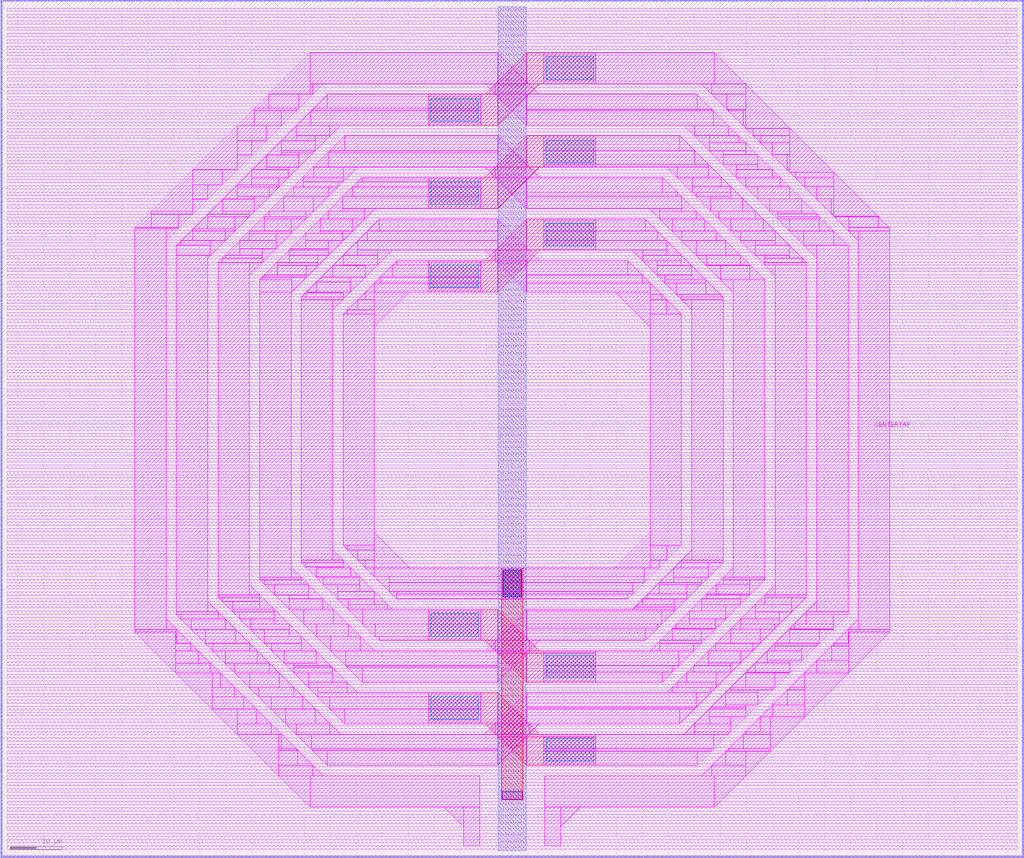
<source format=lef>
# Copyright 2020 The SkyWater PDK Authors
#
# Licensed under the Apache License, Version 2.0 (the "License");
# you may not use this file except in compliance with the License.
# You may obtain a copy of the License at
#
#     https://www.apache.org/licenses/LICENSE-2.0
#
# Unless required by applicable law or agreed to in writing, software
# distributed under the License is distributed on an "AS IS" BASIS,
# WITHOUT WARRANTIES OR CONDITIONS OF ANY KIND, either express or implied.
# See the License for the specific language governing permissions and
# limitations under the License.
#
# SPDX-License-Identifier: Apache-2.0

VERSION 5.7 ;
  NOWIREEXTENSIONATPIN ON ;
  DIVIDERCHAR "/" ;
  BUSBITCHARS "[]" ;
MACRO sky130_fd_pr__ind_01_04
  CLASS BLOCK ;
  FOREIGN sky130_fd_pr__ind_01_04 ;
  ORIGIN  98.30000  8.265000 ;
  SIZE  196.6000 BY  164.9150 ;
  PIN CENTERTAP
    PORT
      LAYER met5 ;
        POLYGON -72.500000  35.175000 -64.615000  35.175000 -64.615000  27.290000 ;
        POLYGON -69.335000 115.980000 -69.335000 112.815000 -72.500000 112.815000 ;
        POLYGON -66.500000  37.655000 -64.500000  35.655000 -66.500000  35.655000 ;
        POLYGON -66.500000 112.635000 -64.200000 112.635000 -66.500000 110.335000 ;
        POLYGON -64.615000  27.290000 -57.655000  27.290000 -57.655000  20.330000 ;
        POLYGON -64.500000  35.655000 -61.780000  32.935000 -64.500000  32.935000 ;
        POLYGON -64.500000  38.505000 -63.650000  38.505000 -63.650000  37.655000 ;
        POLYGON -64.200000 115.485000 -61.350000 115.485000 -64.200000 112.635000 ;
        POLYGON -63.650000  37.655000 -61.650000  37.655000 -61.650000  35.655000 ;
        POLYGON -63.650000 110.335000 -63.650000 109.485000 -64.500000 109.485000 ;
        POLYGON -61.780000  32.935000 -60.340000  31.495000 -61.780000  31.495000 ;
        POLYGON -61.650000  35.655000 -58.930000  35.655000 -58.930000  32.935000 ;
        POLYGON -61.350000 112.635000 -61.350000 110.335000 -63.650000 110.335000 ;
        POLYGON -61.350000 118.335000 -58.500000 118.335000 -61.350000 115.485000 ;
        POLYGON -61.350000 123.965000 -61.350000 115.980000 -69.335000 115.980000 ;
        POLYGON -60.340000  31.495000 -57.985000  29.140000 -60.340000  29.140000 ;
        POLYGON -58.930000  32.935000 -57.490000  32.935000 -57.490000  31.495000 ;
        POLYGON -58.500000  40.985000 -56.500000  38.985000 -58.500000  38.985000 ;
        POLYGON -58.500000 107.535000 -57.970000 107.535000 -58.500000 107.005000 ;
        POLYGON -58.500000 115.485000 -58.500000 112.635000 -61.350000 112.635000 ;
        POLYGON -58.500000 121.115000 -55.720000 121.115000 -58.500000 118.335000 ;
        POLYGON -57.985000  29.140000 -56.135000  27.290000 -57.985000  27.290000 ;
        POLYGON -57.970000 110.335000 -55.170000 110.335000 -57.970000 107.535000 ;
        POLYGON -57.655000  20.330000 -52.820000  20.330000 -52.820000  15.495000 ;
        POLYGON -57.490000  31.495000 -55.135000  31.495000 -55.135000  29.140000 ;
        POLYGON -56.500000  38.985000 -55.170000  37.655000 -56.500000  37.655000 ;
        POLYGON -56.500000  41.820000 -55.665000  41.820000 -55.665000  40.985000 ;
        POLYGON -56.135000  27.290000 -53.300000  24.455000 -56.135000  24.455000 ;
        POLYGON -55.720000 123.965000 -52.870000 123.965000 -55.720000 121.115000 ;
        POLYGON -55.665000  40.985000 -53.665000  40.985000 -53.665000  38.985000 ;
        POLYGON -55.665000 107.005000 -55.665000 106.170000 -56.500000 106.170000 ;
        POLYGON -55.650000 118.335000 -55.650000 115.485000 -58.500000 115.485000 ;
        POLYGON -55.170000  37.655000 -53.170000  35.655000 -55.170000  35.655000 ;
        POLYGON -55.170000 112.170000 -53.335000 112.170000 -55.170000 110.335000 ;
        POLYGON -55.135000  29.140000 -53.285000  29.140000 -53.285000  27.290000 ;
        POLYGON -55.135000 107.535000 -55.135000 107.005000 -55.665000 107.005000 ;
        POLYGON -53.665000  38.985000 -52.335000  38.985000 -52.335000  37.655000 ;
        POLYGON -53.335000 115.005000 -50.500000 115.005000 -53.335000 112.170000 ;
        POLYGON -53.300000  24.455000 -51.530000  22.685000 -53.300000  22.685000 ;
        POLYGON -53.285000  27.290000 -50.450000  27.290000 -50.450000  24.455000 ;
        POLYGON -53.170000  35.655000 -50.450000  32.935000 -53.170000  32.935000 ;
        POLYGON -52.870000 121.115000 -52.870000 118.335000 -55.650000 118.335000 ;
        POLYGON -52.870000 126.815000 -50.020000 126.815000 -52.870000 123.965000 ;
        POLYGON -52.870000 132.445000 -52.870000 123.965000 -61.350000 123.965000 ;
        POLYGON -52.820000  15.495000 -44.820000  15.495000 -44.820000   7.495000 ;
        POLYGON -52.335000  37.655000 -50.335000  37.655000 -50.335000  35.655000 ;
        POLYGON -52.335000 110.335000 -52.335000 107.535000 -55.135000 107.535000 ;
        POLYGON -51.530000  22.685000 -49.175000  20.330000 -51.530000  20.330000 ;
        POLYGON -50.500000  44.300000 -48.500000  42.300000 -50.500000  42.300000 ;
        POLYGON -50.500000 106.170000 -48.020000 106.170000 -50.500000 103.690000 ;
        POLYGON -50.500000 112.170000 -50.500000 110.335000 -52.335000 110.335000 ;
        POLYGON -50.500000 115.980000 -49.525000 115.980000 -50.500000 115.005000 ;
        POLYGON -50.450000  24.455000 -48.680000  24.455000 -48.680000  22.685000 ;
        POLYGON -50.450000  32.935000 -49.010000  31.495000 -50.450000  31.495000 ;
        POLYGON -50.335000  35.655000 -47.615000  35.655000 -47.615000  32.935000 ;
        POLYGON -50.020000 123.965000 -50.020000 121.115000 -52.870000 121.115000 ;
        POLYGON -50.020000 129.595000 -47.240000 129.595000 -50.020000 126.815000 ;
        POLYGON -49.540000 135.775000 -49.540000 132.445000 -52.870000 132.445000 ;
        POLYGON -49.525000 118.815000 -46.690000 118.815000 -49.525000 115.980000 ;
        POLYGON -49.175000  20.330000 -46.340000  17.495000 -49.175000  17.495000 ;
        POLYGON -49.010000  31.495000 -46.655000  29.140000 -49.010000  29.140000 ;
        POLYGON -48.680000  22.685000 -46.325000  22.685000 -46.325000  20.330000 ;
        POLYGON -48.500000  42.300000 -45.695000  39.495000 -48.500000  39.495000 ;
        POLYGON -48.500000  45.140000 -47.660000  45.140000 -47.660000  44.300000 ;
        POLYGON -48.020000 108.850000 -45.340000 108.850000 -48.020000 106.170000 ;
        POLYGON -48.015000 103.335000 -48.015000 102.850000 -48.500000 102.850000 ;
        POLYGON -47.665000 115.005000 -47.665000 112.170000 -50.500000 112.170000 ;
        POLYGON -47.660000  44.300000 -45.660000  44.300000 -45.660000  42.300000 ;
        POLYGON -47.660000 103.690000 -47.660000 103.335000 -48.015000 103.335000 ;
        POLYGON -47.615000  32.935000 -46.175000  32.935000 -46.175000  31.495000 ;
        POLYGON -47.240000 132.445000 -44.390000 132.445000 -47.240000 129.595000 ;
        POLYGON -47.170000 126.815000 -47.170000 123.965000 -50.020000 123.965000 ;
        POLYGON -46.820000 138.495000 -46.820000 135.775000 -49.540000 135.775000 ;
        POLYGON -46.690000 115.980000 -46.690000 115.005000 -47.665000 115.005000 ;
        POLYGON -46.690000 120.650000 -44.855000 120.650000 -46.690000 118.815000 ;
        POLYGON -46.655000  29.140000 -44.805000  27.290000 -46.655000  27.290000 ;
        POLYGON -46.340000  17.495000 -44.340000  15.495000 -46.340000  15.495000 ;
        POLYGON -46.325000  20.330000 -43.490000  20.330000 -43.490000  17.495000 ;
        POLYGON -46.175000  31.495000 -43.820000  31.495000 -43.820000  29.140000 ;
        POLYGON -45.695000  39.495000 -42.855000  36.655000 -45.695000  36.655000 ;
        POLYGON -45.660000  42.300000 -42.855000  42.300000 -42.855000  39.495000 ;
        POLYGON -45.340000 111.690000 -42.500000 111.690000 -45.340000 108.850000 ;
        POLYGON -45.180000 106.170000 -45.180000 103.690000 -47.660000 103.690000 ;
        POLYGON -44.855000 122.495000 -43.010000 122.495000 -44.855000 120.650000 ;
        POLYGON -44.820000   7.495000 -38.820000   7.495000 -38.820000   1.495000 ;
        POLYGON -44.805000  27.290000 -41.970000  24.455000 -44.805000  24.455000 ;
        POLYGON -44.390000 129.595000 -44.390000 126.815000 -47.170000 126.815000 ;
        POLYGON -44.390000 135.295000 -41.540000 135.295000 -44.390000 132.445000 ;
        POLYGON -44.340000  15.495000 -41.490000  12.645000 -44.340000  12.645000 ;
        POLYGON -43.855000 118.815000 -43.855000 115.980000 -46.690000 115.980000 ;
        POLYGON -43.820000  29.140000 -41.970000  29.140000 -41.970000  27.290000 ;
        POLYGON -43.490000  17.495000 -41.490000  17.495000 -41.490000  15.495000 ;
        POLYGON -43.010000 124.495000 -41.010000 124.495000 -43.010000 122.495000 ;
        POLYGON -42.855000  36.655000 -40.505000  34.305000 -42.855000  34.305000 ;
        POLYGON -42.855000  39.495000 -40.015000  39.495000 -40.015000  36.655000 ;
        POLYGON -42.855000 108.495000 -42.855000 106.170000 -45.180000 106.170000 ;
        POLYGON -42.500000  47.620000 -40.500000  45.620000 -42.500000  45.620000 ;
        POLYGON -42.500000 100.495000 -42.375000 100.495000 -42.500000 100.370000 ;
        POLYGON -42.500000 108.850000 -42.500000 108.495000 -42.855000 108.495000 ;
        POLYGON -42.500000 114.495000 -39.695000 114.495000 -42.500000 111.690000 ;
        POLYGON -42.375000 103.335000 -39.535000 103.335000 -42.375000 100.495000 ;
        POLYGON -42.020000 120.650000 -42.020000 118.815000 -43.855000 118.815000 ;
        POLYGON -41.970000  24.455000 -40.200000  22.685000 -41.970000  22.685000 ;
        POLYGON -41.970000  27.290000 -39.135000  27.290000 -39.135000  24.455000 ;
        POLYGON -41.540000 132.445000 -41.540000 129.595000 -44.390000 129.595000 ;
        POLYGON -41.540000 135.775000 -41.060000 135.775000 -41.540000 135.295000 ;
        POLYGON -41.490000  12.645000 -41.190000  12.345000 -41.490000  12.345000 ;
        POLYGON -41.490000  15.495000 -38.640000  15.495000 -38.640000  12.645000 ;
        POLYGON -41.190000  12.345000 -38.340000   9.495000 -41.190000   9.495000 ;
        POLYGON -41.060000 138.495000 -38.340000 138.495000 -41.060000 135.775000 ;
        POLYGON -41.010000 127.295000 -38.210000 127.295000 -41.010000 124.495000 ;
        POLYGON -40.505000  34.305000 -37.695000  31.495000 -40.505000  31.495000 ;
        POLYGON -40.500000  45.620000 -39.180000  44.300000 -40.500000  44.300000 ;
        POLYGON -40.500000  48.460000 -39.660000  48.460000 -39.660000  47.620000 ;
        POLYGON -40.200000  22.685000 -37.845000  20.330000 -40.200000  20.330000 ;
        POLYGON -40.175000 122.495000 -40.175000 120.650000 -42.020000 120.650000 ;
        POLYGON -40.015000  36.655000 -37.665000  36.655000 -37.665000  34.305000 ;
        POLYGON -39.695000 115.980000 -38.210000 115.980000 -39.695000 114.495000 ;
        POLYGON -39.660000  47.620000 -37.660000  47.620000 -37.660000  45.620000 ;
        POLYGON -39.660000 100.370000 -39.660000  99.530000 -40.500000  99.530000 ;
        POLYGON -39.660000 111.690000 -39.660000 108.850000 -42.500000 108.850000 ;
        POLYGON -39.535000 100.495000 -39.535000 100.370000 -39.660000 100.370000 ;
        POLYGON -39.535000 105.530000 -37.340000 105.530000 -39.535000 103.335000 ;
        POLYGON -39.180000  44.300000 -36.375000  41.495000 -39.180000  41.495000 ;
        POLYGON -39.135000  24.455000 -37.365000  24.455000 -37.365000  22.685000 ;
        POLYGON -38.820000 146.495000 -38.820000 138.495000 -46.820000 138.495000 ;
        POLYGON -38.690000 135.295000 -38.690000 132.445000 -41.540000 132.445000 ;
        POLYGON -38.640000  12.645000 -38.340000  12.645000 -38.340000  12.345000 ;
        POLYGON -38.340000   9.495000 -36.340000   7.495000 -38.340000   7.495000 ;
        POLYGON -38.340000  12.345000 -35.490000  12.345000 -35.490000   9.495000 ;
        POLYGON -38.340000 140.495000 -36.340000 140.495000 -38.340000 138.495000 ;
        POLYGON -38.210000 118.815000 -35.375000 118.815000 -38.210000 115.980000 ;
        POLYGON -38.210000 127.660000 -37.845000 127.660000 -38.210000 127.295000 ;
        POLYGON -38.210000 135.775000 -38.210000 135.295000 -38.690000 135.295000 ;
        POLYGON -38.175000 124.495000 -38.175000 122.495000 -40.175000 122.495000 ;
        POLYGON -37.845000  20.330000 -35.010000  17.495000 -37.845000  17.495000 ;
        POLYGON -37.845000 130.495000 -35.010000 130.495000 -37.845000 127.660000 ;
        POLYGON -37.695000  31.495000 -34.855000  28.655000 -37.695000  28.655000 ;
        POLYGON -37.665000  34.305000 -34.855000  34.305000 -34.855000  31.495000 ;
        POLYGON -37.660000  45.620000 -36.340000  45.620000 -36.340000  44.300000 ;
        POLYGON -37.660000 102.370000 -37.660000 100.495000 -39.535000 100.495000 ;
        POLYGON -37.365000  22.685000 -35.010000  22.685000 -35.010000  20.330000 ;
        POLYGON -37.340000 107.535000 -35.335000 107.535000 -37.340000 105.530000 ;
        POLYGON -36.855000 114.495000 -36.855000 111.690000 -39.660000 111.690000 ;
        POLYGON -36.695000 103.335000 -36.695000 102.370000 -37.660000 102.370000 ;
        POLYGON -36.375000  41.495000 -34.375000  39.495000 -36.375000  39.495000 ;
        POLYGON -36.340000  44.300000 -33.535000  44.300000 -33.535000  41.495000 ;
        POLYGON -35.490000 138.495000 -35.490000 135.775000 -38.210000 135.775000 ;
        POLYGON -35.375000 120.650000 -33.540000 120.650000 -35.375000 118.815000 ;
        POLYGON -35.375000 127.295000 -35.375000 124.495000 -38.175000 124.495000 ;
        POLYGON -35.370000 115.980000 -35.370000 114.495000 -36.855000 114.495000 ;
        POLYGON -35.335000 110.335000 -32.535000 110.335000 -35.335000 107.535000 ;
        POLYGON -35.010000  17.495000 -33.010000  15.495000 -35.010000  15.495000 ;
        POLYGON -35.010000  20.330000 -32.175000  20.330000 -32.175000  17.495000 ;
        POLYGON -35.010000 127.660000 -35.010000 127.295000 -35.375000 127.295000 ;
        POLYGON -35.010000 132.495000 -33.010000 132.495000 -35.010000 130.495000 ;
        POLYGON -34.855000  28.655000 -34.535000  28.335000 -34.855000  28.335000 ;
        POLYGON -34.855000  31.495000 -32.015000  31.495000 -32.015000  28.655000 ;
        POLYGON -34.535000  28.335000 -31.695000  25.495000 -34.535000  25.495000 ;
        POLYGON -34.500000  50.940000 -32.500000  48.940000 -34.500000  48.940000 ;
        POLYGON -34.500000  99.050000 -32.500000  99.050000 -34.500000  97.050000 ;
        POLYGON -34.500000 105.530000 -34.500000 103.335000 -36.695000 103.335000 ;
        POLYGON -34.375000  39.495000 -31.535000  36.655000 -34.375000  36.655000 ;
        POLYGON -33.540000 121.685000 -32.505000 121.685000 -33.540000 120.650000 ;
        POLYGON -33.535000  41.495000 -31.535000  41.495000 -31.535000  39.495000 ;
        POLYGON -32.535000 112.170000 -30.700000 112.170000 -32.535000 110.335000 ;
        POLYGON -32.535000 118.815000 -32.535000 115.980000 -35.370000 115.980000 ;
        POLYGON -32.505000 124.495000 -29.695000 124.495000 -32.505000 121.685000 ;
        POLYGON -32.500000  48.940000 -31.055000  47.495000 -32.500000  47.495000 ;
        POLYGON -32.500000  51.780000 -31.660000  51.780000 -31.660000  50.940000 ;
        POLYGON -32.500000 100.495000 -31.055000 100.495000 -32.500000  99.050000 ;
        POLYGON -32.495000 107.535000 -32.495000 105.530000 -34.500000 105.530000 ;
        POLYGON -32.175000 130.495000 -32.175000 127.660000 -35.010000 127.660000 ;
        POLYGON -32.015000  28.655000 -31.695000  28.655000 -31.695000  28.335000 ;
        POLYGON -31.695000  25.495000 -29.695000  23.495000 -31.695000  23.495000 ;
        POLYGON -31.695000  28.335000 -28.855000  28.335000 -28.855000  25.495000 ;
        POLYGON -31.660000  50.940000 -29.660000  50.940000 -29.660000  48.940000 ;
        POLYGON -31.660000  97.050000 -31.660000  96.210000 -32.500000  96.210000 ;
        POLYGON -31.535000  36.655000 -29.185000  34.305000 -31.535000  34.305000 ;
        POLYGON -31.535000  39.495000 -28.695000  39.495000 -28.695000  36.655000 ;
        POLYGON -31.055000  47.495000 -29.340000  45.780000 -31.055000  45.780000 ;
        POLYGON -31.055000 103.335000 -28.215000 103.335000 -31.055000 100.495000 ;
        POLYGON -30.700000 114.495000 -28.375000 114.495000 -30.700000 112.170000 ;
        POLYGON -30.700000 120.650000 -30.700000 118.815000 -32.535000 118.815000 ;
        POLYGON -29.695000 110.335000 -29.695000 107.535000 -32.495000 107.535000 ;
        POLYGON -29.665000 121.685000 -29.665000 120.650000 -30.700000 120.650000 ;
        POLYGON -29.660000  48.940000 -28.215000  48.940000 -28.215000  47.495000 ;
        POLYGON -29.660000  99.050000 -29.660000  97.050000 -31.660000  97.050000 ;
        POLYGON -29.340000  45.780000 -26.500000  42.940000 -29.340000  42.940000 ;
        POLYGON -29.185000  34.305000 -26.375000  31.495000 -29.185000  31.495000 ;
        POLYGON -28.855000 122.495000 -28.855000 121.685000 -29.665000 121.685000 ;
        POLYGON -28.695000  36.655000 -26.345000  36.655000 -26.345000  34.305000 ;
        POLYGON -28.375000 116.495000 -26.375000 116.495000 -28.375000 114.495000 ;
        POLYGON -28.215000  47.495000 -26.500000  47.495000 -26.500000  45.780000 ;
        POLYGON -28.215000 100.495000 -28.215000  99.050000 -29.660000  99.050000 ;
        POLYGON -28.215000 105.685000 -25.865000 105.685000 -28.215000 103.335000 ;
        POLYGON -27.860000 112.170000 -27.860000 110.335000 -29.695000 110.335000 ;
        POLYGON -26.500000  42.940000 -24.015000  40.455000 -26.500000  40.455000 ;
        POLYGON -26.500000  45.780000 -23.660000  45.780000 -23.660000  42.940000 ;
        POLYGON -26.500000  54.260000 -19.735000  47.495000 -26.500000  47.495000 ;
        POLYGON -26.500000 100.495000 -19.735000 100.495000 -26.500000  93.730000 ;
        POLYGON -26.500000 102.210000 -26.500000 100.495000 -28.215000 100.495000 ;
        POLYGON -26.345000  34.305000 -25.535000  34.305000 -25.535000  33.495000 ;
        POLYGON -25.865000 108.495000 -23.055000 108.495000 -25.865000 105.685000 ;
        POLYGON -25.535000 114.495000 -25.535000 112.170000 -27.860000 112.170000 ;
        POLYGON -25.375000 103.335000 -25.375000 102.210000 -26.500000 102.210000 ;
        POLYGON -24.015000  40.455000 -23.055000  39.495000 -24.015000  39.495000 ;
        POLYGON -23.660000  42.940000 -22.215000  42.940000 -22.215000  41.495000 ;
        POLYGON -23.025000 105.685000 -23.025000 103.335000 -25.375000 103.335000 ;
        POLYGON -22.215000 106.495000 -22.215000 105.685000 -23.025000 105.685000 ;
        POLYGON -13.115000   1.495000  -9.275000   1.495000  -9.275000  -2.345000 ;
        POLYGON  -5.240000 108.495000  -3.240000 108.495000  -3.240000 106.495000 ;
        POLYGON  -5.240000 124.495000  -3.240000 124.495000  -3.240000 122.495000 ;
        POLYGON  -5.240000 140.495000  -3.240000 140.495000  -3.240000 138.495000 ;
        POLYGON  -3.240000  17.495000  -3.240000  15.495000  -5.240000  15.495000 ;
        POLYGON  -3.240000  33.495000  -3.240000  31.495000  -5.240000  31.495000 ;
        POLYGON  -3.240000 106.495000   2.760000 106.495000   2.760000 100.495000 ;
        POLYGON  -3.240000 122.495000   2.760000 122.495000   2.760000 116.495000 ;
        POLYGON  -3.240000 138.495000   2.760000 138.495000   2.760000 132.495000 ;
        POLYGON  -2.760000  15.495000   3.240000  15.495000  -2.760000   9.495000 ;
        POLYGON  -2.760000  31.495000   3.240000  31.495000  -2.760000  25.495000 ;
        POLYGON  -2.760000 114.495000   5.240000 106.495000  -2.760000 106.495000 ;
        POLYGON  -2.760000 130.495000   5.240000 122.495000  -2.760000 122.495000 ;
        POLYGON  -2.760000 146.495000   5.240000 138.495000  -2.760000 138.495000 ;
        POLYGON   2.760000  23.495000   2.760000  17.495000  -3.240000  17.495000 ;
        POLYGON   2.760000  39.495000   2.760000  33.495000  -3.240000  33.495000 ;
        POLYGON   3.240000  17.495000   5.240000  17.495000   3.240000  15.495000 ;
        POLYGON   3.240000  33.495000   5.240000  33.495000   3.240000  31.495000 ;
        POLYGON   9.275000   1.495000  13.115000   1.495000   9.275000  -2.345000 ;
        POLYGON  19.735000 100.495000  26.500000 100.495000  26.500000  93.730000 ;
        POLYGON  22.215000  42.460000  23.180000  42.460000  22.215000  41.495000 ;
        POLYGON  22.215000 106.495000  25.020000 103.690000  22.215000 103.690000 ;
        POLYGON  23.055000 108.495000  25.055000 108.495000  25.055000 106.495000 ;
        POLYGON  23.180000  44.655000  25.375000  44.655000  23.180000  42.460000 ;
        POLYGON  23.535000  39.975000  23.535000  39.495000  23.055000  39.495000 ;
        POLYGON  24.015000  40.455000  24.015000  39.975000  23.535000  39.975000 ;
        POLYGON  25.020000 103.690000  26.500000 102.210000  25.020000 102.210000 ;
        POLYGON  25.055000  41.495000  25.055000  40.455000  24.015000  40.455000 ;
        POLYGON  25.055000 106.495000  27.860000 106.495000  27.860000 103.690000 ;
        POLYGON  25.375000  47.495000  28.215000  47.495000  25.375000  44.655000 ;
        POLYGON  25.535000  35.820000  27.860000  35.820000  25.535000  33.495000 ;
        POLYGON  25.535000 114.495000  27.860000 112.170000  25.535000 112.170000 ;
        POLYGON  26.020000  42.460000  26.020000  41.495000  25.055000  41.495000 ;
        POLYGON  26.375000 116.495000  28.375000 116.495000  28.375000 114.495000 ;
        POLYGON  26.500000  54.260000  26.500000  47.495000  19.735000  47.495000 ;
        POLYGON  26.500000 102.210000  28.695000 100.015000  26.500000 100.015000 ;
        POLYGON  27.860000  36.655000  28.695000  36.655000  27.860000  35.820000 ;
        POLYGON  27.860000 103.690000  29.340000 103.690000  29.340000 102.210000 ;
        POLYGON  27.860000 112.170000  29.695000 110.335000  27.860000 110.335000 ;
        POLYGON  28.215000  44.655000  28.215000  42.460000  26.020000  42.460000 ;
        POLYGON  28.215000  48.940000  29.660000  48.940000  28.215000  47.495000 ;
        POLYGON  28.375000  33.495000  28.375000  31.495000  26.375000  31.495000 ;
        POLYGON  28.375000 114.495000  30.700000 114.495000  30.700000 112.170000 ;
        POLYGON  28.695000  39.140000  31.180000  39.140000  28.695000  36.655000 ;
        POLYGON  28.695000 100.015000  29.660000  99.050000  28.695000  99.050000 ;
        POLYGON  28.855000  27.340000  30.700000  27.340000  28.855000  25.495000 ;
        POLYGON  28.855000 122.495000  31.695000 119.655000  28.855000 119.655000 ;
        POLYGON  29.340000 102.210000  31.535000 102.210000  31.535000 100.015000 ;
        POLYGON  29.660000  51.780000  32.500000  51.780000  29.660000  48.940000 ;
        POLYGON  29.660000  99.050000  32.500000  96.210000  29.660000  96.210000 ;
        POLYGON  29.695000 110.335000  32.495000 107.535000  29.695000 107.535000 ;
        POLYGON  29.695000 124.495000  31.695000 124.495000  31.695000 122.495000 ;
        POLYGON  30.700000  28.655000  32.015000  28.655000  30.700000  27.340000 ;
        POLYGON  30.700000  35.820000  30.700000  33.495000  28.375000  33.495000 ;
        POLYGON  30.700000 112.170000  32.535000 112.170000  32.535000 110.335000 ;
        POLYGON  30.705000  24.505000  30.705000  23.495000  29.695000  23.495000 ;
        POLYGON  31.055000  47.495000  31.055000  44.655000  28.215000  44.655000 ;
        POLYGON  31.180000  41.495000  33.535000  41.495000  31.180000  39.140000 ;
        POLYGON  31.535000  36.655000  31.535000  35.820000  30.700000  35.820000 ;
        POLYGON  31.535000 100.015000  32.500000 100.015000  32.500000  99.050000 ;
        POLYGON  31.695000  25.495000  31.695000  24.505000  30.705000  24.505000 ;
        POLYGON  31.695000 119.655000  32.535000 118.815000  31.695000 118.815000 ;
        POLYGON  31.695000 122.495000  34.535000 122.495000  34.535000 119.655000 ;
        POLYGON  32.015000  31.495000  34.855000  31.495000  32.015000  28.655000 ;
        POLYGON  32.175000  20.330000  35.010000  20.330000  32.175000  17.495000 ;
        POLYGON  32.175000 130.495000  35.010000 127.660000  32.175000 127.660000 ;
        POLYGON  32.495000 107.535000  34.500000 105.530000  32.495000 105.530000 ;
        POLYGON  32.500000  48.940000  32.500000  47.495000  31.055000  47.495000 ;
        POLYGON  32.500000  99.050000  34.500000  99.050000  34.500000  97.050000 ;
        POLYGON  32.535000 110.335000  35.335000 110.335000  35.335000 107.535000 ;
        POLYGON  32.535000 118.815000  35.335000 116.015000  32.535000 116.015000 ;
        POLYGON  33.010000 132.495000  35.010000 132.495000  35.010000 130.495000 ;
        POLYGON  33.535000  44.300000  36.340000  44.300000  33.535000  41.495000 ;
        POLYGON  33.540000  27.340000  33.540000  25.495000  31.695000  25.495000 ;
        POLYGON  34.020000  39.140000  34.020000  36.655000  31.535000  36.655000 ;
        POLYGON  34.500000  50.940000  34.500000  48.940000  32.500000  48.940000 ;
        POLYGON  34.500000 105.530000  37.180000 102.850000  34.500000 102.850000 ;
        POLYGON  34.535000 119.655000  35.375000 119.655000  35.375000 118.815000 ;
        POLYGON  34.855000  28.655000  34.855000  27.340000  33.540000  27.340000 ;
        POLYGON  34.855000  32.935000  36.295000  32.935000  34.855000  31.495000 ;
        POLYGON  35.010000  17.495000  35.010000  15.495000  33.010000  15.495000 ;
        POLYGON  35.010000  20.660000  35.340000  20.660000  35.010000  20.330000 ;
        POLYGON  35.010000 127.660000  37.695000 124.975000  35.010000 124.975000 ;
        POLYGON  35.010000 130.495000  37.845000 130.495000  37.845000 127.660000 ;
        POLYGON  35.335000 107.535000  37.340000 107.535000  37.340000 105.530000 ;
        POLYGON  35.335000 116.015000  36.855000 114.495000  35.335000 114.495000 ;
        POLYGON  35.340000  23.495000  38.175000  23.495000  35.340000  20.660000 ;
        POLYGON  35.375000 118.815000  38.175000 118.815000  38.175000 116.015000 ;
        POLYGON  35.490000  12.215000  38.210000  12.215000  35.490000   9.495000 ;
        POLYGON  35.490000 138.495000  38.340000 135.645000  35.490000 135.645000 ;
        POLYGON  36.295000  35.775000  39.135000  35.775000  36.295000  32.935000 ;
        POLYGON  36.340000  45.620000  37.660000  45.620000  36.340000  44.300000 ;
        POLYGON  36.340000 140.495000  38.340000 140.495000  38.340000 138.495000 ;
        POLYGON  36.375000  41.495000  36.375000  39.140000  34.020000  39.140000 ;
        POLYGON  36.855000 114.495000  39.180000 112.170000  36.855000 112.170000 ;
        POLYGON  37.180000 102.850000  40.015000 100.015000  37.180000 100.015000 ;
        POLYGON  37.340000  42.460000  37.340000  41.495000  36.375000  41.495000 ;
        POLYGON  37.340000 105.530000  40.020000 105.530000  40.020000 102.850000 ;
        POLYGON  37.660000  48.460000  40.500000  48.460000  37.660000  45.620000 ;
        POLYGON  37.695000  31.495000  37.695000  28.655000  34.855000  28.655000 ;
        POLYGON  37.695000 124.975000  40.175000 122.495000  37.695000 122.495000 ;
        POLYGON  37.845000  20.330000  37.845000  17.495000  35.010000  17.495000 ;
        POLYGON  37.845000 127.660000  40.530000 127.660000  40.530000 124.975000 ;
        POLYGON  38.175000  20.660000  38.175000  20.330000  37.845000  20.330000 ;
        POLYGON  38.175000  24.505000  39.185000  24.505000  38.175000  23.495000 ;
        POLYGON  38.175000 116.015000  39.695000 116.015000  39.695000 114.495000 ;
        POLYGON  38.210000  12.695000  38.690000  12.695000  38.210000  12.215000 ;
        POLYGON  38.340000   9.495000  38.340000   7.495000  36.340000   7.495000 ;
        POLYGON  38.340000 135.645000  38.640000 135.345000  38.340000 135.345000 ;
        POLYGON  38.340000 138.495000  41.190000 138.495000  41.190000 135.645000 ;
        POLYGON  38.640000 135.345000  41.490000 132.495000  38.640000 132.495000 ;
        POLYGON  38.690000  15.495000  41.490000  15.495000  38.690000  12.695000 ;
        POLYGON  38.820000   7.495000  44.820000   7.495000  38.820000   1.495000 ;
        POLYGON  38.820000 146.495000  44.820000 140.495000  38.820000 140.495000 ;
        POLYGON  39.135000  32.935000  39.135000  31.495000  37.695000  31.495000 ;
        POLYGON  39.135000  37.655000  41.015000  37.655000  39.135000  35.775000 ;
        POLYGON  39.180000  44.300000  39.180000  42.460000  37.340000  42.460000 ;
        POLYGON  39.180000 112.170000  41.015000 110.335000  39.180000 110.335000 ;
        POLYGON  39.185000  27.340000  42.020000  27.340000  39.185000  24.505000 ;
        POLYGON  39.695000 114.495000  42.020000 114.495000  42.020000 112.170000 ;
        POLYGON  40.015000 100.015000  40.500000  99.530000  40.015000  99.530000 ;
        POLYGON  40.020000 102.850000  42.500000 102.850000  42.500000 100.370000 ;
        POLYGON  40.175000 122.495000  41.985000 120.685000  40.175000 120.685000 ;
        POLYGON  40.500000  45.620000  40.500000  44.300000  39.180000  44.300000 ;
        POLYGON  40.530000 124.975000  43.010000 124.975000  43.010000 122.495000 ;
        POLYGON  41.010000  23.495000  41.010000  20.660000  38.175000  20.660000 ;
        POLYGON  41.015000  40.455000  43.815000  40.455000  41.015000  37.655000 ;
        POLYGON  41.015000 110.335000  43.815000 107.535000  41.015000 107.535000 ;
        POLYGON  41.060000  12.215000  41.060000   9.495000  38.340000   9.495000 ;
        POLYGON  41.190000 135.645000  41.490000 135.645000  41.490000 135.345000 ;
        POLYGON  41.490000  15.975000  41.970000  15.975000  41.490000  15.495000 ;
        POLYGON  41.490000 132.495000  43.490000 130.495000  41.490000 130.495000 ;
        POLYGON  41.490000 135.345000  44.340000 135.345000  44.340000 132.495000 ;
        POLYGON  41.540000  12.695000  41.540000  12.215000  41.060000  12.215000 ;
        POLYGON  41.970000  18.825000  44.820000  18.825000  41.970000  15.975000 ;
        POLYGON  41.975000  35.775000  41.975000  32.935000  39.135000  32.935000 ;
        POLYGON  41.985000 120.685000  44.285000 118.385000  41.985000 118.385000 ;
        POLYGON  42.020000  24.505000  42.020000  23.495000  41.010000  23.495000 ;
        POLYGON  42.020000  29.175000  43.855000  29.175000  42.020000  27.340000 ;
        POLYGON  42.020000 112.170000  43.855000 112.170000  43.855000 110.335000 ;
        POLYGON  42.500000  47.620000  42.500000  45.620000  40.500000  45.620000 ;
        POLYGON  43.010000 122.495000  44.820000 122.495000  44.820000 120.685000 ;
        POLYGON  43.490000 130.495000  44.820000 129.165000  43.490000 129.165000 ;
        POLYGON  43.815000  42.300000  45.660000  42.300000  43.815000  40.455000 ;
        POLYGON  43.815000 107.535000  45.660000 105.690000  43.815000 105.690000 ;
        POLYGON  43.855000  31.495000  46.175000  31.495000  43.855000  29.175000 ;
        POLYGON  43.855000  37.655000  43.855000  35.775000  41.975000  35.775000 ;
        POLYGON  43.855000 110.335000  46.655000 110.335000  46.655000 107.535000 ;
        POLYGON  44.285000 118.385000  46.655000 116.015000  44.285000 116.015000 ;
        POLYGON  44.340000  15.495000  44.340000  12.695000  41.540000  12.695000 ;
        POLYGON  44.340000 132.495000  44.820000 132.495000  44.820000 132.015000 ;
        POLYGON  44.820000  12.215000  49.540000  12.215000  44.820000   7.495000 ;
        POLYGON  44.820000  15.975000  44.820000  15.495000  44.340000  15.495000 ;
        POLYGON  44.820000  21.175000  47.170000  21.175000  44.820000  18.825000 ;
        POLYGON  44.820000 120.685000  47.120000 120.685000  47.120000 118.385000 ;
        POLYGON  44.820000 129.165000  47.120000 126.865000  44.820000 126.865000 ;
        POLYGON  44.820000 132.015000  46.340000 132.015000  46.340000 130.495000 ;
        POLYGON  44.820000 140.495000  53.300000 132.015000  44.820000 132.015000 ;
        POLYGON  44.855000  27.340000  44.855000  24.505000  42.020000  24.505000 ;
        POLYGON  45.660000  45.140000  48.500000  45.140000  45.660000  42.300000 ;
        POLYGON  45.660000 105.690000  48.500000 102.850000  45.660000 102.850000 ;
        POLYGON  46.175000  32.985000  47.665000  32.985000  46.175000  31.495000 ;
        POLYGON  46.340000 130.495000  47.670000 130.495000  47.670000 129.165000 ;
        POLYGON  46.655000  40.455000  46.655000  37.655000  43.855000  37.655000 ;
        POLYGON  46.655000 107.535000  48.500000 107.535000  48.500000 105.690000 ;
        POLYGON  46.655000 116.015000  48.175000 114.495000  46.655000 114.495000 ;
        POLYGON  46.690000  29.175000  46.690000  27.340000  44.855000  27.340000 ;
        POLYGON  47.120000 118.385000  49.490000 118.385000  49.490000 116.015000 ;
        POLYGON  47.120000 126.865000  49.970000 124.015000  47.120000 124.015000 ;
        POLYGON  47.170000  24.025000  50.020000  24.025000  47.170000  21.175000 ;
        POLYGON  47.665000  35.775000  50.455000  35.775000  47.665000  32.985000 ;
        POLYGON  47.670000  18.825000  47.670000  15.975000  44.820000  15.975000 ;
        POLYGON  47.670000 129.165000  49.970000 129.165000  49.970000 126.865000 ;
        POLYGON  48.175000 114.495000  50.500000 112.170000  48.175000 112.170000 ;
        POLYGON  48.500000  42.300000  48.500000  40.455000  46.655000  40.455000 ;
        POLYGON  48.500000 105.690000  50.500000 105.690000  50.500000 103.690000 ;
        POLYGON  49.010000  31.495000  49.010000  29.175000  46.690000  29.175000 ;
        POLYGON  49.490000 116.015000  51.010000 116.015000  51.010000 114.495000 ;
        POLYGON  49.540000  18.825000  56.150000  18.825000  49.540000  12.215000 ;
        POLYGON  49.970000 124.015000  51.490000 122.495000  49.970000 122.495000 ;
        POLYGON  49.970000 126.865000  52.820000 126.865000  52.820000 124.015000 ;
        POLYGON  50.020000  21.175000  50.020000  18.825000  47.670000  18.825000 ;
        POLYGON  50.020000  24.455000  50.450000  24.455000  50.020000  24.025000 ;
        POLYGON  50.450000  27.305000  53.300000  27.305000  50.450000  24.455000 ;
        POLYGON  50.450000  32.935000  50.450000  31.495000  49.010000  31.495000 ;
        POLYGON  50.455000  36.655000  51.335000  36.655000  50.455000  35.775000 ;
        POLYGON  50.500000  32.985000  50.500000  32.935000  50.450000  32.935000 ;
        POLYGON  50.500000  44.300000  50.500000  42.300000  48.500000  42.300000 ;
        POLYGON  50.500000 112.170000  53.185000 109.485000  50.500000 109.485000 ;
        POLYGON  51.010000 114.495000  53.335000 114.495000  53.335000 112.170000 ;
        POLYGON  51.335000  38.985000  53.665000  38.985000  51.335000  36.655000 ;
        POLYGON  51.490000 122.495000  53.300000 120.685000  51.490000 120.685000 ;
        POLYGON  52.820000 124.015000  53.300000 124.015000  53.300000 123.535000 ;
        POLYGON  52.870000  24.025000  52.870000  21.175000  50.020000  21.175000 ;
        POLYGON  53.185000 109.485000  55.665000 107.005000  53.185000 107.005000 ;
        POLYGON  53.290000  35.775000  53.290000  32.985000  50.500000  32.985000 ;
        POLYGON  53.300000  24.455000  53.300000  24.025000  52.870000  24.025000 ;
        POLYGON  53.300000  29.655000  55.650000  29.655000  53.300000  27.305000 ;
        POLYGON  53.300000 120.685000  55.600000 118.385000  53.300000 118.385000 ;
        POLYGON  53.300000 123.535000  54.340000 123.535000  54.340000 122.495000 ;
        POLYGON  53.300000 132.015000  61.780000 123.535000  53.300000 123.535000 ;
        POLYGON  53.335000 112.170000  56.020000 112.170000  56.020000 109.485000 ;
        POLYGON  53.665000  41.820000  56.500000  41.820000  53.665000  38.985000 ;
        POLYGON  54.170000  36.655000  54.170000  35.775000  53.290000  35.775000 ;
        POLYGON  54.340000 122.495000  56.150000 122.495000  56.150000 120.685000 ;
        POLYGON  55.600000 118.385000  58.450000 115.535000  55.600000 115.535000 ;
        POLYGON  55.650000  32.505000  58.500000  32.505000  55.650000  29.655000 ;
        POLYGON  55.665000 107.005000  56.500000 106.170000  55.665000 106.170000 ;
        POLYGON  56.020000 109.485000  58.500000 109.485000  58.500000 107.005000 ;
        POLYGON  56.150000  27.305000  56.150000  24.455000  53.300000  24.455000 ;
        POLYGON  56.150000  27.305000  64.630000  27.305000  56.150000  18.825000 ;
        POLYGON  56.150000 120.685000  58.450000 120.685000  58.450000 118.385000 ;
        POLYGON  56.500000  38.985000  56.500000  36.655000  54.170000  36.655000 ;
        POLYGON  58.450000 115.535000  58.980000 115.005000  58.450000 115.005000 ;
        POLYGON  58.450000 118.385000  61.300000 118.385000  61.300000 115.535000 ;
        POLYGON  58.500000  29.655000  58.500000  27.305000  56.150000  27.305000 ;
        POLYGON  58.500000  32.935000  58.930000  32.935000  58.500000  32.505000 ;
        POLYGON  58.500000  40.985000  58.500000  38.985000  56.500000  38.985000 ;
        POLYGON  58.930000  35.655000  61.650000  35.655000  58.930000  32.935000 ;
        POLYGON  58.980000 115.005000  61.770000 112.215000  58.980000 112.215000 ;
        POLYGON  61.300000 115.535000  61.780000 115.535000  61.780000 115.055000 ;
        POLYGON  61.350000  32.505000  61.350000  29.655000  58.500000  29.655000 ;
        POLYGON  61.650000  38.505000  64.500000  38.505000  61.650000  35.655000 ;
        POLYGON  61.770000 112.215000  64.500000 109.485000  61.770000 109.485000 ;
        POLYGON  61.780000  32.935000  61.780000  32.505000  61.350000  32.505000 ;
        POLYGON  61.780000 115.055000  61.830000 115.055000  61.830000 115.005000 ;
        POLYGON  61.780000 123.535000  70.260000 115.055000  61.780000 115.055000 ;
        POLYGON  61.830000 115.005000  64.620000 115.005000  64.620000 112.215000 ;
        POLYGON  64.500000  35.655000  64.500000  32.935000  61.780000  32.935000 ;
        POLYGON  64.620000 112.215000  66.500000 112.215000  66.500000 110.335000 ;
        POLYGON  64.630000  35.175000  72.500000  35.175000  64.630000  27.305000 ;
        POLYGON  66.500000  37.655000  66.500000  35.655000  64.500000  35.655000 ;
        POLYGON  70.260000 115.055000  72.500000 112.815000  70.260000 112.815000 ;
        RECT -72.500000  35.175000 -64.500000  35.655000 ;
        RECT -72.500000  35.655000 -66.500000 112.635000 ;
        RECT -72.500000 112.635000 -64.200000 112.815000 ;
        RECT -69.335000 112.815000 -64.200000 115.485000 ;
        RECT -69.335000 115.485000 -61.350000 115.980000 ;
        RECT -64.615000  27.290000 -57.985000  29.140000 ;
        RECT -64.615000  29.140000 -60.340000  31.495000 ;
        RECT -64.615000  31.495000 -61.780000  32.935000 ;
        RECT -64.615000  32.935000 -64.500000  35.175000 ;
        RECT -64.500000  38.505000 -56.500000  38.985000 ;
        RECT -64.500000  38.985000 -58.500000 107.535000 ;
        RECT -64.500000 107.535000 -57.970000 109.485000 ;
        RECT -63.650000  37.655000 -56.500000  38.505000 ;
        RECT -63.650000 109.485000 -57.970000 110.335000 ;
        RECT -61.650000  35.655000 -55.170000  37.655000 ;
        RECT -61.350000 110.335000 -55.170000 112.170000 ;
        RECT -61.350000 112.170000 -53.335000 112.635000 ;
        RECT -61.350000 118.335000 -58.500000 121.115000 ;
        RECT -61.350000 121.115000 -55.720000 123.965000 ;
        RECT -58.930000  32.935000 -53.170000  35.655000 ;
        RECT -58.500000 112.635000 -53.335000 115.005000 ;
        RECT -58.500000 115.005000 -50.500000 115.485000 ;
        RECT -57.655000  20.330000 -51.530000  22.685000 ;
        RECT -57.655000  22.685000 -53.300000  24.455000 ;
        RECT -57.655000  24.455000 -56.135000  27.290000 ;
        RECT -57.490000  31.495000 -50.450000  32.935000 ;
        RECT -56.500000  41.820000 -48.500000  42.300000 ;
        RECT -56.500000  42.300000 -50.500000 106.170000 ;
        RECT -55.665000  40.985000 -48.500000  41.820000 ;
        RECT -55.665000 106.170000 -48.020000 107.005000 ;
        RECT -55.650000 115.485000 -50.500000 115.980000 ;
        RECT -55.650000 115.980000 -49.525000 118.335000 ;
        RECT -55.135000  29.140000 -49.010000  31.495000 ;
        RECT -55.135000 107.005000 -48.020000 107.535000 ;
        RECT -53.665000  38.985000 -45.695000  39.495000 ;
        RECT -53.665000  39.495000 -48.500000  40.985000 ;
        RECT -53.285000  27.290000 -46.655000  29.140000 ;
        RECT -52.870000 118.335000 -49.525000 118.815000 ;
        RECT -52.870000 118.815000 -46.690000 120.650000 ;
        RECT -52.870000 120.650000 -44.855000 121.115000 ;
        RECT -52.870000 126.815000 -50.020000 129.595000 ;
        RECT -52.870000 129.595000 -47.240000 132.445000 ;
        RECT -52.820000  15.495000 -46.340000  17.495000 ;
        RECT -52.820000  17.495000 -49.175000  20.330000 ;
        RECT -52.335000  37.655000 -45.695000  38.985000 ;
        RECT -52.335000 107.535000 -48.020000 108.850000 ;
        RECT -52.335000 108.850000 -45.340000 110.335000 ;
        RECT -50.500000 110.335000 -45.340000 111.690000 ;
        RECT -50.500000 111.690000 -42.500000 112.170000 ;
        RECT -50.450000  24.455000 -44.805000  27.290000 ;
        RECT -50.335000  35.655000 -42.855000  36.655000 ;
        RECT -50.335000  36.655000 -45.695000  37.655000 ;
        RECT -50.020000 121.115000 -44.855000 122.495000 ;
        RECT -50.020000 122.495000 -43.010000 123.965000 ;
        RECT -49.540000 132.445000 -44.390000 135.295000 ;
        RECT -49.540000 135.295000 -41.540000 135.775000 ;
        RECT -48.680000  22.685000 -41.970000  24.455000 ;
        RECT -48.500000  45.140000 -40.500000  45.620000 ;
        RECT -48.500000  45.620000 -42.500000 100.495000 ;
        RECT -48.500000 100.495000 -42.375000 102.850000 ;
        RECT -48.015000 102.850000 -42.375000 103.335000 ;
        RECT -47.665000 112.170000 -42.500000 114.495000 ;
        RECT -47.665000 114.495000 -39.695000 115.005000 ;
        RECT -47.660000  44.300000 -40.500000  45.140000 ;
        RECT -47.660000 103.335000 -39.535000 103.690000 ;
        RECT -47.615000  32.935000 -40.505000  34.305000 ;
        RECT -47.615000  34.305000 -42.855000  35.655000 ;
        RECT -47.170000 123.965000 -43.010000 124.495000 ;
        RECT -47.170000 124.495000 -41.010000 126.815000 ;
        RECT -46.820000 135.775000 -41.060000 138.495000 ;
        RECT -46.690000 115.005000 -39.695000 115.980000 ;
        RECT -46.325000  20.330000 -40.200000  22.685000 ;
        RECT -46.175000  31.495000 -40.505000  32.935000 ;
        RECT -45.660000  42.300000 -39.180000  44.300000 ;
        RECT -45.180000 103.690000 -39.535000 105.530000 ;
        RECT -45.180000 105.530000 -37.340000 106.170000 ;
        RECT -44.820000   7.495000 -38.340000   9.495000 ;
        RECT -44.820000   9.495000 -41.190000  12.345000 ;
        RECT -44.820000  12.345000 -41.490000  12.645000 ;
        RECT -44.820000  12.645000 -44.340000  15.495000 ;
        RECT -44.390000 126.815000 -41.010000 127.295000 ;
        RECT -44.390000 127.295000 -38.210000 127.660000 ;
        RECT -44.390000 127.660000 -37.845000 129.595000 ;
        RECT -43.855000 115.980000 -38.210000 118.815000 ;
        RECT -43.820000  29.140000 -37.695000  31.495000 ;
        RECT -43.490000  17.495000 -37.845000  20.330000 ;
        RECT -42.855000  39.495000 -36.375000  41.495000 ;
        RECT -42.855000  41.495000 -39.180000  42.300000 ;
        RECT -42.855000 106.170000 -37.340000 107.535000 ;
        RECT -42.855000 107.535000 -35.335000 108.495000 ;
        RECT -42.500000 108.495000 -35.335000 108.850000 ;
        RECT -42.020000 118.815000 -35.375000 120.650000 ;
        RECT -41.970000  27.290000 -34.535000  28.335000 ;
        RECT -41.970000  28.335000 -34.855000  28.655000 ;
        RECT -41.970000  28.655000 -37.695000  29.140000 ;
        RECT -41.540000 129.595000 -37.845000 130.495000 ;
        RECT -41.540000 130.495000 -35.010000 132.445000 ;
        RECT -41.490000  15.495000 -35.010000  17.495000 ;
        RECT -40.500000  48.460000 -32.500000  48.940000 ;
        RECT -40.500000  48.940000 -34.500000  99.050000 ;
        RECT -40.500000  99.050000 -32.500000  99.530000 ;
        RECT -40.175000 120.650000 -33.540000 121.685000 ;
        RECT -40.175000 121.685000 -32.505000 122.495000 ;
        RECT -40.015000  36.655000 -34.375000  39.495000 ;
        RECT -39.660000  47.620000 -32.500000  48.460000 ;
        RECT -39.660000  99.530000 -32.500000 100.370000 ;
        RECT -39.660000 108.850000 -35.335000 110.335000 ;
        RECT -39.660000 110.335000 -32.535000 111.690000 ;
        RECT -39.535000 100.370000 -32.500000 100.495000 ;
        RECT -39.135000  24.455000 -31.695000  25.495000 ;
        RECT -39.135000  25.495000 -34.535000  27.290000 ;
        RECT -38.820000   1.495000  -6.275000   7.495000 ;
        RECT -38.820000 138.495000 -38.340000 140.495000 ;
        RECT -38.820000 140.495000  -2.760000 146.495000 ;
        RECT -38.690000 132.445000 -35.010000 132.495000 ;
        RECT -38.690000 132.495000  -6.080000 135.295000 ;
        RECT -38.640000  12.645000  -2.760000  15.495000 ;
        RECT -38.340000  12.345000  -2.760000  12.645000 ;
        RECT -38.210000 135.295000  -6.080000 135.775000 ;
        RECT -38.175000 122.495000 -32.505000 124.495000 ;
        RECT -37.665000  34.305000 -31.535000  36.655000 ;
        RECT -37.660000  45.620000 -29.340000  45.780000 ;
        RECT -37.660000  45.780000 -31.055000  47.495000 ;
        RECT -37.660000  47.495000 -32.500000  47.620000 ;
        RECT -37.660000 100.495000 -31.055000 102.370000 ;
        RECT -37.365000  22.685000  -6.080000  23.495000 ;
        RECT -37.365000  23.495000 -31.695000  24.455000 ;
        RECT -36.855000 111.690000 -32.535000 112.170000 ;
        RECT -36.855000 112.170000 -30.700000 114.495000 ;
        RECT -36.695000 102.370000 -31.055000 103.335000 ;
        RECT -36.340000  44.300000 -29.340000  45.620000 ;
        RECT -35.490000   9.495000  -2.760000  12.345000 ;
        RECT -35.490000 135.775000  -6.080000 138.495000 ;
        RECT -35.375000 124.495000  -2.760000 127.295000 ;
        RECT -35.370000 114.495000 -28.375000 115.980000 ;
        RECT -35.010000  20.330000  -6.080000  22.685000 ;
        RECT -35.010000 127.295000  -2.760000 127.660000 ;
        RECT -34.855000  31.495000 -29.185000  34.305000 ;
        RECT -34.500000 103.335000 -28.215000 105.530000 ;
        RECT -33.535000  41.495000 -26.500000  42.940000 ;
        RECT -33.535000  42.940000 -29.340000  44.300000 ;
        RECT -32.535000 115.980000 -28.375000 116.495000 ;
        RECT -32.535000 116.495000  -6.080000 118.815000 ;
        RECT -32.500000  51.780000 -26.500000  96.210000 ;
        RECT -32.495000 105.530000 -28.215000 105.685000 ;
        RECT -32.495000 105.685000 -25.865000 107.535000 ;
        RECT -32.175000  17.495000  -6.080000  20.330000 ;
        RECT -32.175000 127.660000  -2.760000 130.495000 ;
        RECT -32.015000  28.655000  -2.760000  31.495000 ;
        RECT -31.695000  28.335000  -2.760000  28.655000 ;
        RECT -31.660000  50.940000 -26.500000  51.780000 ;
        RECT -31.660000  96.210000 -26.500000  97.050000 ;
        RECT -31.535000  39.495000 -24.015000  40.455000 ;
        RECT -31.535000  40.455000 -26.500000  41.495000 ;
        RECT -30.700000 118.815000  -6.080000 120.650000 ;
        RECT -29.695000 107.535000 -25.865000 108.495000 ;
        RECT -29.695000 108.495000  -2.760000 110.335000 ;
        RECT -29.665000 120.650000  -6.080000 121.685000 ;
        RECT -29.660000  48.940000 -26.500000  50.940000 ;
        RECT -29.660000  97.050000 -26.500000  99.050000 ;
        RECT -28.855000  25.495000  -2.760000  28.335000 ;
        RECT -28.855000 121.685000  -6.080000 122.495000 ;
        RECT -28.695000  36.655000  -6.080000  39.495000 ;
        RECT -28.215000  47.495000 -26.500000  48.940000 ;
        RECT -28.215000  99.050000 -26.500000 100.495000 ;
        RECT -27.860000 110.335000  -2.760000 112.170000 ;
        RECT -26.500000  45.780000  25.375000  47.495000 ;
        RECT -26.500000 100.495000  -6.080000 102.210000 ;
        RECT -26.345000  34.305000  -6.080000  36.655000 ;
        RECT -25.535000  33.495000  -6.080000  34.305000 ;
        RECT -25.535000 112.170000  -2.760000 114.495000 ;
        RECT -25.375000 102.210000  -6.080000 103.335000 ;
        RECT -23.660000  42.940000  23.180000  44.655000 ;
        RECT -23.660000  44.655000  25.375000  45.780000 ;
        RECT -23.025000 103.335000  -6.080000 105.685000 ;
        RECT -22.215000  41.495000  22.215000  42.460000 ;
        RECT -22.215000  42.460000  23.180000  42.940000 ;
        RECT -22.215000 105.685000  -6.080000 106.495000 ;
        RECT  -9.275000  -5.950000  -6.275000   1.495000 ;
        RECT  -3.240000  15.495000   3.240000  17.495000 ;
        RECT  -3.240000  31.495000   3.240000  33.495000 ;
        RECT  -3.240000 106.495000  -2.760000 108.495000 ;
        RECT  -3.240000 122.495000  -2.760000 124.495000 ;
        RECT  -3.240000 138.495000  -2.760000 140.495000 ;
        RECT   2.760000  17.495000  32.175000  20.330000 ;
        RECT   2.760000  20.330000  35.010000  20.660000 ;
        RECT   2.760000  20.660000  35.340000  23.495000 ;
        RECT   2.760000  33.495000  25.535000  35.820000 ;
        RECT   2.760000  35.820000  27.860000  36.655000 ;
        RECT   2.760000  36.655000  28.695000  39.140000 ;
        RECT   2.760000  39.140000  31.180000  39.495000 ;
        RECT   2.760000 100.495000  26.500000 102.210000 ;
        RECT   2.760000 102.210000  25.020000 103.690000 ;
        RECT   2.760000 103.690000  22.215000 106.495000 ;
        RECT   2.760000 116.495000  32.535000 118.815000 ;
        RECT   2.760000 118.815000  31.695000 119.655000 ;
        RECT   2.760000 119.655000  28.855000 122.495000 ;
        RECT   2.760000 132.495000  38.640000 135.345000 ;
        RECT   2.760000 135.345000  38.340000 135.645000 ;
        RECT   2.760000 135.645000  35.490000 138.495000 ;
        RECT   6.080000   9.495000  35.490000  12.215000 ;
        RECT   6.080000  12.215000  38.210000  12.695000 ;
        RECT   6.080000  12.695000  38.690000  15.495000 ;
        RECT   6.080000  25.495000  28.855000  27.340000 ;
        RECT   6.080000  27.340000  30.700000  28.655000 ;
        RECT   6.080000  28.655000  32.015000  31.495000 ;
        RECT   6.080000 108.495000  29.695000 110.335000 ;
        RECT   6.080000 110.335000  27.860000 112.170000 ;
        RECT   6.080000 112.170000  25.535000 114.495000 ;
        RECT   6.080000 124.495000  37.695000 124.975000 ;
        RECT   6.080000 124.975000  35.010000 127.660000 ;
        RECT   6.080000 127.660000  32.175000 130.495000 ;
        RECT   6.080000 140.495000  38.820000 146.495000 ;
        RECT   6.275000  -5.950000   9.275000   1.495000 ;
        RECT   6.275000   1.495000  38.820000   7.495000 ;
        RECT  23.535000  39.495000  31.180000  39.975000 ;
        RECT  24.015000  39.975000  31.180000  40.455000 ;
        RECT  25.055000  40.455000  31.180000  41.495000 ;
        RECT  25.055000 106.495000  32.495000 107.535000 ;
        RECT  25.055000 107.535000  29.695000 108.495000 ;
        RECT  26.020000  41.495000  33.535000  42.460000 ;
        RECT  26.500000  47.495000  28.215000  48.940000 ;
        RECT  26.500000  48.940000  29.660000  51.780000 ;
        RECT  26.500000  51.780000  32.500000  96.210000 ;
        RECT  26.500000  96.210000  29.660000  99.050000 ;
        RECT  26.500000  99.050000  28.695000 100.015000 ;
        RECT  27.860000 103.690000  34.500000 105.530000 ;
        RECT  27.860000 105.530000  32.495000 106.495000 ;
        RECT  28.215000  42.460000  33.535000  44.300000 ;
        RECT  28.215000  44.300000  36.340000  44.655000 ;
        RECT  28.375000  31.495000  34.855000  32.935000 ;
        RECT  28.375000  32.935000  36.295000  33.495000 ;
        RECT  28.375000 114.495000  35.335000 116.015000 ;
        RECT  28.375000 116.015000  32.535000 116.495000 ;
        RECT  29.340000 102.210000  37.180000 102.850000 ;
        RECT  29.340000 102.850000  34.500000 103.690000 ;
        RECT  30.700000  33.495000  36.295000  35.775000 ;
        RECT  30.700000  35.775000  39.135000  35.820000 ;
        RECT  30.700000 112.170000  36.855000 114.495000 ;
        RECT  30.705000  23.495000  38.175000  24.505000 ;
        RECT  31.055000  44.655000  36.340000  45.620000 ;
        RECT  31.055000  45.620000  37.660000  47.495000 ;
        RECT  31.535000  35.820000  39.135000  36.655000 ;
        RECT  31.535000 100.015000  37.180000 102.210000 ;
        RECT  31.695000  24.505000  39.185000  25.495000 ;
        RECT  31.695000 122.495000  37.695000 124.495000 ;
        RECT  32.500000  47.495000  37.660000  48.460000 ;
        RECT  32.500000  48.460000  40.500000  48.940000 ;
        RECT  32.500000  99.050000  40.500000  99.530000 ;
        RECT  32.500000  99.530000  40.015000 100.015000 ;
        RECT  32.535000 110.335000  39.180000 112.170000 ;
        RECT  33.540000  25.495000  39.185000  27.340000 ;
        RECT  34.020000  36.655000  39.135000  37.655000 ;
        RECT  34.020000  37.655000  41.015000  39.140000 ;
        RECT  34.500000  48.940000  40.500000  99.050000 ;
        RECT  34.535000 119.655000  41.985000 120.685000 ;
        RECT  34.535000 120.685000  40.175000 122.495000 ;
        RECT  34.855000  27.340000  42.020000  28.655000 ;
        RECT  35.010000  15.495000  41.490000  15.975000 ;
        RECT  35.010000  15.975000  41.970000  17.495000 ;
        RECT  35.010000 130.495000  41.490000 132.495000 ;
        RECT  35.335000 107.535000  41.015000 110.335000 ;
        RECT  35.375000 118.815000  41.985000 119.655000 ;
        RECT  36.375000  39.140000  41.015000  40.455000 ;
        RECT  36.375000  40.455000  43.815000  41.495000 ;
        RECT  37.340000  41.495000  43.815000  42.300000 ;
        RECT  37.340000  42.300000  45.660000  42.460000 ;
        RECT  37.340000 105.530000  45.660000 105.690000 ;
        RECT  37.340000 105.690000  43.815000 107.535000 ;
        RECT  37.695000  28.655000  42.020000  29.175000 ;
        RECT  37.695000  29.175000  43.855000  31.495000 ;
        RECT  37.845000  17.495000  41.970000  18.825000 ;
        RECT  37.845000  18.825000  44.820000  20.330000 ;
        RECT  37.845000 127.660000  44.820000 129.165000 ;
        RECT  37.845000 129.165000  43.490000 130.495000 ;
        RECT  38.175000  20.330000  44.820000  20.660000 ;
        RECT  38.175000 116.015000  44.285000 118.385000 ;
        RECT  38.175000 118.385000  41.985000 118.815000 ;
        RECT  38.340000   7.495000  44.820000   9.495000 ;
        RECT  38.340000 138.495000  44.820000 140.495000 ;
        RECT  39.135000  31.495000  46.175000  32.935000 ;
        RECT  39.180000  42.460000  45.660000  44.300000 ;
        RECT  39.695000 114.495000  46.655000 116.015000 ;
        RECT  40.020000 102.850000  45.660000 105.530000 ;
        RECT  40.500000  44.300000  45.660000  45.140000 ;
        RECT  40.500000  45.140000  48.500000  45.620000 ;
        RECT  40.530000 124.975000  47.120000 126.865000 ;
        RECT  40.530000 126.865000  44.820000 127.660000 ;
        RECT  41.010000  20.660000  44.820000  21.175000 ;
        RECT  41.010000  21.175000  47.170000  23.495000 ;
        RECT  41.060000   9.495000  44.820000  12.215000 ;
        RECT  41.190000 135.645000  44.820000 138.495000 ;
        RECT  41.490000 135.345000  44.820000 135.645000 ;
        RECT  41.540000  12.215000  49.540000  12.695000 ;
        RECT  41.975000  32.935000  46.175000  32.985000 ;
        RECT  41.975000  32.985000  47.665000  35.775000 ;
        RECT  42.020000  23.495000  47.170000  24.025000 ;
        RECT  42.020000  24.025000  50.020000  24.455000 ;
        RECT  42.020000  24.455000  50.450000  24.505000 ;
        RECT  42.020000 112.170000  48.175000 114.495000 ;
        RECT  42.500000  45.620000  48.500000 102.850000 ;
        RECT  43.010000 122.495000  49.970000 124.015000 ;
        RECT  43.010000 124.015000  47.120000 124.975000 ;
        RECT  43.855000  35.775000  50.455000  36.655000 ;
        RECT  43.855000  36.655000  51.335000  37.655000 ;
        RECT  43.855000 110.335000  50.500000 112.170000 ;
        RECT  44.340000  12.695000  49.540000  15.495000 ;
        RECT  44.340000 132.495000  44.820000 135.345000 ;
        RECT  44.820000  15.495000  49.540000  15.975000 ;
        RECT  44.820000 120.685000  51.490000 122.495000 ;
        RECT  44.855000  24.505000  50.450000  27.305000 ;
        RECT  44.855000  27.305000  53.300000  27.340000 ;
        RECT  46.340000 130.495000  53.300000 132.015000 ;
        RECT  46.655000  37.655000  51.335000  38.985000 ;
        RECT  46.655000  38.985000  53.665000  40.455000 ;
        RECT  46.655000 107.535000  53.185000 109.485000 ;
        RECT  46.655000 109.485000  50.500000 110.335000 ;
        RECT  46.690000  27.340000  53.300000  29.175000 ;
        RECT  47.120000 118.385000  53.300000 120.685000 ;
        RECT  47.670000  15.975000  49.540000  18.825000 ;
        RECT  47.670000 129.165000  53.300000 130.495000 ;
        RECT  48.500000  40.455000  53.665000  41.820000 ;
        RECT  48.500000  41.820000  56.500000  42.300000 ;
        RECT  48.500000 105.690000  56.500000 106.170000 ;
        RECT  48.500000 106.170000  55.665000 107.005000 ;
        RECT  48.500000 107.005000  53.185000 107.535000 ;
        RECT  49.010000  29.175000  53.300000  29.655000 ;
        RECT  49.010000  29.655000  55.650000  31.495000 ;
        RECT  49.490000 116.015000  55.600000 118.385000 ;
        RECT  49.970000 126.865000  53.300000 129.165000 ;
        RECT  50.020000  18.825000  56.150000  21.175000 ;
        RECT  50.450000  31.495000  55.650000  32.505000 ;
        RECT  50.450000  32.505000  58.500000  32.935000 ;
        RECT  50.500000  32.935000  58.930000  32.985000 ;
        RECT  50.500000  42.300000  56.500000 105.690000 ;
        RECT  51.010000 114.495000  58.980000 115.005000 ;
        RECT  51.010000 115.005000  58.450000 115.535000 ;
        RECT  51.010000 115.535000  55.600000 116.015000 ;
        RECT  52.820000 124.015000  53.300000 126.865000 ;
        RECT  52.870000  21.175000  56.150000  24.025000 ;
        RECT  53.290000  32.985000  58.930000  35.655000 ;
        RECT  53.290000  35.655000  61.650000  35.775000 ;
        RECT  53.300000  24.025000  56.150000  24.455000 ;
        RECT  53.335000 112.170000  61.770000 112.215000 ;
        RECT  53.335000 112.215000  58.980000 114.495000 ;
        RECT  54.170000  35.775000  61.650000  36.655000 ;
        RECT  54.340000 122.495000  61.780000 123.535000 ;
        RECT  56.020000 109.485000  61.770000 112.170000 ;
        RECT  56.150000 120.685000  61.780000 122.495000 ;
        RECT  56.500000  36.655000  61.650000  38.505000 ;
        RECT  56.500000  38.505000  64.500000  38.985000 ;
        RECT  58.450000 118.385000  61.780000 120.685000 ;
        RECT  58.500000  27.305000  64.630000  29.655000 ;
        RECT  58.500000  38.985000  64.500000 109.485000 ;
        RECT  61.300000 115.535000  61.780000 118.385000 ;
        RECT  61.350000  29.655000  64.630000  32.505000 ;
        RECT  61.780000  32.505000  64.630000  32.935000 ;
        RECT  61.830000 115.005000  70.260000 115.055000 ;
        RECT  64.500000  32.935000  64.630000  35.175000 ;
        RECT  64.500000  35.175000  72.500000  35.655000 ;
        RECT  64.620000 112.215000  72.500000 112.815000 ;
        RECT  64.620000 112.815000  70.260000 115.005000 ;
        RECT  66.500000  35.655000  72.500000 112.215000 ;
    END
  END CENTERTAP
  OBS
    LAYER li1 ;
      RECT -98.300000  -8.210000  98.300000  -7.910000 ;
      RECT -98.300000  -7.910000 -98.000000 156.350000 ;
      RECT -98.300000 156.350000  98.300000 156.650000 ;
      RECT -97.000000  -6.630000  97.000000  -5.970000 ;
      RECT -97.000000  -5.410000  97.000000  -4.750000 ;
      RECT -97.000000  -4.190000  97.000000  -3.530000 ;
      RECT -97.000000  -2.970000  97.000000  -2.310000 ;
      RECT -97.000000  -1.750000  97.000000  -1.090000 ;
      RECT -97.000000  -0.530000  97.000000   0.130000 ;
      RECT -97.000000   0.690000  97.000000   1.350000 ;
      RECT -97.000000   1.910000  97.000000   2.570000 ;
      RECT -97.000000   3.130000  97.000000   3.790000 ;
      RECT -97.000000   4.350000  97.000000   5.010000 ;
      RECT -97.000000   5.570000  97.000000   6.230000 ;
      RECT -97.000000   6.790000  97.000000   7.450000 ;
      RECT -97.000000   8.010000  97.000000   8.670000 ;
      RECT -97.000000   9.230000  97.000000   9.890000 ;
      RECT -97.000000  10.450000  97.000000  11.110000 ;
      RECT -97.000000  11.670000  97.000000  12.330000 ;
      RECT -97.000000  12.890000  97.000000  13.550000 ;
      RECT -97.000000  14.110000  97.000000  14.770000 ;
      RECT -97.000000  15.330000  97.000000  15.990000 ;
      RECT -97.000000  16.550000  97.000000  17.210000 ;
      RECT -97.000000  17.770000  97.000000  18.430000 ;
      RECT -97.000000  18.990000  97.000000  19.650000 ;
      RECT -97.000000  20.210000  97.000000  20.870000 ;
      RECT -97.000000  21.430000  97.000000  22.090000 ;
      RECT -97.000000  22.650000  97.000000  23.310000 ;
      RECT -97.000000  23.870000  97.000000  24.530000 ;
      RECT -97.000000  25.090000  97.000000  25.750000 ;
      RECT -97.000000  26.310000  97.000000  26.970000 ;
      RECT -97.000000  27.530000  97.000000  28.190000 ;
      RECT -97.000000  28.750000  97.000000  29.410000 ;
      RECT -97.000000  29.970000  97.000000  30.630000 ;
      RECT -97.000000  31.190000  97.000000  31.850000 ;
      RECT -97.000000  32.410000  97.000000  33.070000 ;
      RECT -97.000000  33.630000  97.000000  34.290000 ;
      RECT -97.000000  34.850000  97.000000  35.510000 ;
      RECT -97.000000  36.070000  97.000000  36.730000 ;
      RECT -97.000000  37.290000  97.000000  37.950000 ;
      RECT -97.000000  38.510000  97.000000  39.170000 ;
      RECT -97.000000  39.730000  97.000000  40.390000 ;
      RECT -97.000000  40.950000  97.000000  41.610000 ;
      RECT -97.000000  42.170000  97.000000  42.830000 ;
      RECT -97.000000  43.390000  97.000000  44.050000 ;
      RECT -97.000000  44.610000  97.000000  45.270000 ;
      RECT -97.000000  45.830000  97.000000  46.490000 ;
      RECT -97.000000  47.050000  97.000000  47.710000 ;
      RECT -97.000000  48.270000  97.000000  48.930000 ;
      RECT -97.000000  49.490000  97.000000  50.150000 ;
      RECT -97.000000  50.710000  97.000000  51.370000 ;
      RECT -97.000000  51.930000  97.000000  52.590000 ;
      RECT -97.000000  53.150000  97.000000  53.810000 ;
      RECT -97.000000  54.370000  97.000000  55.030000 ;
      RECT -97.000000  55.590000  97.000000  56.250000 ;
      RECT -97.000000  56.810000  97.000000  57.470000 ;
      RECT -97.000000  58.030000  97.000000  58.690000 ;
      RECT -97.000000  59.250000  97.000000  59.910000 ;
      RECT -97.000000  60.470000  97.000000  61.130000 ;
      RECT -97.000000  61.690000  97.000000  62.350000 ;
      RECT -97.000000  62.910000  97.000000  63.570000 ;
      RECT -97.000000  64.130000  97.000000  64.790000 ;
      RECT -97.000000  65.350000  97.000000  66.010000 ;
      RECT -97.000000  66.570000  97.000000  67.230000 ;
      RECT -97.000000  67.790000  97.000000  68.450000 ;
      RECT -97.000000  69.010000  97.000000  69.670000 ;
      RECT -97.000000  70.230000  97.000000  70.890000 ;
      RECT -97.000000  71.450000  97.000000  72.110000 ;
      RECT -97.000000  72.670000  97.000000  73.330000 ;
      RECT -97.000000  73.890000  97.000000  74.550000 ;
      RECT -97.000000  75.110000  97.000000  75.770000 ;
      RECT -97.000000  76.330000  97.000000  76.990000 ;
      RECT -97.000000  77.550000  97.000000  78.210000 ;
      RECT -97.000000  78.770000  97.000000  79.430000 ;
      RECT -97.000000  79.990000  97.000000  80.650000 ;
      RECT -97.000000  81.210000  97.000000  81.870000 ;
      RECT -97.000000  82.430000  97.000000  83.090000 ;
      RECT -97.000000  83.650000  97.000000  84.310000 ;
      RECT -97.000000  84.870000  97.000000  85.530000 ;
      RECT -97.000000  86.090000  97.000000  86.750000 ;
      RECT -97.000000  87.310000  97.000000  87.970000 ;
      RECT -97.000000  88.530000  97.000000  89.190000 ;
      RECT -97.000000  89.750000  97.000000  90.410000 ;
      RECT -97.000000  90.970000  97.000000  91.630000 ;
      RECT -97.000000  92.190000  97.000000  92.850000 ;
      RECT -97.000000  93.410000  97.000000  94.070000 ;
      RECT -97.000000  94.630000  97.000000  95.290000 ;
      RECT -97.000000  95.850000  97.000000  96.510000 ;
      RECT -97.000000  97.070000  97.000000  97.730000 ;
      RECT -97.000000  98.290000  97.000000  98.950000 ;
      RECT -97.000000  99.510000  97.000000 100.170000 ;
      RECT -97.000000 100.730000  97.000000 101.390000 ;
      RECT -97.000000 101.950000  97.000000 102.610000 ;
      RECT -97.000000 103.170000  97.000000 103.830000 ;
      RECT -97.000000 104.390000  97.000000 105.050000 ;
      RECT -97.000000 105.610000  97.000000 106.270000 ;
      RECT -97.000000 106.830000  97.000000 107.490000 ;
      RECT -97.000000 108.050000  97.000000 108.710000 ;
      RECT -97.000000 109.270000  97.000000 109.930000 ;
      RECT -97.000000 110.490000  97.000000 111.150000 ;
      RECT -97.000000 111.710000  97.000000 112.370000 ;
      RECT -97.000000 112.930000  97.000000 113.590000 ;
      RECT -97.000000 114.150000  97.000000 114.810000 ;
      RECT -97.000000 115.370000  97.000000 116.030000 ;
      RECT -97.000000 116.590000  97.000000 117.250000 ;
      RECT -97.000000 117.810000  97.000000 118.470000 ;
      RECT -97.000000 119.030000  97.000000 119.690000 ;
      RECT -97.000000 120.250000  97.000000 120.910000 ;
      RECT -97.000000 121.470000  97.000000 122.130000 ;
      RECT -97.000000 122.690000  97.000000 123.350000 ;
      RECT -97.000000 123.910000  97.000000 124.570000 ;
      RECT -97.000000 125.130000  97.000000 125.790000 ;
      RECT -97.000000 126.350000  97.000000 127.010000 ;
      RECT -97.000000 127.570000  97.000000 128.230000 ;
      RECT -97.000000 128.790000  97.000000 129.450000 ;
      RECT -97.000000 130.010000  97.000000 130.670000 ;
      RECT -97.000000 131.230000  97.000000 131.890000 ;
      RECT -97.000000 132.450000  97.000000 133.110000 ;
      RECT -97.000000 133.670000  97.000000 134.330000 ;
      RECT -97.000000 134.890000  97.000000 135.550000 ;
      RECT -97.000000 136.110000  97.000000 136.770000 ;
      RECT -97.000000 137.330000  97.000000 137.990000 ;
      RECT -97.000000 138.550000  97.000000 139.210000 ;
      RECT -97.000000 139.770000  97.000000 140.430000 ;
      RECT -97.000000 140.990000  97.000000 141.650000 ;
      RECT -97.000000 142.210000  97.000000 142.870000 ;
      RECT -97.000000 143.430000  97.000000 144.090000 ;
      RECT -97.000000 144.650000  97.000000 145.310000 ;
      RECT -97.000000 145.870000  97.000000 146.530000 ;
      RECT -97.000000 147.090000  97.000000 147.750000 ;
      RECT -97.000000 148.310000  97.000000 148.970000 ;
      RECT -97.000000 149.530000  97.000000 150.190000 ;
      RECT -97.000000 150.750000  97.000000 151.410000 ;
      RECT -97.000000 151.970000  97.000000 152.630000 ;
      RECT -97.000000 153.190000  97.000000 153.850000 ;
      RECT -97.000000 154.410000  97.000000 155.070000 ;
      RECT  -2.500000  -6.910000   2.500000  -6.630000 ;
      RECT  -2.500000  -5.970000   2.500000  -5.410000 ;
      RECT  -2.500000  -4.750000   2.500000  -4.190000 ;
      RECT  -2.500000  -3.530000   2.500000  -2.970000 ;
      RECT  -2.500000  -2.310000   2.500000  -1.750000 ;
      RECT  -2.500000  -1.090000   2.500000  -0.530000 ;
      RECT  -2.500000   0.130000   2.500000   0.690000 ;
      RECT  -2.500000   1.350000   2.500000   1.910000 ;
      RECT  -2.500000   2.570000   2.500000   3.130000 ;
      RECT  -2.500000   3.790000   2.500000   4.350000 ;
      RECT  -2.500000   5.010000   2.500000   5.570000 ;
      RECT  -2.500000   6.230000   2.500000   6.790000 ;
      RECT  -2.500000   7.450000   2.500000   8.010000 ;
      RECT  -2.500000   8.670000   2.500000   9.230000 ;
      RECT  -2.500000   9.890000   2.500000  10.450000 ;
      RECT  -2.500000  11.110000   2.500000  11.670000 ;
      RECT  -2.500000  12.330000   2.500000  12.890000 ;
      RECT  -2.500000  13.550000   2.500000  14.110000 ;
      RECT  -2.500000  14.770000   2.500000  15.330000 ;
      RECT  -2.500000  15.990000   2.500000  16.550000 ;
      RECT  -2.500000  17.210000   2.500000  17.770000 ;
      RECT  -2.500000  18.430000   2.500000  18.990000 ;
      RECT  -2.500000  19.650000   2.500000  20.210000 ;
      RECT  -2.500000  20.870000   2.500000  21.430000 ;
      RECT  -2.500000  22.090000   2.500000  22.650000 ;
      RECT  -2.500000  23.310000   2.500000  23.870000 ;
      RECT  -2.500000  24.530000   2.500000  25.090000 ;
      RECT  -2.500000  25.750000   2.500000  26.310000 ;
      RECT  -2.500000  26.970000   2.500000  27.530000 ;
      RECT  -2.500000  28.190000   2.500000  28.750000 ;
      RECT  -2.500000  29.410000   2.500000  29.970000 ;
      RECT  -2.500000  30.630000   2.500000  31.190000 ;
      RECT  -2.500000  31.850000   2.500000  32.410000 ;
      RECT  -2.500000  33.070000   2.500000  33.630000 ;
      RECT  -2.500000  34.290000   2.500000  34.850000 ;
      RECT  -2.500000  35.510000   2.500000  36.070000 ;
      RECT  -2.500000  36.730000   2.500000  37.290000 ;
      RECT  -2.500000  37.950000   2.500000  38.510000 ;
      RECT  -2.500000  39.170000   2.500000  39.730000 ;
      RECT  -2.500000  40.390000   2.500000  40.950000 ;
      RECT  -2.500000  41.610000   2.500000  42.170000 ;
      RECT  -2.500000  42.830000   2.500000  43.390000 ;
      RECT  -2.500000  44.050000   2.500000  44.610000 ;
      RECT  -2.500000  45.270000   2.500000  45.830000 ;
      RECT  -2.500000  46.490000   2.500000  47.050000 ;
      RECT  -2.500000  47.710000   2.500000  48.270000 ;
      RECT  -2.500000  48.930000   2.500000  49.490000 ;
      RECT  -2.500000  50.150000   2.500000  50.710000 ;
      RECT  -2.500000  51.370000   2.500000  51.930000 ;
      RECT  -2.500000  52.590000   2.500000  53.150000 ;
      RECT  -2.500000  53.810000   2.500000  54.370000 ;
      RECT  -2.500000  55.030000   2.500000  55.590000 ;
      RECT  -2.500000  56.250000   2.500000  56.810000 ;
      RECT  -2.500000  57.470000   2.500000  58.030000 ;
      RECT  -2.500000  58.690000   2.500000  59.250000 ;
      RECT  -2.500000  59.910000   2.500000  60.470000 ;
      RECT  -2.500000  61.130000   2.500000  61.690000 ;
      RECT  -2.500000  62.350000   2.500000  62.910000 ;
      RECT  -2.500000  63.570000   2.500000  64.130000 ;
      RECT  -2.500000  64.790000   2.500000  65.350000 ;
      RECT  -2.500000  66.010000   2.500000  66.570000 ;
      RECT  -2.500000  67.230000   2.500000  67.790000 ;
      RECT  -2.500000  68.450000   2.500000  69.010000 ;
      RECT  -2.500000  69.670000   2.500000  70.230000 ;
      RECT  -2.500000  70.890000   2.500000  71.450000 ;
      RECT  -2.500000  72.110000   2.500000  72.670000 ;
      RECT  -2.500000  73.330000   2.500000  73.890000 ;
      RECT  -2.500000  74.550000   2.500000  75.110000 ;
      RECT  -2.500000  75.770000   2.500000  76.330000 ;
      RECT  -2.500000  76.990000   2.500000  77.550000 ;
      RECT  -2.500000  78.210000   2.500000  78.770000 ;
      RECT  -2.500000  79.430000   2.500000  79.990000 ;
      RECT  -2.500000  80.650000   2.500000  81.210000 ;
      RECT  -2.500000  81.870000   2.500000  82.430000 ;
      RECT  -2.500000  83.090000   2.500000  83.650000 ;
      RECT  -2.500000  84.310000   2.500000  84.870000 ;
      RECT  -2.500000  85.530000   2.500000  86.090000 ;
      RECT  -2.500000  86.750000   2.500000  87.310000 ;
      RECT  -2.500000  87.970000   2.500000  88.530000 ;
      RECT  -2.500000  89.190000   2.500000  89.750000 ;
      RECT  -2.500000  90.410000   2.500000  90.970000 ;
      RECT  -2.500000  91.630000   2.500000  92.190000 ;
      RECT  -2.500000  92.850000   2.500000  93.410000 ;
      RECT  -2.500000  94.070000   2.500000  94.630000 ;
      RECT  -2.500000  95.290000   2.500000  95.850000 ;
      RECT  -2.500000  96.510000   2.500000  97.070000 ;
      RECT  -2.500000  97.730000   2.500000  98.290000 ;
      RECT  -2.500000  98.950000   2.500000  99.510000 ;
      RECT  -2.500000 100.170000   2.500000 100.730000 ;
      RECT  -2.500000 101.390000   2.500000 101.950000 ;
      RECT  -2.500000 102.610000   2.500000 103.170000 ;
      RECT  -2.500000 103.830000   2.500000 104.390000 ;
      RECT  -2.500000 105.050000   2.500000 105.610000 ;
      RECT  -2.500000 106.270000   2.500000 106.830000 ;
      RECT  -2.500000 107.490000   2.500000 108.050000 ;
      RECT  -2.500000 108.710000   2.500000 109.270000 ;
      RECT  -2.500000 109.930000   2.500000 110.490000 ;
      RECT  -2.500000 111.150000   2.500000 111.710000 ;
      RECT  -2.500000 112.370000   2.500000 112.930000 ;
      RECT  -2.500000 113.590000   2.500000 114.150000 ;
      RECT  -2.500000 114.810000   2.500000 115.370000 ;
      RECT  -2.500000 116.030000   2.500000 116.590000 ;
      RECT  -2.500000 117.250000   2.500000 117.810000 ;
      RECT  -2.500000 118.470000   2.500000 119.030000 ;
      RECT  -2.500000 119.690000   2.500000 120.250000 ;
      RECT  -2.500000 120.910000   2.500000 121.470000 ;
      RECT  -2.500000 122.130000   2.500000 122.690000 ;
      RECT  -2.500000 123.350000   2.500000 123.910000 ;
      RECT  -2.500000 124.570000   2.500000 125.130000 ;
      RECT  -2.500000 125.790000   2.500000 126.350000 ;
      RECT  -2.500000 127.010000   2.500000 127.570000 ;
      RECT  -2.500000 128.230000   2.500000 128.790000 ;
      RECT  -2.500000 129.450000   2.500000 130.010000 ;
      RECT  -2.500000 130.670000   2.500000 131.230000 ;
      RECT  -2.500000 131.890000   2.500000 132.450000 ;
      RECT  -2.500000 133.110000   2.500000 133.670000 ;
      RECT  -2.500000 134.330000   2.500000 134.890000 ;
      RECT  -2.500000 135.550000   2.500000 136.110000 ;
      RECT  -2.500000 136.770000   2.500000 137.330000 ;
      RECT  -2.500000 137.990000   2.500000 138.550000 ;
      RECT  -2.500000 139.210000   2.500000 139.770000 ;
      RECT  -2.500000 140.430000   2.500000 140.990000 ;
      RECT  -2.500000 141.650000   2.500000 142.210000 ;
      RECT  -2.500000 142.870000   2.500000 143.430000 ;
      RECT  -2.500000 144.090000   2.500000 144.650000 ;
      RECT  -2.500000 145.310000   2.500000 145.870000 ;
      RECT  -2.500000 146.530000   2.500000 147.090000 ;
      RECT  -2.500000 147.750000   2.500000 148.310000 ;
      RECT  -2.500000 148.970000   2.500000 149.530000 ;
      RECT  -2.500000 150.190000   2.500000 150.750000 ;
      RECT  -2.500000 151.410000   2.500000 151.970000 ;
      RECT  -2.500000 152.630000   2.500000 153.190000 ;
      RECT  -2.500000 153.850000   2.500000 154.410000 ;
      RECT  -2.500000 155.070000   2.500000 155.350000 ;
      RECT  98.000000  -7.910000  98.300000 156.350000 ;
    LAYER mcon ;
      RECT -98.235000  -7.700000 -98.065000  -7.530000 ;
      RECT -98.235000  -7.340000 -98.065000  -7.170000 ;
      RECT -98.235000  -6.980000 -98.065000  -6.810000 ;
      RECT -98.235000  -6.620000 -98.065000  -6.450000 ;
      RECT -98.235000  -6.260000 -98.065000  -6.090000 ;
      RECT -98.235000  -5.900000 -98.065000  -5.730000 ;
      RECT -98.235000  -5.540000 -98.065000  -5.370000 ;
      RECT -98.235000  -5.180000 -98.065000  -5.010000 ;
      RECT -98.235000  -4.820000 -98.065000  -4.650000 ;
      RECT -98.235000  -4.460000 -98.065000  -4.290000 ;
      RECT -98.235000  -4.100000 -98.065000  -3.930000 ;
      RECT -98.235000  -3.740000 -98.065000  -3.570000 ;
      RECT -98.235000  -3.380000 -98.065000  -3.210000 ;
      RECT -98.235000  -3.020000 -98.065000  -2.850000 ;
      RECT -98.235000  -2.660000 -98.065000  -2.490000 ;
      RECT -98.235000  -2.300000 -98.065000  -2.130000 ;
      RECT -98.235000  -1.940000 -98.065000  -1.770000 ;
      RECT -98.235000  -1.580000 -98.065000  -1.410000 ;
      RECT -98.235000  -1.220000 -98.065000  -1.050000 ;
      RECT -98.235000  -0.860000 -98.065000  -0.690000 ;
      RECT -98.235000  -0.500000 -98.065000  -0.330000 ;
      RECT -98.235000  -0.140000 -98.065000   0.030000 ;
      RECT -98.235000   0.220000 -98.065000   0.390000 ;
      RECT -98.235000   0.580000 -98.065000   0.750000 ;
      RECT -98.235000   0.940000 -98.065000   1.110000 ;
      RECT -98.235000   1.300000 -98.065000   1.470000 ;
      RECT -98.235000   1.660000 -98.065000   1.830000 ;
      RECT -98.235000   2.020000 -98.065000   2.190000 ;
      RECT -98.235000   2.380000 -98.065000   2.550000 ;
      RECT -98.235000   2.740000 -98.065000   2.910000 ;
      RECT -98.235000   3.100000 -98.065000   3.270000 ;
      RECT -98.235000   3.460000 -98.065000   3.630000 ;
      RECT -98.235000   3.820000 -98.065000   3.990000 ;
      RECT -98.235000   4.180000 -98.065000   4.350000 ;
      RECT -98.235000   4.540000 -98.065000   4.710000 ;
      RECT -98.235000   4.900000 -98.065000   5.070000 ;
      RECT -98.235000   5.260000 -98.065000   5.430000 ;
      RECT -98.235000   5.620000 -98.065000   5.790000 ;
      RECT -98.235000   5.980000 -98.065000   6.150000 ;
      RECT -98.235000   6.340000 -98.065000   6.510000 ;
      RECT -98.235000   6.700000 -98.065000   6.870000 ;
      RECT -98.235000   7.060000 -98.065000   7.230000 ;
      RECT -98.235000   7.420000 -98.065000   7.590000 ;
      RECT -98.235000   7.780000 -98.065000   7.950000 ;
      RECT -98.235000   8.140000 -98.065000   8.310000 ;
      RECT -98.235000   8.500000 -98.065000   8.670000 ;
      RECT -98.235000   8.860000 -98.065000   9.030000 ;
      RECT -98.235000   9.220000 -98.065000   9.390000 ;
      RECT -98.235000   9.580000 -98.065000   9.750000 ;
      RECT -98.235000   9.940000 -98.065000  10.110000 ;
      RECT -98.235000  10.300000 -98.065000  10.470000 ;
      RECT -98.235000  10.660000 -98.065000  10.830000 ;
      RECT -98.235000  11.020000 -98.065000  11.190000 ;
      RECT -98.235000  11.380000 -98.065000  11.550000 ;
      RECT -98.235000  11.740000 -98.065000  11.910000 ;
      RECT -98.235000  12.100000 -98.065000  12.270000 ;
      RECT -98.235000  12.460000 -98.065000  12.630000 ;
      RECT -98.235000  12.820000 -98.065000  12.990000 ;
      RECT -98.235000  13.180000 -98.065000  13.350000 ;
      RECT -98.235000  13.540000 -98.065000  13.710000 ;
      RECT -98.235000  13.900000 -98.065000  14.070000 ;
      RECT -98.235000  14.260000 -98.065000  14.430000 ;
      RECT -98.235000  14.620000 -98.065000  14.790000 ;
      RECT -98.235000  14.980000 -98.065000  15.150000 ;
      RECT -98.235000  15.340000 -98.065000  15.510000 ;
      RECT -98.235000  15.700000 -98.065000  15.870000 ;
      RECT -98.235000  16.060000 -98.065000  16.230000 ;
      RECT -98.235000  16.420000 -98.065000  16.590000 ;
      RECT -98.235000  16.780000 -98.065000  16.950000 ;
      RECT -98.235000  17.140000 -98.065000  17.310000 ;
      RECT -98.235000  17.500000 -98.065000  17.670000 ;
      RECT -98.235000  17.860000 -98.065000  18.030000 ;
      RECT -98.235000  18.220000 -98.065000  18.390000 ;
      RECT -98.235000  18.580000 -98.065000  18.750000 ;
      RECT -98.235000  18.940000 -98.065000  19.110000 ;
      RECT -98.235000  19.300000 -98.065000  19.470000 ;
      RECT -98.235000  19.660000 -98.065000  19.830000 ;
      RECT -98.235000  20.020000 -98.065000  20.190000 ;
      RECT -98.235000  20.380000 -98.065000  20.550000 ;
      RECT -98.235000  20.740000 -98.065000  20.910000 ;
      RECT -98.235000  21.100000 -98.065000  21.270000 ;
      RECT -98.235000  21.460000 -98.065000  21.630000 ;
      RECT -98.235000  21.820000 -98.065000  21.990000 ;
      RECT -98.235000  22.180000 -98.065000  22.350000 ;
      RECT -98.235000  22.540000 -98.065000  22.710000 ;
      RECT -98.235000  22.900000 -98.065000  23.070000 ;
      RECT -98.235000  23.260000 -98.065000  23.430000 ;
      RECT -98.235000  23.620000 -98.065000  23.790000 ;
      RECT -98.235000  23.980000 -98.065000  24.150000 ;
      RECT -98.235000  24.340000 -98.065000  24.510000 ;
      RECT -98.235000  24.700000 -98.065000  24.870000 ;
      RECT -98.235000  25.060000 -98.065000  25.230000 ;
      RECT -98.235000  25.420000 -98.065000  25.590000 ;
      RECT -98.235000  25.780000 -98.065000  25.950000 ;
      RECT -98.235000  26.140000 -98.065000  26.310000 ;
      RECT -98.235000  26.500000 -98.065000  26.670000 ;
      RECT -98.235000  26.860000 -98.065000  27.030000 ;
      RECT -98.235000  27.220000 -98.065000  27.390000 ;
      RECT -98.235000  27.580000 -98.065000  27.750000 ;
      RECT -98.235000  27.940000 -98.065000  28.110000 ;
      RECT -98.235000  28.300000 -98.065000  28.470000 ;
      RECT -98.235000  28.660000 -98.065000  28.830000 ;
      RECT -98.235000  29.020000 -98.065000  29.190000 ;
      RECT -98.235000  29.380000 -98.065000  29.550000 ;
      RECT -98.235000  29.740000 -98.065000  29.910000 ;
      RECT -98.235000  30.100000 -98.065000  30.270000 ;
      RECT -98.235000  30.460000 -98.065000  30.630000 ;
      RECT -98.235000  30.820000 -98.065000  30.990000 ;
      RECT -98.235000  31.180000 -98.065000  31.350000 ;
      RECT -98.235000  31.540000 -98.065000  31.710000 ;
      RECT -98.235000  31.900000 -98.065000  32.070000 ;
      RECT -98.235000  32.260000 -98.065000  32.430000 ;
      RECT -98.235000  32.620000 -98.065000  32.790000 ;
      RECT -98.235000  32.980000 -98.065000  33.150000 ;
      RECT -98.235000  33.340000 -98.065000  33.510000 ;
      RECT -98.235000  33.700000 -98.065000  33.870000 ;
      RECT -98.235000  34.060000 -98.065000  34.230000 ;
      RECT -98.235000  34.420000 -98.065000  34.590000 ;
      RECT -98.235000  34.780000 -98.065000  34.950000 ;
      RECT -98.235000  35.140000 -98.065000  35.310000 ;
      RECT -98.235000  35.500000 -98.065000  35.670000 ;
      RECT -98.235000  35.860000 -98.065000  36.030000 ;
      RECT -98.235000  36.220000 -98.065000  36.390000 ;
      RECT -98.235000  36.580000 -98.065000  36.750000 ;
      RECT -98.235000  36.940000 -98.065000  37.110000 ;
      RECT -98.235000  37.300000 -98.065000  37.470000 ;
      RECT -98.235000  37.660000 -98.065000  37.830000 ;
      RECT -98.235000  38.020000 -98.065000  38.190000 ;
      RECT -98.235000  38.380000 -98.065000  38.550000 ;
      RECT -98.235000  38.740000 -98.065000  38.910000 ;
      RECT -98.235000  39.100000 -98.065000  39.270000 ;
      RECT -98.235000  39.460000 -98.065000  39.630000 ;
      RECT -98.235000  39.820000 -98.065000  39.990000 ;
      RECT -98.235000  40.180000 -98.065000  40.350000 ;
      RECT -98.235000  40.540000 -98.065000  40.710000 ;
      RECT -98.235000  40.900000 -98.065000  41.070000 ;
      RECT -98.235000  41.260000 -98.065000  41.430000 ;
      RECT -98.235000  41.620000 -98.065000  41.790000 ;
      RECT -98.235000  41.980000 -98.065000  42.150000 ;
      RECT -98.235000  42.340000 -98.065000  42.510000 ;
      RECT -98.235000  42.700000 -98.065000  42.870000 ;
      RECT -98.235000  43.060000 -98.065000  43.230000 ;
      RECT -98.235000  43.420000 -98.065000  43.590000 ;
      RECT -98.235000  43.780000 -98.065000  43.950000 ;
      RECT -98.235000  44.140000 -98.065000  44.310000 ;
      RECT -98.235000  44.500000 -98.065000  44.670000 ;
      RECT -98.235000  44.860000 -98.065000  45.030000 ;
      RECT -98.235000  45.220000 -98.065000  45.390000 ;
      RECT -98.235000  45.580000 -98.065000  45.750000 ;
      RECT -98.235000  45.940000 -98.065000  46.110000 ;
      RECT -98.235000  46.300000 -98.065000  46.470000 ;
      RECT -98.235000  46.660000 -98.065000  46.830000 ;
      RECT -98.235000  47.020000 -98.065000  47.190000 ;
      RECT -98.235000  47.380000 -98.065000  47.550000 ;
      RECT -98.235000  47.740000 -98.065000  47.910000 ;
      RECT -98.235000  48.100000 -98.065000  48.270000 ;
      RECT -98.235000  48.460000 -98.065000  48.630000 ;
      RECT -98.235000  48.820000 -98.065000  48.990000 ;
      RECT -98.235000  49.180000 -98.065000  49.350000 ;
      RECT -98.235000  49.540000 -98.065000  49.710000 ;
      RECT -98.235000  49.900000 -98.065000  50.070000 ;
      RECT -98.235000  50.260000 -98.065000  50.430000 ;
      RECT -98.235000  50.620000 -98.065000  50.790000 ;
      RECT -98.235000  50.980000 -98.065000  51.150000 ;
      RECT -98.235000  51.340000 -98.065000  51.510000 ;
      RECT -98.235000  51.700000 -98.065000  51.870000 ;
      RECT -98.235000  52.060000 -98.065000  52.230000 ;
      RECT -98.235000  52.420000 -98.065000  52.590000 ;
      RECT -98.235000  52.780000 -98.065000  52.950000 ;
      RECT -98.235000  53.140000 -98.065000  53.310000 ;
      RECT -98.235000  53.500000 -98.065000  53.670000 ;
      RECT -98.235000  53.860000 -98.065000  54.030000 ;
      RECT -98.235000  54.220000 -98.065000  54.390000 ;
      RECT -98.235000  54.580000 -98.065000  54.750000 ;
      RECT -98.235000  54.940000 -98.065000  55.110000 ;
      RECT -98.235000  55.300000 -98.065000  55.470000 ;
      RECT -98.235000  55.660000 -98.065000  55.830000 ;
      RECT -98.235000  56.020000 -98.065000  56.190000 ;
      RECT -98.235000  56.380000 -98.065000  56.550000 ;
      RECT -98.235000  56.740000 -98.065000  56.910000 ;
      RECT -98.235000  57.100000 -98.065000  57.270000 ;
      RECT -98.235000  57.460000 -98.065000  57.630000 ;
      RECT -98.235000  57.820000 -98.065000  57.990000 ;
      RECT -98.235000  58.180000 -98.065000  58.350000 ;
      RECT -98.235000  58.540000 -98.065000  58.710000 ;
      RECT -98.235000  58.900000 -98.065000  59.070000 ;
      RECT -98.235000  59.260000 -98.065000  59.430000 ;
      RECT -98.235000  59.620000 -98.065000  59.790000 ;
      RECT -98.235000  59.980000 -98.065000  60.150000 ;
      RECT -98.235000  60.340000 -98.065000  60.510000 ;
      RECT -98.235000  60.700000 -98.065000  60.870000 ;
      RECT -98.235000  61.060000 -98.065000  61.230000 ;
      RECT -98.235000  61.420000 -98.065000  61.590000 ;
      RECT -98.235000  61.780000 -98.065000  61.950000 ;
      RECT -98.235000  62.140000 -98.065000  62.310000 ;
      RECT -98.235000  62.500000 -98.065000  62.670000 ;
      RECT -98.235000  62.860000 -98.065000  63.030000 ;
      RECT -98.235000  63.220000 -98.065000  63.390000 ;
      RECT -98.235000  63.580000 -98.065000  63.750000 ;
      RECT -98.235000  63.940000 -98.065000  64.110000 ;
      RECT -98.235000  64.300000 -98.065000  64.470000 ;
      RECT -98.235000  64.660000 -98.065000  64.830000 ;
      RECT -98.235000  65.020000 -98.065000  65.190000 ;
      RECT -98.235000  65.380000 -98.065000  65.550000 ;
      RECT -98.235000  65.740000 -98.065000  65.910000 ;
      RECT -98.235000  66.100000 -98.065000  66.270000 ;
      RECT -98.235000  66.460000 -98.065000  66.630000 ;
      RECT -98.235000  66.820000 -98.065000  66.990000 ;
      RECT -98.235000  67.180000 -98.065000  67.350000 ;
      RECT -98.235000  67.540000 -98.065000  67.710000 ;
      RECT -98.235000  67.900000 -98.065000  68.070000 ;
      RECT -98.235000  68.260000 -98.065000  68.430000 ;
      RECT -98.235000  68.620000 -98.065000  68.790000 ;
      RECT -98.235000  68.980000 -98.065000  69.150000 ;
      RECT -98.235000  69.340000 -98.065000  69.510000 ;
      RECT -98.235000  69.700000 -98.065000  69.870000 ;
      RECT -98.235000  70.060000 -98.065000  70.230000 ;
      RECT -98.235000  70.420000 -98.065000  70.590000 ;
      RECT -98.235000  70.780000 -98.065000  70.950000 ;
      RECT -98.235000  71.140000 -98.065000  71.310000 ;
      RECT -98.235000  71.500000 -98.065000  71.670000 ;
      RECT -98.235000  71.860000 -98.065000  72.030000 ;
      RECT -98.235000  72.220000 -98.065000  72.390000 ;
      RECT -98.235000  72.580000 -98.065000  72.750000 ;
      RECT -98.235000  72.940000 -98.065000  73.110000 ;
      RECT -98.235000  73.300000 -98.065000  73.470000 ;
      RECT -98.235000  73.660000 -98.065000  73.830000 ;
      RECT -98.235000  74.020000 -98.065000  74.190000 ;
      RECT -98.235000  74.380000 -98.065000  74.550000 ;
      RECT -98.235000  74.740000 -98.065000  74.910000 ;
      RECT -98.235000  75.100000 -98.065000  75.270000 ;
      RECT -98.235000  75.460000 -98.065000  75.630000 ;
      RECT -98.235000  75.820000 -98.065000  75.990000 ;
      RECT -98.235000  76.180000 -98.065000  76.350000 ;
      RECT -98.235000  76.540000 -98.065000  76.710000 ;
      RECT -98.235000  76.900000 -98.065000  77.070000 ;
      RECT -98.235000  77.260000 -98.065000  77.430000 ;
      RECT -98.235000  77.620000 -98.065000  77.790000 ;
      RECT -98.235000  77.980000 -98.065000  78.150000 ;
      RECT -98.235000  78.340000 -98.065000  78.510000 ;
      RECT -98.235000  78.700000 -98.065000  78.870000 ;
      RECT -98.235000  79.060000 -98.065000  79.230000 ;
      RECT -98.235000  79.420000 -98.065000  79.590000 ;
      RECT -98.235000  79.780000 -98.065000  79.950000 ;
      RECT -98.235000  80.140000 -98.065000  80.310000 ;
      RECT -98.235000  80.500000 -98.065000  80.670000 ;
      RECT -98.235000  80.860000 -98.065000  81.030000 ;
      RECT -98.235000  81.220000 -98.065000  81.390000 ;
      RECT -98.235000  81.580000 -98.065000  81.750000 ;
      RECT -98.235000  81.940000 -98.065000  82.110000 ;
      RECT -98.235000  82.300000 -98.065000  82.470000 ;
      RECT -98.235000  82.660000 -98.065000  82.830000 ;
      RECT -98.235000  83.020000 -98.065000  83.190000 ;
      RECT -98.235000  83.380000 -98.065000  83.550000 ;
      RECT -98.235000  83.740000 -98.065000  83.910000 ;
      RECT -98.235000  84.100000 -98.065000  84.270000 ;
      RECT -98.235000  84.460000 -98.065000  84.630000 ;
      RECT -98.235000  84.820000 -98.065000  84.990000 ;
      RECT -98.235000  85.180000 -98.065000  85.350000 ;
      RECT -98.235000  85.540000 -98.065000  85.710000 ;
      RECT -98.235000  85.900000 -98.065000  86.070000 ;
      RECT -98.235000  86.260000 -98.065000  86.430000 ;
      RECT -98.235000  86.620000 -98.065000  86.790000 ;
      RECT -98.235000  86.980000 -98.065000  87.150000 ;
      RECT -98.235000  87.340000 -98.065000  87.510000 ;
      RECT -98.235000  87.700000 -98.065000  87.870000 ;
      RECT -98.235000  88.060000 -98.065000  88.230000 ;
      RECT -98.235000  88.420000 -98.065000  88.590000 ;
      RECT -98.235000  88.780000 -98.065000  88.950000 ;
      RECT -98.235000  89.140000 -98.065000  89.310000 ;
      RECT -98.235000  89.500000 -98.065000  89.670000 ;
      RECT -98.235000  89.860000 -98.065000  90.030000 ;
      RECT -98.235000  90.220000 -98.065000  90.390000 ;
      RECT -98.235000  90.580000 -98.065000  90.750000 ;
      RECT -98.235000  90.940000 -98.065000  91.110000 ;
      RECT -98.235000  91.300000 -98.065000  91.470000 ;
      RECT -98.235000  91.660000 -98.065000  91.830000 ;
      RECT -98.235000  92.020000 -98.065000  92.190000 ;
      RECT -98.235000  92.380000 -98.065000  92.550000 ;
      RECT -98.235000  92.740000 -98.065000  92.910000 ;
      RECT -98.235000  93.100000 -98.065000  93.270000 ;
      RECT -98.235000  93.460000 -98.065000  93.630000 ;
      RECT -98.235000  93.820000 -98.065000  93.990000 ;
      RECT -98.235000  94.180000 -98.065000  94.350000 ;
      RECT -98.235000  94.540000 -98.065000  94.710000 ;
      RECT -98.235000  94.900000 -98.065000  95.070000 ;
      RECT -98.235000  95.260000 -98.065000  95.430000 ;
      RECT -98.235000  95.620000 -98.065000  95.790000 ;
      RECT -98.235000  95.980000 -98.065000  96.150000 ;
      RECT -98.235000  96.340000 -98.065000  96.510000 ;
      RECT -98.235000  96.700000 -98.065000  96.870000 ;
      RECT -98.235000  97.060000 -98.065000  97.230000 ;
      RECT -98.235000  97.420000 -98.065000  97.590000 ;
      RECT -98.235000  97.780000 -98.065000  97.950000 ;
      RECT -98.235000  98.140000 -98.065000  98.310000 ;
      RECT -98.235000  98.500000 -98.065000  98.670000 ;
      RECT -98.235000  98.860000 -98.065000  99.030000 ;
      RECT -98.235000  99.220000 -98.065000  99.390000 ;
      RECT -98.235000  99.580000 -98.065000  99.750000 ;
      RECT -98.235000  99.940000 -98.065000 100.110000 ;
      RECT -98.235000 100.300000 -98.065000 100.470000 ;
      RECT -98.235000 100.660000 -98.065000 100.830000 ;
      RECT -98.235000 101.020000 -98.065000 101.190000 ;
      RECT -98.235000 101.380000 -98.065000 101.550000 ;
      RECT -98.235000 101.740000 -98.065000 101.910000 ;
      RECT -98.235000 102.100000 -98.065000 102.270000 ;
      RECT -98.235000 102.460000 -98.065000 102.630000 ;
      RECT -98.235000 102.820000 -98.065000 102.990000 ;
      RECT -98.235000 103.180000 -98.065000 103.350000 ;
      RECT -98.235000 103.540000 -98.065000 103.710000 ;
      RECT -98.235000 103.900000 -98.065000 104.070000 ;
      RECT -98.235000 104.260000 -98.065000 104.430000 ;
      RECT -98.235000 104.620000 -98.065000 104.790000 ;
      RECT -98.235000 104.980000 -98.065000 105.150000 ;
      RECT -98.235000 105.340000 -98.065000 105.510000 ;
      RECT -98.235000 105.700000 -98.065000 105.870000 ;
      RECT -98.235000 106.060000 -98.065000 106.230000 ;
      RECT -98.235000 106.420000 -98.065000 106.590000 ;
      RECT -98.235000 106.780000 -98.065000 106.950000 ;
      RECT -98.235000 107.140000 -98.065000 107.310000 ;
      RECT -98.235000 107.500000 -98.065000 107.670000 ;
      RECT -98.235000 107.860000 -98.065000 108.030000 ;
      RECT -98.235000 108.220000 -98.065000 108.390000 ;
      RECT -98.235000 108.580000 -98.065000 108.750000 ;
      RECT -98.235000 108.940000 -98.065000 109.110000 ;
      RECT -98.235000 109.300000 -98.065000 109.470000 ;
      RECT -98.235000 109.660000 -98.065000 109.830000 ;
      RECT -98.235000 110.020000 -98.065000 110.190000 ;
      RECT -98.235000 110.380000 -98.065000 110.550000 ;
      RECT -98.235000 110.740000 -98.065000 110.910000 ;
      RECT -98.235000 111.100000 -98.065000 111.270000 ;
      RECT -98.235000 111.460000 -98.065000 111.630000 ;
      RECT -98.235000 111.820000 -98.065000 111.990000 ;
      RECT -98.235000 112.180000 -98.065000 112.350000 ;
      RECT -98.235000 112.540000 -98.065000 112.710000 ;
      RECT -98.235000 112.900000 -98.065000 113.070000 ;
      RECT -98.235000 113.260000 -98.065000 113.430000 ;
      RECT -98.235000 113.620000 -98.065000 113.790000 ;
      RECT -98.235000 113.980000 -98.065000 114.150000 ;
      RECT -98.235000 114.340000 -98.065000 114.510000 ;
      RECT -98.235000 114.700000 -98.065000 114.870000 ;
      RECT -98.235000 115.060000 -98.065000 115.230000 ;
      RECT -98.235000 115.420000 -98.065000 115.590000 ;
      RECT -98.235000 115.780000 -98.065000 115.950000 ;
      RECT -98.235000 116.140000 -98.065000 116.310000 ;
      RECT -98.235000 116.500000 -98.065000 116.670000 ;
      RECT -98.235000 116.860000 -98.065000 117.030000 ;
      RECT -98.235000 117.220000 -98.065000 117.390000 ;
      RECT -98.235000 117.580000 -98.065000 117.750000 ;
      RECT -98.235000 117.940000 -98.065000 118.110000 ;
      RECT -98.235000 118.300000 -98.065000 118.470000 ;
      RECT -98.235000 118.660000 -98.065000 118.830000 ;
      RECT -98.235000 119.020000 -98.065000 119.190000 ;
      RECT -98.235000 119.380000 -98.065000 119.550000 ;
      RECT -98.235000 119.740000 -98.065000 119.910000 ;
      RECT -98.235000 120.100000 -98.065000 120.270000 ;
      RECT -98.235000 120.460000 -98.065000 120.630000 ;
      RECT -98.235000 120.820000 -98.065000 120.990000 ;
      RECT -98.235000 121.180000 -98.065000 121.350000 ;
      RECT -98.235000 121.540000 -98.065000 121.710000 ;
      RECT -98.235000 121.900000 -98.065000 122.070000 ;
      RECT -98.235000 122.260000 -98.065000 122.430000 ;
      RECT -98.235000 122.620000 -98.065000 122.790000 ;
      RECT -98.235000 122.980000 -98.065000 123.150000 ;
      RECT -98.235000 123.340000 -98.065000 123.510000 ;
      RECT -98.235000 123.700000 -98.065000 123.870000 ;
      RECT -98.235000 124.060000 -98.065000 124.230000 ;
      RECT -98.235000 124.420000 -98.065000 124.590000 ;
      RECT -98.235000 124.780000 -98.065000 124.950000 ;
      RECT -98.235000 125.140000 -98.065000 125.310000 ;
      RECT -98.235000 125.500000 -98.065000 125.670000 ;
      RECT -98.235000 125.860000 -98.065000 126.030000 ;
      RECT -98.235000 126.220000 -98.065000 126.390000 ;
      RECT -98.235000 126.580000 -98.065000 126.750000 ;
      RECT -98.235000 126.940000 -98.065000 127.110000 ;
      RECT -98.235000 127.300000 -98.065000 127.470000 ;
      RECT -98.235000 127.660000 -98.065000 127.830000 ;
      RECT -98.235000 128.020000 -98.065000 128.190000 ;
      RECT -98.235000 128.380000 -98.065000 128.550000 ;
      RECT -98.235000 128.740000 -98.065000 128.910000 ;
      RECT -98.235000 129.100000 -98.065000 129.270000 ;
      RECT -98.235000 129.460000 -98.065000 129.630000 ;
      RECT -98.235000 129.820000 -98.065000 129.990000 ;
      RECT -98.235000 130.180000 -98.065000 130.350000 ;
      RECT -98.235000 130.540000 -98.065000 130.710000 ;
      RECT -98.235000 130.900000 -98.065000 131.070000 ;
      RECT -98.235000 131.260000 -98.065000 131.430000 ;
      RECT -98.235000 131.620000 -98.065000 131.790000 ;
      RECT -98.235000 131.980000 -98.065000 132.150000 ;
      RECT -98.235000 132.340000 -98.065000 132.510000 ;
      RECT -98.235000 132.700000 -98.065000 132.870000 ;
      RECT -98.235000 133.060000 -98.065000 133.230000 ;
      RECT -98.235000 133.420000 -98.065000 133.590000 ;
      RECT -98.235000 133.780000 -98.065000 133.950000 ;
      RECT -98.235000 134.140000 -98.065000 134.310000 ;
      RECT -98.235000 134.500000 -98.065000 134.670000 ;
      RECT -98.235000 134.860000 -98.065000 135.030000 ;
      RECT -98.235000 135.220000 -98.065000 135.390000 ;
      RECT -98.235000 135.580000 -98.065000 135.750000 ;
      RECT -98.235000 135.940000 -98.065000 136.110000 ;
      RECT -98.235000 136.300000 -98.065000 136.470000 ;
      RECT -98.235000 136.660000 -98.065000 136.830000 ;
      RECT -98.235000 137.020000 -98.065000 137.190000 ;
      RECT -98.235000 137.380000 -98.065000 137.550000 ;
      RECT -98.235000 137.740000 -98.065000 137.910000 ;
      RECT -98.235000 138.100000 -98.065000 138.270000 ;
      RECT -98.235000 138.460000 -98.065000 138.630000 ;
      RECT -98.235000 138.820000 -98.065000 138.990000 ;
      RECT -98.235000 139.180000 -98.065000 139.350000 ;
      RECT -98.235000 139.540000 -98.065000 139.710000 ;
      RECT -98.235000 139.905000 -98.065000 140.075000 ;
      RECT -98.235000 140.270000 -98.065000 140.440000 ;
      RECT -98.235000 140.635000 -98.065000 140.805000 ;
      RECT -98.235000 141.000000 -98.065000 141.170000 ;
      RECT -98.235000 141.365000 -98.065000 141.535000 ;
      RECT -98.235000 141.730000 -98.065000 141.900000 ;
      RECT -98.235000 142.095000 -98.065000 142.265000 ;
      RECT -98.235000 142.460000 -98.065000 142.630000 ;
      RECT -98.235000 142.825000 -98.065000 142.995000 ;
      RECT -98.235000 143.190000 -98.065000 143.360000 ;
      RECT -98.235000 143.555000 -98.065000 143.725000 ;
      RECT -98.235000 143.920000 -98.065000 144.090000 ;
      RECT -98.235000 144.285000 -98.065000 144.455000 ;
      RECT -98.235000 144.650000 -98.065000 144.820000 ;
      RECT -98.235000 145.015000 -98.065000 145.185000 ;
      RECT -98.235000 145.380000 -98.065000 145.550000 ;
      RECT -98.235000 145.745000 -98.065000 145.915000 ;
      RECT -98.235000 146.110000 -98.065000 146.280000 ;
      RECT -98.235000 146.475000 -98.065000 146.645000 ;
      RECT -98.235000 146.840000 -98.065000 147.010000 ;
      RECT -98.235000 147.205000 -98.065000 147.375000 ;
      RECT -98.235000 147.570000 -98.065000 147.740000 ;
      RECT -98.235000 147.935000 -98.065000 148.105000 ;
      RECT -98.235000 148.300000 -98.065000 148.470000 ;
      RECT -98.235000 148.665000 -98.065000 148.835000 ;
      RECT -98.235000 149.030000 -98.065000 149.200000 ;
      RECT -98.235000 149.395000 -98.065000 149.565000 ;
      RECT -98.235000 149.760000 -98.065000 149.930000 ;
      RECT -98.235000 150.125000 -98.065000 150.295000 ;
      RECT -98.235000 150.490000 -98.065000 150.660000 ;
      RECT -98.235000 150.855000 -98.065000 151.025000 ;
      RECT -98.235000 151.220000 -98.065000 151.390000 ;
      RECT -98.235000 151.585000 -98.065000 151.755000 ;
      RECT -98.235000 151.950000 -98.065000 152.120000 ;
      RECT -98.235000 152.315000 -98.065000 152.485000 ;
      RECT -98.235000 152.680000 -98.065000 152.850000 ;
      RECT -98.235000 153.045000 -98.065000 153.215000 ;
      RECT -98.235000 153.410000 -98.065000 153.580000 ;
      RECT -98.235000 153.775000 -98.065000 153.945000 ;
      RECT -98.235000 154.140000 -98.065000 154.310000 ;
      RECT -98.235000 154.505000 -98.065000 154.675000 ;
      RECT -98.235000 154.870000 -98.065000 155.040000 ;
      RECT -98.235000 155.235000 -98.065000 155.405000 ;
      RECT -98.235000 155.600000 -98.065000 155.770000 ;
      RECT -98.235000 155.965000 -98.065000 156.135000 ;
      RECT -98.235000 156.330000 -98.065000 156.500000 ;
      RECT -98.150000  -8.145000 -97.980000  -7.975000 ;
      RECT -97.790000 156.415000 -97.620000 156.585000 ;
      RECT -97.785000  -8.145000 -97.615000  -7.975000 ;
      RECT -97.430000 156.415000 -97.260000 156.585000 ;
      RECT -97.420000  -8.145000 -97.250000  -7.975000 ;
      RECT -97.070000 156.415000 -96.900000 156.585000 ;
      RECT -97.055000  -8.145000 -96.885000  -7.975000 ;
      RECT -96.710000 156.415000 -96.540000 156.585000 ;
      RECT -96.690000  -8.145000 -96.520000  -7.975000 ;
      RECT -96.350000 156.415000 -96.180000 156.585000 ;
      RECT -96.325000  -8.145000 -96.155000  -7.975000 ;
      RECT -95.990000 156.415000 -95.820000 156.585000 ;
      RECT -95.960000  -8.145000 -95.790000  -7.975000 ;
      RECT -95.630000 156.415000 -95.460000 156.585000 ;
      RECT -95.595000  -8.145000 -95.425000  -7.975000 ;
      RECT -95.270000 156.415000 -95.100000 156.585000 ;
      RECT -95.230000  -8.145000 -95.060000  -7.975000 ;
      RECT -94.910000 156.415000 -94.740000 156.585000 ;
      RECT -94.865000  -8.145000 -94.695000  -7.975000 ;
      RECT -94.550000 156.415000 -94.380000 156.585000 ;
      RECT -94.500000  -8.145000 -94.330000  -7.975000 ;
      RECT -94.190000 156.415000 -94.020000 156.585000 ;
      RECT -94.135000  -8.145000 -93.965000  -7.975000 ;
      RECT -93.830000 156.415000 -93.660000 156.585000 ;
      RECT -93.770000  -8.145000 -93.600000  -7.975000 ;
      RECT -93.470000 156.415000 -93.300000 156.585000 ;
      RECT -93.405000  -8.145000 -93.235000  -7.975000 ;
      RECT -93.110000 156.415000 -92.940000 156.585000 ;
      RECT -93.040000  -8.145000 -92.870000  -7.975000 ;
      RECT -92.750000 156.415000 -92.580000 156.585000 ;
      RECT -92.675000  -8.145000 -92.505000  -7.975000 ;
      RECT -92.390000 156.415000 -92.220000 156.585000 ;
      RECT -92.310000  -8.145000 -92.140000  -7.975000 ;
      RECT -92.030000 156.415000 -91.860000 156.585000 ;
      RECT -91.945000  -8.145000 -91.775000  -7.975000 ;
      RECT -91.670000 156.415000 -91.500000 156.585000 ;
      RECT -91.580000  -8.145000 -91.410000  -7.975000 ;
      RECT -91.310000 156.415000 -91.140000 156.585000 ;
      RECT -91.215000  -8.145000 -91.045000  -7.975000 ;
      RECT -90.950000 156.415000 -90.780000 156.585000 ;
      RECT -90.850000  -8.145000 -90.680000  -7.975000 ;
      RECT -90.590000 156.415000 -90.420000 156.585000 ;
      RECT -90.485000  -8.145000 -90.315000  -7.975000 ;
      RECT -90.230000 156.415000 -90.060000 156.585000 ;
      RECT -90.120000  -8.145000 -89.950000  -7.975000 ;
      RECT -89.870000 156.415000 -89.700000 156.585000 ;
      RECT -89.755000  -8.145000 -89.585000  -7.975000 ;
      RECT -89.510000 156.415000 -89.340000 156.585000 ;
      RECT -89.390000  -8.145000 -89.220000  -7.975000 ;
      RECT -89.150000 156.415000 -88.980000 156.585000 ;
      RECT -89.025000  -8.145000 -88.855000  -7.975000 ;
      RECT -88.790000 156.415000 -88.620000 156.585000 ;
      RECT -88.660000  -8.145000 -88.490000  -7.975000 ;
      RECT -88.430000 156.415000 -88.260000 156.585000 ;
      RECT -88.295000  -8.145000 -88.125000  -7.975000 ;
      RECT -88.070000 156.415000 -87.900000 156.585000 ;
      RECT -87.930000  -8.145000 -87.760000  -7.975000 ;
      RECT -87.710000 156.415000 -87.540000 156.585000 ;
      RECT -87.565000  -8.145000 -87.395000  -7.975000 ;
      RECT -87.350000 156.415000 -87.180000 156.585000 ;
      RECT -87.200000  -8.145000 -87.030000  -7.975000 ;
      RECT -86.990000 156.415000 -86.820000 156.585000 ;
      RECT -86.835000  -8.145000 -86.665000  -7.975000 ;
      RECT -86.630000 156.415000 -86.460000 156.585000 ;
      RECT -86.470000  -8.145000 -86.300000  -7.975000 ;
      RECT -86.270000 156.415000 -86.100000 156.585000 ;
      RECT -86.105000  -8.145000 -85.935000  -7.975000 ;
      RECT -85.910000 156.415000 -85.740000 156.585000 ;
      RECT -85.740000  -8.145000 -85.570000  -7.975000 ;
      RECT -85.550000 156.415000 -85.380000 156.585000 ;
      RECT -85.375000  -8.145000 -85.205000  -7.975000 ;
      RECT -85.190000 156.415000 -85.020000 156.585000 ;
      RECT -85.010000  -8.145000 -84.840000  -7.975000 ;
      RECT -84.830000 156.415000 -84.660000 156.585000 ;
      RECT -84.645000  -8.145000 -84.475000  -7.975000 ;
      RECT -84.470000 156.415000 -84.300000 156.585000 ;
      RECT -84.280000  -8.145000 -84.110000  -7.975000 ;
      RECT -84.110000 156.415000 -83.940000 156.585000 ;
      RECT -83.915000  -8.145000 -83.745000  -7.975000 ;
      RECT -83.750000 156.415000 -83.580000 156.585000 ;
      RECT -83.550000  -8.145000 -83.380000  -7.975000 ;
      RECT -83.390000 156.415000 -83.220000 156.585000 ;
      RECT -83.185000  -8.145000 -83.015000  -7.975000 ;
      RECT -83.030000 156.415000 -82.860000 156.585000 ;
      RECT -82.820000  -8.145000 -82.650000  -7.975000 ;
      RECT -82.670000 156.415000 -82.500000 156.585000 ;
      RECT -82.455000  -8.145000 -82.285000  -7.975000 ;
      RECT -82.310000 156.415000 -82.140000 156.585000 ;
      RECT -82.090000  -8.145000 -81.920000  -7.975000 ;
      RECT -81.950000 156.415000 -81.780000 156.585000 ;
      RECT -81.725000  -8.145000 -81.555000  -7.975000 ;
      RECT -81.590000 156.415000 -81.420000 156.585000 ;
      RECT -81.360000  -8.145000 -81.190000  -7.975000 ;
      RECT -81.230000 156.415000 -81.060000 156.585000 ;
      RECT -81.000000  -8.145000 -80.830000  -7.975000 ;
      RECT -80.870000 156.415000 -80.700000 156.585000 ;
      RECT -80.640000  -8.145000 -80.470000  -7.975000 ;
      RECT -80.510000 156.415000 -80.340000 156.585000 ;
      RECT -80.280000  -8.145000 -80.110000  -7.975000 ;
      RECT -80.150000 156.415000 -79.980000 156.585000 ;
      RECT -79.920000  -8.145000 -79.750000  -7.975000 ;
      RECT -79.790000 156.415000 -79.620000 156.585000 ;
      RECT -79.560000  -8.145000 -79.390000  -7.975000 ;
      RECT -79.430000 156.415000 -79.260000 156.585000 ;
      RECT -79.200000  -8.145000 -79.030000  -7.975000 ;
      RECT -79.070000 156.415000 -78.900000 156.585000 ;
      RECT -78.840000  -8.145000 -78.670000  -7.975000 ;
      RECT -78.710000 156.415000 -78.540000 156.585000 ;
      RECT -78.480000  -8.145000 -78.310000  -7.975000 ;
      RECT -78.350000 156.415000 -78.180000 156.585000 ;
      RECT -78.120000  -8.145000 -77.950000  -7.975000 ;
      RECT -77.990000 156.415000 -77.820000 156.585000 ;
      RECT -77.760000  -8.145000 -77.590000  -7.975000 ;
      RECT -77.630000 156.415000 -77.460000 156.585000 ;
      RECT -77.400000  -8.145000 -77.230000  -7.975000 ;
      RECT -77.270000 156.415000 -77.100000 156.585000 ;
      RECT -77.040000  -8.145000 -76.870000  -7.975000 ;
      RECT -76.910000 156.415000 -76.740000 156.585000 ;
      RECT -76.680000  -8.145000 -76.510000  -7.975000 ;
      RECT -76.550000 156.415000 -76.380000 156.585000 ;
      RECT -76.320000  -8.145000 -76.150000  -7.975000 ;
      RECT -76.190000 156.415000 -76.020000 156.585000 ;
      RECT -75.960000  -8.145000 -75.790000  -7.975000 ;
      RECT -75.830000 156.415000 -75.660000 156.585000 ;
      RECT -75.600000  -8.145000 -75.430000  -7.975000 ;
      RECT -75.470000 156.415000 -75.300000 156.585000 ;
      RECT -75.240000  -8.145000 -75.070000  -7.975000 ;
      RECT -75.110000 156.415000 -74.940000 156.585000 ;
      RECT -74.880000  -8.145000 -74.710000  -7.975000 ;
      RECT -74.750000 156.415000 -74.580000 156.585000 ;
      RECT -74.520000  -8.145000 -74.350000  -7.975000 ;
      RECT -74.390000 156.415000 -74.220000 156.585000 ;
      RECT -74.160000  -8.145000 -73.990000  -7.975000 ;
      RECT -74.030000 156.415000 -73.860000 156.585000 ;
      RECT -73.800000  -8.145000 -73.630000  -7.975000 ;
      RECT -73.670000 156.415000 -73.500000 156.585000 ;
      RECT -73.440000  -8.145000 -73.270000  -7.975000 ;
      RECT -73.310000 156.415000 -73.140000 156.585000 ;
      RECT -73.080000  -8.145000 -72.910000  -7.975000 ;
      RECT -72.950000 156.415000 -72.780000 156.585000 ;
      RECT -72.720000  -8.145000 -72.550000  -7.975000 ;
      RECT -72.590000 156.415000 -72.420000 156.585000 ;
      RECT -72.360000  -8.145000 -72.190000  -7.975000 ;
      RECT -72.230000 156.415000 -72.060000 156.585000 ;
      RECT -72.000000  -8.145000 -71.830000  -7.975000 ;
      RECT -71.870000 156.415000 -71.700000 156.585000 ;
      RECT -71.640000  -8.145000 -71.470000  -7.975000 ;
      RECT -71.510000 156.415000 -71.340000 156.585000 ;
      RECT -71.280000  -8.145000 -71.110000  -7.975000 ;
      RECT -71.150000 156.415000 -70.980000 156.585000 ;
      RECT -70.920000  -8.145000 -70.750000  -7.975000 ;
      RECT -70.790000 156.415000 -70.620000 156.585000 ;
      RECT -70.560000  -8.145000 -70.390000  -7.975000 ;
      RECT -70.430000 156.415000 -70.260000 156.585000 ;
      RECT -70.200000  -8.145000 -70.030000  -7.975000 ;
      RECT -70.070000 156.415000 -69.900000 156.585000 ;
      RECT -69.840000  -8.145000 -69.670000  -7.975000 ;
      RECT -69.710000 156.415000 -69.540000 156.585000 ;
      RECT -69.480000  -8.145000 -69.310000  -7.975000 ;
      RECT -69.350000 156.415000 -69.180000 156.585000 ;
      RECT -69.120000  -8.145000 -68.950000  -7.975000 ;
      RECT -68.990000 156.415000 -68.820000 156.585000 ;
      RECT -68.760000  -8.145000 -68.590000  -7.975000 ;
      RECT -68.630000 156.415000 -68.460000 156.585000 ;
      RECT -68.400000  -8.145000 -68.230000  -7.975000 ;
      RECT -68.270000 156.415000 -68.100000 156.585000 ;
      RECT -68.040000  -8.145000 -67.870000  -7.975000 ;
      RECT -67.910000 156.415000 -67.740000 156.585000 ;
      RECT -67.680000  -8.145000 -67.510000  -7.975000 ;
      RECT -67.550000 156.415000 -67.380000 156.585000 ;
      RECT -67.320000  -8.145000 -67.150000  -7.975000 ;
      RECT -67.190000 156.415000 -67.020000 156.585000 ;
      RECT -66.960000  -8.145000 -66.790000  -7.975000 ;
      RECT -66.830000 156.415000 -66.660000 156.585000 ;
      RECT -66.600000  -8.145000 -66.430000  -7.975000 ;
      RECT -66.470000 156.415000 -66.300000 156.585000 ;
      RECT -66.240000  -8.145000 -66.070000  -7.975000 ;
      RECT -66.110000 156.415000 -65.940000 156.585000 ;
      RECT -65.880000  -8.145000 -65.710000  -7.975000 ;
      RECT -65.750000 156.415000 -65.580000 156.585000 ;
      RECT -65.520000  -8.145000 -65.350000  -7.975000 ;
      RECT -65.390000 156.415000 -65.220000 156.585000 ;
      RECT -65.160000  -8.145000 -64.990000  -7.975000 ;
      RECT -65.030000 156.415000 -64.860000 156.585000 ;
      RECT -64.800000  -8.145000 -64.630000  -7.975000 ;
      RECT -64.670000 156.415000 -64.500000 156.585000 ;
      RECT -64.440000  -8.145000 -64.270000  -7.975000 ;
      RECT -64.310000 156.415000 -64.140000 156.585000 ;
      RECT -64.080000  -8.145000 -63.910000  -7.975000 ;
      RECT -63.950000 156.415000 -63.780000 156.585000 ;
      RECT -63.720000  -8.145000 -63.550000  -7.975000 ;
      RECT -63.590000 156.415000 -63.420000 156.585000 ;
      RECT -63.360000  -8.145000 -63.190000  -7.975000 ;
      RECT -63.230000 156.415000 -63.060000 156.585000 ;
      RECT -63.000000  -8.145000 -62.830000  -7.975000 ;
      RECT -62.870000 156.415000 -62.700000 156.585000 ;
      RECT -62.640000  -8.145000 -62.470000  -7.975000 ;
      RECT -62.510000 156.415000 -62.340000 156.585000 ;
      RECT -62.280000  -8.145000 -62.110000  -7.975000 ;
      RECT -62.150000 156.415000 -61.980000 156.585000 ;
      RECT -61.920000  -8.145000 -61.750000  -7.975000 ;
      RECT -61.790000 156.415000 -61.620000 156.585000 ;
      RECT -61.560000  -8.145000 -61.390000  -7.975000 ;
      RECT -61.430000 156.415000 -61.260000 156.585000 ;
      RECT -61.200000  -8.145000 -61.030000  -7.975000 ;
      RECT -61.070000 156.415000 -60.900000 156.585000 ;
      RECT -60.840000  -8.145000 -60.670000  -7.975000 ;
      RECT -60.710000 156.415000 -60.540000 156.585000 ;
      RECT -60.480000  -8.145000 -60.310000  -7.975000 ;
      RECT -60.350000 156.415000 -60.180000 156.585000 ;
      RECT -60.120000  -8.145000 -59.950000  -7.975000 ;
      RECT -59.990000 156.415000 -59.820000 156.585000 ;
      RECT -59.760000  -8.145000 -59.590000  -7.975000 ;
      RECT -59.630000 156.415000 -59.460000 156.585000 ;
      RECT -59.400000  -8.145000 -59.230000  -7.975000 ;
      RECT -59.270000 156.415000 -59.100000 156.585000 ;
      RECT -59.040000  -8.145000 -58.870000  -7.975000 ;
      RECT -58.910000 156.415000 -58.740000 156.585000 ;
      RECT -58.680000  -8.145000 -58.510000  -7.975000 ;
      RECT -58.550000 156.415000 -58.380000 156.585000 ;
      RECT -58.320000  -8.145000 -58.150000  -7.975000 ;
      RECT -58.190000 156.415000 -58.020000 156.585000 ;
      RECT -57.960000  -8.145000 -57.790000  -7.975000 ;
      RECT -57.830000 156.415000 -57.660000 156.585000 ;
      RECT -57.600000  -8.145000 -57.430000  -7.975000 ;
      RECT -57.470000 156.415000 -57.300000 156.585000 ;
      RECT -57.240000  -8.145000 -57.070000  -7.975000 ;
      RECT -57.110000 156.415000 -56.940000 156.585000 ;
      RECT -56.880000  -8.145000 -56.710000  -7.975000 ;
      RECT -56.750000 156.415000 -56.580000 156.585000 ;
      RECT -56.520000  -8.145000 -56.350000  -7.975000 ;
      RECT -56.390000 156.415000 -56.220000 156.585000 ;
      RECT -56.160000  -8.145000 -55.990000  -7.975000 ;
      RECT -56.030000 156.415000 -55.860000 156.585000 ;
      RECT -55.800000  -8.145000 -55.630000  -7.975000 ;
      RECT -55.670000 156.415000 -55.500000 156.585000 ;
      RECT -55.440000  -8.145000 -55.270000  -7.975000 ;
      RECT -55.310000 156.415000 -55.140000 156.585000 ;
      RECT -55.080000  -8.145000 -54.910000  -7.975000 ;
      RECT -54.950000 156.415000 -54.780000 156.585000 ;
      RECT -54.720000  -8.145000 -54.550000  -7.975000 ;
      RECT -54.590000 156.415000 -54.420000 156.585000 ;
      RECT -54.360000  -8.145000 -54.190000  -7.975000 ;
      RECT -54.230000 156.415000 -54.060000 156.585000 ;
      RECT -54.000000  -8.145000 -53.830000  -7.975000 ;
      RECT -53.870000 156.415000 -53.700000 156.585000 ;
      RECT -53.640000  -8.145000 -53.470000  -7.975000 ;
      RECT -53.510000 156.415000 -53.340000 156.585000 ;
      RECT -53.280000  -8.145000 -53.110000  -7.975000 ;
      RECT -53.150000 156.415000 -52.980000 156.585000 ;
      RECT -52.920000  -8.145000 -52.750000  -7.975000 ;
      RECT -52.790000 156.415000 -52.620000 156.585000 ;
      RECT -52.560000  -8.145000 -52.390000  -7.975000 ;
      RECT -52.430000 156.415000 -52.260000 156.585000 ;
      RECT -52.200000  -8.145000 -52.030000  -7.975000 ;
      RECT -52.070000 156.415000 -51.900000 156.585000 ;
      RECT -51.840000  -8.145000 -51.670000  -7.975000 ;
      RECT -51.710000 156.415000 -51.540000 156.585000 ;
      RECT -51.480000  -8.145000 -51.310000  -7.975000 ;
      RECT -51.350000 156.415000 -51.180000 156.585000 ;
      RECT -51.120000  -8.145000 -50.950000  -7.975000 ;
      RECT -50.990000 156.415000 -50.820000 156.585000 ;
      RECT -50.760000  -8.145000 -50.590000  -7.975000 ;
      RECT -50.630000 156.415000 -50.460000 156.585000 ;
      RECT -50.400000  -8.145000 -50.230000  -7.975000 ;
      RECT -50.270000 156.415000 -50.100000 156.585000 ;
      RECT -50.040000  -8.145000 -49.870000  -7.975000 ;
      RECT -49.910000 156.415000 -49.740000 156.585000 ;
      RECT -49.680000  -8.145000 -49.510000  -7.975000 ;
      RECT -49.550000 156.415000 -49.380000 156.585000 ;
      RECT -49.320000  -8.145000 -49.150000  -7.975000 ;
      RECT -49.190000 156.415000 -49.020000 156.585000 ;
      RECT -48.960000  -8.145000 -48.790000  -7.975000 ;
      RECT -48.830000 156.415000 -48.660000 156.585000 ;
      RECT -48.600000  -8.145000 -48.430000  -7.975000 ;
      RECT -48.470000 156.415000 -48.300000 156.585000 ;
      RECT -48.240000  -8.145000 -48.070000  -7.975000 ;
      RECT -48.110000 156.415000 -47.940000 156.585000 ;
      RECT -47.880000  -8.145000 -47.710000  -7.975000 ;
      RECT -47.750000 156.415000 -47.580000 156.585000 ;
      RECT -47.520000  -8.145000 -47.350000  -7.975000 ;
      RECT -47.390000 156.415000 -47.220000 156.585000 ;
      RECT -47.160000  -8.145000 -46.990000  -7.975000 ;
      RECT -47.030000 156.415000 -46.860000 156.585000 ;
      RECT -46.800000  -8.145000 -46.630000  -7.975000 ;
      RECT -46.670000 156.415000 -46.500000 156.585000 ;
      RECT -46.440000  -8.145000 -46.270000  -7.975000 ;
      RECT -46.310000 156.415000 -46.140000 156.585000 ;
      RECT -46.080000  -8.145000 -45.910000  -7.975000 ;
      RECT -45.950000 156.415000 -45.780000 156.585000 ;
      RECT -45.720000  -8.145000 -45.550000  -7.975000 ;
      RECT -45.590000 156.415000 -45.420000 156.585000 ;
      RECT -45.360000  -8.145000 -45.190000  -7.975000 ;
      RECT -45.230000 156.415000 -45.060000 156.585000 ;
      RECT -45.000000  -8.145000 -44.830000  -7.975000 ;
      RECT -44.870000 156.415000 -44.700000 156.585000 ;
      RECT -44.640000  -8.145000 -44.470000  -7.975000 ;
      RECT -44.510000 156.415000 -44.340000 156.585000 ;
      RECT -44.280000  -8.145000 -44.110000  -7.975000 ;
      RECT -44.150000 156.415000 -43.980000 156.585000 ;
      RECT -43.920000  -8.145000 -43.750000  -7.975000 ;
      RECT -43.790000 156.415000 -43.620000 156.585000 ;
      RECT -43.560000  -8.145000 -43.390000  -7.975000 ;
      RECT -43.430000 156.415000 -43.260000 156.585000 ;
      RECT -43.200000  -8.145000 -43.030000  -7.975000 ;
      RECT -43.070000 156.415000 -42.900000 156.585000 ;
      RECT -42.840000  -8.145000 -42.670000  -7.975000 ;
      RECT -42.710000 156.415000 -42.540000 156.585000 ;
      RECT -42.480000  -8.145000 -42.310000  -7.975000 ;
      RECT -42.350000 156.415000 -42.180000 156.585000 ;
      RECT -42.120000  -8.145000 -41.950000  -7.975000 ;
      RECT -41.990000 156.415000 -41.820000 156.585000 ;
      RECT -41.760000  -8.145000 -41.590000  -7.975000 ;
      RECT -41.630000 156.415000 -41.460000 156.585000 ;
      RECT -41.400000  -8.145000 -41.230000  -7.975000 ;
      RECT -41.270000 156.415000 -41.100000 156.585000 ;
      RECT -41.040000  -8.145000 -40.870000  -7.975000 ;
      RECT -40.910000 156.415000 -40.740000 156.585000 ;
      RECT -40.680000  -8.145000 -40.510000  -7.975000 ;
      RECT -40.550000 156.415000 -40.380000 156.585000 ;
      RECT -40.320000  -8.145000 -40.150000  -7.975000 ;
      RECT -40.190000 156.415000 -40.020000 156.585000 ;
      RECT -39.960000  -8.145000 -39.790000  -7.975000 ;
      RECT -39.830000 156.415000 -39.660000 156.585000 ;
      RECT -39.600000  -8.145000 -39.430000  -7.975000 ;
      RECT -39.470000 156.415000 -39.300000 156.585000 ;
      RECT -39.240000  -8.145000 -39.070000  -7.975000 ;
      RECT -39.110000 156.415000 -38.940000 156.585000 ;
      RECT -38.880000  -8.145000 -38.710000  -7.975000 ;
      RECT -38.750000 156.415000 -38.580000 156.585000 ;
      RECT -38.520000  -8.145000 -38.350000  -7.975000 ;
      RECT -38.390000 156.415000 -38.220000 156.585000 ;
      RECT -38.160000  -8.145000 -37.990000  -7.975000 ;
      RECT -38.030000 156.415000 -37.860000 156.585000 ;
      RECT -37.800000  -8.145000 -37.630000  -7.975000 ;
      RECT -37.670000 156.415000 -37.500000 156.585000 ;
      RECT -37.440000  -8.145000 -37.270000  -7.975000 ;
      RECT -37.310000 156.415000 -37.140000 156.585000 ;
      RECT -37.080000  -8.145000 -36.910000  -7.975000 ;
      RECT -36.950000 156.415000 -36.780000 156.585000 ;
      RECT -36.720000  -8.145000 -36.550000  -7.975000 ;
      RECT -36.590000 156.415000 -36.420000 156.585000 ;
      RECT -36.360000  -8.145000 -36.190000  -7.975000 ;
      RECT -36.230000 156.415000 -36.060000 156.585000 ;
      RECT -36.000000  -8.145000 -35.830000  -7.975000 ;
      RECT -35.870000 156.415000 -35.700000 156.585000 ;
      RECT -35.640000  -8.145000 -35.470000  -7.975000 ;
      RECT -35.510000 156.415000 -35.340000 156.585000 ;
      RECT -35.280000  -8.145000 -35.110000  -7.975000 ;
      RECT -35.150000 156.415000 -34.980000 156.585000 ;
      RECT -34.920000  -8.145000 -34.750000  -7.975000 ;
      RECT -34.790000 156.415000 -34.620000 156.585000 ;
      RECT -34.560000  -8.145000 -34.390000  -7.975000 ;
      RECT -34.430000 156.415000 -34.260000 156.585000 ;
      RECT -34.200000  -8.145000 -34.030000  -7.975000 ;
      RECT -34.070000 156.415000 -33.900000 156.585000 ;
      RECT -33.840000  -8.145000 -33.670000  -7.975000 ;
      RECT -33.710000 156.415000 -33.540000 156.585000 ;
      RECT -33.480000  -8.145000 -33.310000  -7.975000 ;
      RECT -33.350000 156.415000 -33.180000 156.585000 ;
      RECT -33.120000  -8.145000 -32.950000  -7.975000 ;
      RECT -32.990000 156.415000 -32.820000 156.585000 ;
      RECT -32.760000  -8.145000 -32.590000  -7.975000 ;
      RECT -32.630000 156.415000 -32.460000 156.585000 ;
      RECT -32.400000  -8.145000 -32.230000  -7.975000 ;
      RECT -32.270000 156.415000 -32.100000 156.585000 ;
      RECT -32.040000  -8.145000 -31.870000  -7.975000 ;
      RECT -31.910000 156.415000 -31.740000 156.585000 ;
      RECT -31.680000  -8.145000 -31.510000  -7.975000 ;
      RECT -31.550000 156.415000 -31.380000 156.585000 ;
      RECT -31.320000  -8.145000 -31.150000  -7.975000 ;
      RECT -31.190000 156.415000 -31.020000 156.585000 ;
      RECT -30.960000  -8.145000 -30.790000  -7.975000 ;
      RECT -30.830000 156.415000 -30.660000 156.585000 ;
      RECT -30.600000  -8.145000 -30.430000  -7.975000 ;
      RECT -30.470000 156.415000 -30.300000 156.585000 ;
      RECT -30.240000  -8.145000 -30.070000  -7.975000 ;
      RECT -30.110000 156.415000 -29.940000 156.585000 ;
      RECT -29.880000  -8.145000 -29.710000  -7.975000 ;
      RECT -29.750000 156.415000 -29.580000 156.585000 ;
      RECT -29.520000  -8.145000 -29.350000  -7.975000 ;
      RECT -29.390000 156.415000 -29.220000 156.585000 ;
      RECT -29.160000  -8.145000 -28.990000  -7.975000 ;
      RECT -29.030000 156.415000 -28.860000 156.585000 ;
      RECT -28.800000  -8.145000 -28.630000  -7.975000 ;
      RECT -28.670000 156.415000 -28.500000 156.585000 ;
      RECT -28.440000  -8.145000 -28.270000  -7.975000 ;
      RECT -28.310000 156.415000 -28.140000 156.585000 ;
      RECT -28.080000  -8.145000 -27.910000  -7.975000 ;
      RECT -27.950000 156.415000 -27.780000 156.585000 ;
      RECT -27.720000  -8.145000 -27.550000  -7.975000 ;
      RECT -27.590000 156.415000 -27.420000 156.585000 ;
      RECT -27.360000  -8.145000 -27.190000  -7.975000 ;
      RECT -27.230000 156.415000 -27.060000 156.585000 ;
      RECT -27.000000  -8.145000 -26.830000  -7.975000 ;
      RECT -26.870000 156.415000 -26.700000 156.585000 ;
      RECT -26.640000  -8.145000 -26.470000  -7.975000 ;
      RECT -26.510000 156.415000 -26.340000 156.585000 ;
      RECT -26.280000  -8.145000 -26.110000  -7.975000 ;
      RECT -26.150000 156.415000 -25.980000 156.585000 ;
      RECT -25.920000  -8.145000 -25.750000  -7.975000 ;
      RECT -25.790000 156.415000 -25.620000 156.585000 ;
      RECT -25.560000  -8.145000 -25.390000  -7.975000 ;
      RECT -25.430000 156.415000 -25.260000 156.585000 ;
      RECT -25.200000  -8.145000 -25.030000  -7.975000 ;
      RECT -25.070000 156.415000 -24.900000 156.585000 ;
      RECT -24.840000  -8.145000 -24.670000  -7.975000 ;
      RECT -24.710000 156.415000 -24.540000 156.585000 ;
      RECT -24.480000  -8.145000 -24.310000  -7.975000 ;
      RECT -24.350000 156.415000 -24.180000 156.585000 ;
      RECT -24.120000  -8.145000 -23.950000  -7.975000 ;
      RECT -23.990000 156.415000 -23.820000 156.585000 ;
      RECT -23.760000  -8.145000 -23.590000  -7.975000 ;
      RECT -23.630000 156.415000 -23.460000 156.585000 ;
      RECT -23.400000  -8.145000 -23.230000  -7.975000 ;
      RECT -23.270000 156.415000 -23.100000 156.585000 ;
      RECT -23.040000  -8.145000 -22.870000  -7.975000 ;
      RECT -22.910000 156.415000 -22.740000 156.585000 ;
      RECT -22.680000  -8.145000 -22.510000  -7.975000 ;
      RECT -22.550000 156.415000 -22.380000 156.585000 ;
      RECT -22.320000  -8.145000 -22.150000  -7.975000 ;
      RECT -22.190000 156.415000 -22.020000 156.585000 ;
      RECT -21.960000  -8.145000 -21.790000  -7.975000 ;
      RECT -21.830000 156.415000 -21.660000 156.585000 ;
      RECT -21.600000  -8.145000 -21.430000  -7.975000 ;
      RECT -21.470000 156.415000 -21.300000 156.585000 ;
      RECT -21.240000  -8.145000 -21.070000  -7.975000 ;
      RECT -21.110000 156.415000 -20.940000 156.585000 ;
      RECT -20.880000  -8.145000 -20.710000  -7.975000 ;
      RECT -20.750000 156.415000 -20.580000 156.585000 ;
      RECT -20.520000  -8.145000 -20.350000  -7.975000 ;
      RECT -20.390000 156.415000 -20.220000 156.585000 ;
      RECT -20.160000  -8.145000 -19.990000  -7.975000 ;
      RECT -20.030000 156.415000 -19.860000 156.585000 ;
      RECT -19.800000  -8.145000 -19.630000  -7.975000 ;
      RECT -19.670000 156.415000 -19.500000 156.585000 ;
      RECT -19.440000  -8.145000 -19.270000  -7.975000 ;
      RECT -19.310000 156.415000 -19.140000 156.585000 ;
      RECT -19.080000  -8.145000 -18.910000  -7.975000 ;
      RECT -18.950000 156.415000 -18.780000 156.585000 ;
      RECT -18.720000  -8.145000 -18.550000  -7.975000 ;
      RECT -18.590000 156.415000 -18.420000 156.585000 ;
      RECT -18.360000  -8.145000 -18.190000  -7.975000 ;
      RECT -18.230000 156.415000 -18.060000 156.585000 ;
      RECT -18.000000  -8.145000 -17.830000  -7.975000 ;
      RECT -17.870000 156.415000 -17.700000 156.585000 ;
      RECT -17.640000  -8.145000 -17.470000  -7.975000 ;
      RECT -17.510000 156.415000 -17.340000 156.585000 ;
      RECT -17.280000  -8.145000 -17.110000  -7.975000 ;
      RECT -17.150000 156.415000 -16.980000 156.585000 ;
      RECT -16.920000  -8.145000 -16.750000  -7.975000 ;
      RECT -16.790000 156.415000 -16.620000 156.585000 ;
      RECT -16.560000  -8.145000 -16.390000  -7.975000 ;
      RECT -16.430000 156.415000 -16.260000 156.585000 ;
      RECT -16.200000  -8.145000 -16.030000  -7.975000 ;
      RECT -16.070000 156.415000 -15.900000 156.585000 ;
      RECT -15.840000  -8.145000 -15.670000  -7.975000 ;
      RECT -15.710000 156.415000 -15.540000 156.585000 ;
      RECT -15.480000  -8.145000 -15.310000  -7.975000 ;
      RECT -15.350000 156.415000 -15.180000 156.585000 ;
      RECT -15.120000  -8.145000 -14.950000  -7.975000 ;
      RECT -14.990000 156.415000 -14.820000 156.585000 ;
      RECT -14.760000  -8.145000 -14.590000  -7.975000 ;
      RECT -14.630000 156.415000 -14.460000 156.585000 ;
      RECT -14.400000  -8.145000 -14.230000  -7.975000 ;
      RECT -14.270000 156.415000 -14.100000 156.585000 ;
      RECT -14.040000  -8.145000 -13.870000  -7.975000 ;
      RECT -13.910000 156.415000 -13.740000 156.585000 ;
      RECT -13.680000  -8.145000 -13.510000  -7.975000 ;
      RECT -13.550000 156.415000 -13.380000 156.585000 ;
      RECT -13.320000  -8.145000 -13.150000  -7.975000 ;
      RECT -13.190000 156.415000 -13.020000 156.585000 ;
      RECT -12.960000  -8.145000 -12.790000  -7.975000 ;
      RECT -12.830000 156.415000 -12.660000 156.585000 ;
      RECT -12.600000  -8.145000 -12.430000  -7.975000 ;
      RECT -12.470000 156.415000 -12.300000 156.585000 ;
      RECT -12.240000  -8.145000 -12.070000  -7.975000 ;
      RECT -12.110000 156.415000 -11.940000 156.585000 ;
      RECT -11.880000  -8.145000 -11.710000  -7.975000 ;
      RECT -11.750000 156.415000 -11.580000 156.585000 ;
      RECT -11.520000  -8.145000 -11.350000  -7.975000 ;
      RECT -11.390000 156.415000 -11.220000 156.585000 ;
      RECT -11.160000  -8.145000 -10.990000  -7.975000 ;
      RECT -11.030000 156.415000 -10.860000 156.585000 ;
      RECT -10.800000  -8.145000 -10.630000  -7.975000 ;
      RECT -10.670000 156.415000 -10.500000 156.585000 ;
      RECT -10.440000  -8.145000 -10.270000  -7.975000 ;
      RECT -10.310000 156.415000 -10.140000 156.585000 ;
      RECT -10.080000  -8.145000  -9.910000  -7.975000 ;
      RECT  -9.950000 156.415000  -9.780000 156.585000 ;
      RECT  -9.720000  -8.145000  -9.550000  -7.975000 ;
      RECT  -9.590000 156.415000  -9.420000 156.585000 ;
      RECT  -9.360000  -8.145000  -9.190000  -7.975000 ;
      RECT  -9.230000 156.415000  -9.060000 156.585000 ;
      RECT  -9.000000  -8.145000  -8.830000  -7.975000 ;
      RECT  -8.870000 156.415000  -8.700000 156.585000 ;
      RECT  -8.640000  -8.145000  -8.470000  -7.975000 ;
      RECT  -8.510000 156.415000  -8.340000 156.585000 ;
      RECT  -8.280000  -8.145000  -8.110000  -7.975000 ;
      RECT  -8.150000 156.415000  -7.980000 156.585000 ;
      RECT  -7.920000  -8.145000  -7.750000  -7.975000 ;
      RECT  -7.790000 156.415000  -7.620000 156.585000 ;
      RECT  -7.560000  -8.145000  -7.390000  -7.975000 ;
      RECT  -7.430000 156.415000  -7.260000 156.585000 ;
      RECT  -7.200000  -8.145000  -7.030000  -7.975000 ;
      RECT  -7.070000 156.415000  -6.900000 156.585000 ;
      RECT  -6.840000  -8.145000  -6.670000  -7.975000 ;
      RECT  -6.710000 156.415000  -6.540000 156.585000 ;
      RECT  -6.480000  -8.145000  -6.310000  -7.975000 ;
      RECT  -6.350000 156.415000  -6.180000 156.585000 ;
      RECT  -6.120000  -8.145000  -5.950000  -7.975000 ;
      RECT  -5.990000 156.415000  -5.820000 156.585000 ;
      RECT  -5.760000  -8.145000  -5.590000  -7.975000 ;
      RECT  -5.630000 156.415000  -5.460000 156.585000 ;
      RECT  -5.400000  -8.145000  -5.230000  -7.975000 ;
      RECT  -5.270000 156.415000  -5.100000 156.585000 ;
      RECT  -5.040000  -8.145000  -4.870000  -7.975000 ;
      RECT  -4.910000 156.415000  -4.740000 156.585000 ;
      RECT  -4.680000  -8.145000  -4.510000  -7.975000 ;
      RECT  -4.550000 156.415000  -4.380000 156.585000 ;
      RECT  -4.320000  -8.145000  -4.150000  -7.975000 ;
      RECT  -4.190000 156.415000  -4.020000 156.585000 ;
      RECT  -3.960000  -8.145000  -3.790000  -7.975000 ;
      RECT  -3.830000 156.415000  -3.660000 156.585000 ;
      RECT  -3.600000  -8.145000  -3.430000  -7.975000 ;
      RECT  -3.470000 156.415000  -3.300000 156.585000 ;
      RECT  -3.240000  -8.145000  -3.070000  -7.975000 ;
      RECT  -3.110000 156.415000  -2.940000 156.585000 ;
      RECT  -2.880000  -8.145000  -2.710000  -7.975000 ;
      RECT  -2.750000 156.415000  -2.580000 156.585000 ;
      RECT  -2.520000  -8.145000  -2.350000  -7.975000 ;
      RECT  -2.390000 156.415000  -2.220000 156.585000 ;
      RECT  -2.245000  -6.385000  -2.075000  -6.215000 ;
      RECT  -2.245000  -5.165000  -2.075000  -4.995000 ;
      RECT  -2.245000  -3.945000  -2.075000  -3.775000 ;
      RECT  -2.245000  -2.725000  -2.075000  -2.555000 ;
      RECT  -2.245000  -1.505000  -2.075000  -1.335000 ;
      RECT  -2.245000  -0.285000  -2.075000  -0.115000 ;
      RECT  -2.245000   0.935000  -2.075000   1.105000 ;
      RECT  -2.245000   2.155000  -2.075000   2.325000 ;
      RECT  -2.245000   3.375000  -2.075000   3.545000 ;
      RECT  -2.245000   4.595000  -2.075000   4.765000 ;
      RECT  -2.245000   5.815000  -2.075000   5.985000 ;
      RECT  -2.245000   7.035000  -2.075000   7.205000 ;
      RECT  -2.245000   8.255000  -2.075000   8.425000 ;
      RECT  -2.245000   9.475000  -2.075000   9.645000 ;
      RECT  -2.245000  10.695000  -2.075000  10.865000 ;
      RECT  -2.245000  11.915000  -2.075000  12.085000 ;
      RECT  -2.245000  13.135000  -2.075000  13.305000 ;
      RECT  -2.245000  14.355000  -2.075000  14.525000 ;
      RECT  -2.245000  15.575000  -2.075000  15.745000 ;
      RECT  -2.245000  16.795000  -2.075000  16.965000 ;
      RECT  -2.245000  18.015000  -2.075000  18.185000 ;
      RECT  -2.245000  19.235000  -2.075000  19.405000 ;
      RECT  -2.245000  20.455000  -2.075000  20.625000 ;
      RECT  -2.245000  21.675000  -2.075000  21.845000 ;
      RECT  -2.245000  22.895000  -2.075000  23.065000 ;
      RECT  -2.245000  24.115000  -2.075000  24.285000 ;
      RECT  -2.245000  25.335000  -2.075000  25.505000 ;
      RECT  -2.245000  26.555000  -2.075000  26.725000 ;
      RECT  -2.245000  27.775000  -2.075000  27.945000 ;
      RECT  -2.245000  28.995000  -2.075000  29.165000 ;
      RECT  -2.245000  30.215000  -2.075000  30.385000 ;
      RECT  -2.245000  31.435000  -2.075000  31.605000 ;
      RECT  -2.245000  32.655000  -2.075000  32.825000 ;
      RECT  -2.245000  33.875000  -2.075000  34.045000 ;
      RECT  -2.245000  35.095000  -2.075000  35.265000 ;
      RECT  -2.245000  36.315000  -2.075000  36.485000 ;
      RECT  -2.245000  37.535000  -2.075000  37.705000 ;
      RECT  -2.245000  38.755000  -2.075000  38.925000 ;
      RECT  -2.245000  39.975000  -2.075000  40.145000 ;
      RECT  -2.245000  41.195000  -2.075000  41.365000 ;
      RECT  -2.245000  42.415000  -2.075000  42.585000 ;
      RECT  -2.245000  43.635000  -2.075000  43.805000 ;
      RECT  -2.245000  44.855000  -2.075000  45.025000 ;
      RECT  -2.245000  46.075000  -2.075000  46.245000 ;
      RECT  -2.245000  47.295000  -2.075000  47.465000 ;
      RECT  -2.245000  48.515000  -2.075000  48.685000 ;
      RECT  -2.245000  49.735000  -2.075000  49.905000 ;
      RECT  -2.245000  50.955000  -2.075000  51.125000 ;
      RECT  -2.245000  52.175000  -2.075000  52.345000 ;
      RECT  -2.245000  53.395000  -2.075000  53.565000 ;
      RECT  -2.245000  54.615000  -2.075000  54.785000 ;
      RECT  -2.245000  55.835000  -2.075000  56.005000 ;
      RECT  -2.245000  57.055000  -2.075000  57.225000 ;
      RECT  -2.245000  58.275000  -2.075000  58.445000 ;
      RECT  -2.245000  59.495000  -2.075000  59.665000 ;
      RECT  -2.245000  60.715000  -2.075000  60.885000 ;
      RECT  -2.245000  61.935000  -2.075000  62.105000 ;
      RECT  -2.245000  63.155000  -2.075000  63.325000 ;
      RECT  -2.245000  64.375000  -2.075000  64.545000 ;
      RECT  -2.245000  65.595000  -2.075000  65.765000 ;
      RECT  -2.245000  66.815000  -2.075000  66.985000 ;
      RECT  -2.245000  68.035000  -2.075000  68.205000 ;
      RECT  -2.245000  69.255000  -2.075000  69.425000 ;
      RECT  -2.245000  70.475000  -2.075000  70.645000 ;
      RECT  -2.245000  71.695000  -2.075000  71.865000 ;
      RECT  -2.245000  72.915000  -2.075000  73.085000 ;
      RECT  -2.245000  74.135000  -2.075000  74.305000 ;
      RECT  -2.245000  75.355000  -2.075000  75.525000 ;
      RECT  -2.245000  76.575000  -2.075000  76.745000 ;
      RECT  -2.245000  77.795000  -2.075000  77.965000 ;
      RECT  -2.245000  79.015000  -2.075000  79.185000 ;
      RECT  -2.245000  80.235000  -2.075000  80.405000 ;
      RECT  -2.245000  81.455000  -2.075000  81.625000 ;
      RECT  -2.245000  82.675000  -2.075000  82.845000 ;
      RECT  -2.245000  83.895000  -2.075000  84.065000 ;
      RECT  -2.245000  85.115000  -2.075000  85.285000 ;
      RECT  -2.245000  86.335000  -2.075000  86.505000 ;
      RECT  -2.245000  87.555000  -2.075000  87.725000 ;
      RECT  -2.245000  88.775000  -2.075000  88.945000 ;
      RECT  -2.245000  89.995000  -2.075000  90.165000 ;
      RECT  -2.245000  91.215000  -2.075000  91.385000 ;
      RECT  -2.245000  92.435000  -2.075000  92.605000 ;
      RECT  -2.245000  93.655000  -2.075000  93.825000 ;
      RECT  -2.245000  94.875000  -2.075000  95.045000 ;
      RECT  -2.245000  96.095000  -2.075000  96.265000 ;
      RECT  -2.245000  97.315000  -2.075000  97.485000 ;
      RECT  -2.245000  98.535000  -2.075000  98.705000 ;
      RECT  -2.245000  99.755000  -2.075000  99.925000 ;
      RECT  -2.245000 100.975000  -2.075000 101.145000 ;
      RECT  -2.245000 102.195000  -2.075000 102.365000 ;
      RECT  -2.245000 103.415000  -2.075000 103.585000 ;
      RECT  -2.245000 104.635000  -2.075000 104.805000 ;
      RECT  -2.245000 105.855000  -2.075000 106.025000 ;
      RECT  -2.245000 107.075000  -2.075000 107.245000 ;
      RECT  -2.245000 108.295000  -2.075000 108.465000 ;
      RECT  -2.245000 109.515000  -2.075000 109.685000 ;
      RECT  -2.245000 110.735000  -2.075000 110.905000 ;
      RECT  -2.245000 111.955000  -2.075000 112.125000 ;
      RECT  -2.245000 113.175000  -2.075000 113.345000 ;
      RECT  -2.245000 114.395000  -2.075000 114.565000 ;
      RECT  -2.245000 115.615000  -2.075000 115.785000 ;
      RECT  -2.245000 116.835000  -2.075000 117.005000 ;
      RECT  -2.245000 118.055000  -2.075000 118.225000 ;
      RECT  -2.245000 119.275000  -2.075000 119.445000 ;
      RECT  -2.245000 120.495000  -2.075000 120.665000 ;
      RECT  -2.245000 121.715000  -2.075000 121.885000 ;
      RECT  -2.245000 122.935000  -2.075000 123.105000 ;
      RECT  -2.245000 124.155000  -2.075000 124.325000 ;
      RECT  -2.245000 125.375000  -2.075000 125.545000 ;
      RECT  -2.245000 126.595000  -2.075000 126.765000 ;
      RECT  -2.245000 127.815000  -2.075000 127.985000 ;
      RECT  -2.245000 129.035000  -2.075000 129.205000 ;
      RECT  -2.245000 130.255000  -2.075000 130.425000 ;
      RECT  -2.245000 131.475000  -2.075000 131.645000 ;
      RECT  -2.245000 132.695000  -2.075000 132.865000 ;
      RECT  -2.245000 133.915000  -2.075000 134.085000 ;
      RECT  -2.245000 135.135000  -2.075000 135.305000 ;
      RECT  -2.245000 136.355000  -2.075000 136.525000 ;
      RECT  -2.245000 137.575000  -2.075000 137.745000 ;
      RECT  -2.245000 138.795000  -2.075000 138.965000 ;
      RECT  -2.245000 140.015000  -2.075000 140.185000 ;
      RECT  -2.245000 141.235000  -2.075000 141.405000 ;
      RECT  -2.245000 142.455000  -2.075000 142.625000 ;
      RECT  -2.245000 143.675000  -2.075000 143.845000 ;
      RECT  -2.245000 144.895000  -2.075000 145.065000 ;
      RECT  -2.245000 146.115000  -2.075000 146.285000 ;
      RECT  -2.245000 147.335000  -2.075000 147.505000 ;
      RECT  -2.245000 148.555000  -2.075000 148.725000 ;
      RECT  -2.245000 149.775000  -2.075000 149.945000 ;
      RECT  -2.245000 150.995000  -2.075000 151.165000 ;
      RECT  -2.245000 152.215000  -2.075000 152.385000 ;
      RECT  -2.245000 153.435000  -2.075000 153.605000 ;
      RECT  -2.245000 154.655000  -2.075000 154.825000 ;
      RECT  -2.160000  -8.145000  -1.990000  -7.975000 ;
      RECT  -2.030000 156.415000  -1.860000 156.585000 ;
      RECT  -1.800000  -8.145000  -1.630000  -7.975000 ;
      RECT  -1.765000  -6.385000  -1.595000  -6.215000 ;
      RECT  -1.765000  -5.165000  -1.595000  -4.995000 ;
      RECT  -1.765000  -3.945000  -1.595000  -3.775000 ;
      RECT  -1.765000  -2.725000  -1.595000  -2.555000 ;
      RECT  -1.765000  -1.505000  -1.595000  -1.335000 ;
      RECT  -1.765000  -0.285000  -1.595000  -0.115000 ;
      RECT  -1.765000   0.935000  -1.595000   1.105000 ;
      RECT  -1.765000   2.155000  -1.595000   2.325000 ;
      RECT  -1.765000   3.375000  -1.595000   3.545000 ;
      RECT  -1.765000   4.595000  -1.595000   4.765000 ;
      RECT  -1.765000   5.815000  -1.595000   5.985000 ;
      RECT  -1.765000   7.035000  -1.595000   7.205000 ;
      RECT  -1.765000   8.255000  -1.595000   8.425000 ;
      RECT  -1.765000   9.475000  -1.595000   9.645000 ;
      RECT  -1.765000  10.695000  -1.595000  10.865000 ;
      RECT  -1.765000  11.915000  -1.595000  12.085000 ;
      RECT  -1.765000  13.135000  -1.595000  13.305000 ;
      RECT  -1.765000  14.355000  -1.595000  14.525000 ;
      RECT  -1.765000  15.575000  -1.595000  15.745000 ;
      RECT  -1.765000  16.795000  -1.595000  16.965000 ;
      RECT  -1.765000  18.015000  -1.595000  18.185000 ;
      RECT  -1.765000  19.235000  -1.595000  19.405000 ;
      RECT  -1.765000  20.455000  -1.595000  20.625000 ;
      RECT  -1.765000  21.675000  -1.595000  21.845000 ;
      RECT  -1.765000  22.895000  -1.595000  23.065000 ;
      RECT  -1.765000  24.115000  -1.595000  24.285000 ;
      RECT  -1.765000  25.335000  -1.595000  25.505000 ;
      RECT  -1.765000  26.555000  -1.595000  26.725000 ;
      RECT  -1.765000  27.775000  -1.595000  27.945000 ;
      RECT  -1.765000  28.995000  -1.595000  29.165000 ;
      RECT  -1.765000  30.215000  -1.595000  30.385000 ;
      RECT  -1.765000  31.435000  -1.595000  31.605000 ;
      RECT  -1.765000  32.655000  -1.595000  32.825000 ;
      RECT  -1.765000  33.875000  -1.595000  34.045000 ;
      RECT  -1.765000  35.095000  -1.595000  35.265000 ;
      RECT  -1.765000  36.315000  -1.595000  36.485000 ;
      RECT  -1.765000  37.535000  -1.595000  37.705000 ;
      RECT  -1.765000  38.755000  -1.595000  38.925000 ;
      RECT  -1.765000  39.975000  -1.595000  40.145000 ;
      RECT  -1.765000  41.195000  -1.595000  41.365000 ;
      RECT  -1.765000  42.415000  -1.595000  42.585000 ;
      RECT  -1.765000  43.635000  -1.595000  43.805000 ;
      RECT  -1.765000  44.855000  -1.595000  45.025000 ;
      RECT  -1.765000  46.075000  -1.595000  46.245000 ;
      RECT  -1.765000  47.295000  -1.595000  47.465000 ;
      RECT  -1.765000  48.515000  -1.595000  48.685000 ;
      RECT  -1.765000  49.735000  -1.595000  49.905000 ;
      RECT  -1.765000  50.955000  -1.595000  51.125000 ;
      RECT  -1.765000  52.175000  -1.595000  52.345000 ;
      RECT  -1.765000  53.395000  -1.595000  53.565000 ;
      RECT  -1.765000  54.615000  -1.595000  54.785000 ;
      RECT  -1.765000  55.835000  -1.595000  56.005000 ;
      RECT  -1.765000  57.055000  -1.595000  57.225000 ;
      RECT  -1.765000  58.275000  -1.595000  58.445000 ;
      RECT  -1.765000  59.495000  -1.595000  59.665000 ;
      RECT  -1.765000  60.715000  -1.595000  60.885000 ;
      RECT  -1.765000  61.935000  -1.595000  62.105000 ;
      RECT  -1.765000  63.155000  -1.595000  63.325000 ;
      RECT  -1.765000  64.375000  -1.595000  64.545000 ;
      RECT  -1.765000  65.595000  -1.595000  65.765000 ;
      RECT  -1.765000  66.815000  -1.595000  66.985000 ;
      RECT  -1.765000  68.035000  -1.595000  68.205000 ;
      RECT  -1.765000  69.255000  -1.595000  69.425000 ;
      RECT  -1.765000  70.475000  -1.595000  70.645000 ;
      RECT  -1.765000  71.695000  -1.595000  71.865000 ;
      RECT  -1.765000  72.915000  -1.595000  73.085000 ;
      RECT  -1.765000  74.135000  -1.595000  74.305000 ;
      RECT  -1.765000  75.355000  -1.595000  75.525000 ;
      RECT  -1.765000  76.575000  -1.595000  76.745000 ;
      RECT  -1.765000  77.795000  -1.595000  77.965000 ;
      RECT  -1.765000  79.015000  -1.595000  79.185000 ;
      RECT  -1.765000  80.235000  -1.595000  80.405000 ;
      RECT  -1.765000  81.455000  -1.595000  81.625000 ;
      RECT  -1.765000  82.675000  -1.595000  82.845000 ;
      RECT  -1.765000  83.895000  -1.595000  84.065000 ;
      RECT  -1.765000  85.115000  -1.595000  85.285000 ;
      RECT  -1.765000  86.335000  -1.595000  86.505000 ;
      RECT  -1.765000  87.555000  -1.595000  87.725000 ;
      RECT  -1.765000  88.775000  -1.595000  88.945000 ;
      RECT  -1.765000  89.995000  -1.595000  90.165000 ;
      RECT  -1.765000  91.215000  -1.595000  91.385000 ;
      RECT  -1.765000  92.435000  -1.595000  92.605000 ;
      RECT  -1.765000  93.655000  -1.595000  93.825000 ;
      RECT  -1.765000  94.875000  -1.595000  95.045000 ;
      RECT  -1.765000  96.095000  -1.595000  96.265000 ;
      RECT  -1.765000  97.315000  -1.595000  97.485000 ;
      RECT  -1.765000  98.535000  -1.595000  98.705000 ;
      RECT  -1.765000  99.755000  -1.595000  99.925000 ;
      RECT  -1.765000 100.975000  -1.595000 101.145000 ;
      RECT  -1.765000 102.195000  -1.595000 102.365000 ;
      RECT  -1.765000 103.415000  -1.595000 103.585000 ;
      RECT  -1.765000 104.635000  -1.595000 104.805000 ;
      RECT  -1.765000 105.855000  -1.595000 106.025000 ;
      RECT  -1.765000 107.075000  -1.595000 107.245000 ;
      RECT  -1.765000 108.295000  -1.595000 108.465000 ;
      RECT  -1.765000 109.515000  -1.595000 109.685000 ;
      RECT  -1.765000 110.735000  -1.595000 110.905000 ;
      RECT  -1.765000 111.955000  -1.595000 112.125000 ;
      RECT  -1.765000 113.175000  -1.595000 113.345000 ;
      RECT  -1.765000 114.395000  -1.595000 114.565000 ;
      RECT  -1.765000 115.615000  -1.595000 115.785000 ;
      RECT  -1.765000 116.835000  -1.595000 117.005000 ;
      RECT  -1.765000 118.055000  -1.595000 118.225000 ;
      RECT  -1.765000 119.275000  -1.595000 119.445000 ;
      RECT  -1.765000 120.495000  -1.595000 120.665000 ;
      RECT  -1.765000 121.715000  -1.595000 121.885000 ;
      RECT  -1.765000 122.935000  -1.595000 123.105000 ;
      RECT  -1.765000 124.155000  -1.595000 124.325000 ;
      RECT  -1.765000 125.375000  -1.595000 125.545000 ;
      RECT  -1.765000 126.595000  -1.595000 126.765000 ;
      RECT  -1.765000 127.815000  -1.595000 127.985000 ;
      RECT  -1.765000 129.035000  -1.595000 129.205000 ;
      RECT  -1.765000 130.255000  -1.595000 130.425000 ;
      RECT  -1.765000 131.475000  -1.595000 131.645000 ;
      RECT  -1.765000 132.695000  -1.595000 132.865000 ;
      RECT  -1.765000 133.915000  -1.595000 134.085000 ;
      RECT  -1.765000 135.135000  -1.595000 135.305000 ;
      RECT  -1.765000 136.355000  -1.595000 136.525000 ;
      RECT  -1.765000 137.575000  -1.595000 137.745000 ;
      RECT  -1.765000 138.795000  -1.595000 138.965000 ;
      RECT  -1.765000 140.015000  -1.595000 140.185000 ;
      RECT  -1.765000 141.235000  -1.595000 141.405000 ;
      RECT  -1.765000 142.455000  -1.595000 142.625000 ;
      RECT  -1.765000 143.675000  -1.595000 143.845000 ;
      RECT  -1.765000 144.895000  -1.595000 145.065000 ;
      RECT  -1.765000 146.115000  -1.595000 146.285000 ;
      RECT  -1.765000 147.335000  -1.595000 147.505000 ;
      RECT  -1.765000 148.555000  -1.595000 148.725000 ;
      RECT  -1.765000 149.775000  -1.595000 149.945000 ;
      RECT  -1.765000 150.995000  -1.595000 151.165000 ;
      RECT  -1.765000 152.215000  -1.595000 152.385000 ;
      RECT  -1.765000 153.435000  -1.595000 153.605000 ;
      RECT  -1.765000 154.655000  -1.595000 154.825000 ;
      RECT  -1.670000 156.415000  -1.500000 156.585000 ;
      RECT  -1.440000  -8.145000  -1.270000  -7.975000 ;
      RECT  -1.310000 156.415000  -1.140000 156.585000 ;
      RECT  -1.285000  -6.385000  -1.115000  -6.215000 ;
      RECT  -1.285000  -5.165000  -1.115000  -4.995000 ;
      RECT  -1.285000  -3.945000  -1.115000  -3.775000 ;
      RECT  -1.285000  -2.725000  -1.115000  -2.555000 ;
      RECT  -1.285000  -1.505000  -1.115000  -1.335000 ;
      RECT  -1.285000  -0.285000  -1.115000  -0.115000 ;
      RECT  -1.285000   0.935000  -1.115000   1.105000 ;
      RECT  -1.285000   2.155000  -1.115000   2.325000 ;
      RECT  -1.285000   3.375000  -1.115000   3.545000 ;
      RECT  -1.285000   4.595000  -1.115000   4.765000 ;
      RECT  -1.285000   5.815000  -1.115000   5.985000 ;
      RECT  -1.285000   7.035000  -1.115000   7.205000 ;
      RECT  -1.285000   8.255000  -1.115000   8.425000 ;
      RECT  -1.285000   9.475000  -1.115000   9.645000 ;
      RECT  -1.285000  10.695000  -1.115000  10.865000 ;
      RECT  -1.285000  11.915000  -1.115000  12.085000 ;
      RECT  -1.285000  13.135000  -1.115000  13.305000 ;
      RECT  -1.285000  14.355000  -1.115000  14.525000 ;
      RECT  -1.285000  15.575000  -1.115000  15.745000 ;
      RECT  -1.285000  16.795000  -1.115000  16.965000 ;
      RECT  -1.285000  18.015000  -1.115000  18.185000 ;
      RECT  -1.285000  19.235000  -1.115000  19.405000 ;
      RECT  -1.285000  20.455000  -1.115000  20.625000 ;
      RECT  -1.285000  21.675000  -1.115000  21.845000 ;
      RECT  -1.285000  22.895000  -1.115000  23.065000 ;
      RECT  -1.285000  24.115000  -1.115000  24.285000 ;
      RECT  -1.285000  25.335000  -1.115000  25.505000 ;
      RECT  -1.285000  26.555000  -1.115000  26.725000 ;
      RECT  -1.285000  27.775000  -1.115000  27.945000 ;
      RECT  -1.285000  28.995000  -1.115000  29.165000 ;
      RECT  -1.285000  30.215000  -1.115000  30.385000 ;
      RECT  -1.285000  31.435000  -1.115000  31.605000 ;
      RECT  -1.285000  32.655000  -1.115000  32.825000 ;
      RECT  -1.285000  33.875000  -1.115000  34.045000 ;
      RECT  -1.285000  35.095000  -1.115000  35.265000 ;
      RECT  -1.285000  36.315000  -1.115000  36.485000 ;
      RECT  -1.285000  37.535000  -1.115000  37.705000 ;
      RECT  -1.285000  38.755000  -1.115000  38.925000 ;
      RECT  -1.285000  39.975000  -1.115000  40.145000 ;
      RECT  -1.285000  41.195000  -1.115000  41.365000 ;
      RECT  -1.285000  42.415000  -1.115000  42.585000 ;
      RECT  -1.285000  43.635000  -1.115000  43.805000 ;
      RECT  -1.285000  44.855000  -1.115000  45.025000 ;
      RECT  -1.285000  46.075000  -1.115000  46.245000 ;
      RECT  -1.285000  47.295000  -1.115000  47.465000 ;
      RECT  -1.285000  48.515000  -1.115000  48.685000 ;
      RECT  -1.285000  49.735000  -1.115000  49.905000 ;
      RECT  -1.285000  50.955000  -1.115000  51.125000 ;
      RECT  -1.285000  52.175000  -1.115000  52.345000 ;
      RECT  -1.285000  53.395000  -1.115000  53.565000 ;
      RECT  -1.285000  54.615000  -1.115000  54.785000 ;
      RECT  -1.285000  55.835000  -1.115000  56.005000 ;
      RECT  -1.285000  57.055000  -1.115000  57.225000 ;
      RECT  -1.285000  58.275000  -1.115000  58.445000 ;
      RECT  -1.285000  59.495000  -1.115000  59.665000 ;
      RECT  -1.285000  60.715000  -1.115000  60.885000 ;
      RECT  -1.285000  61.935000  -1.115000  62.105000 ;
      RECT  -1.285000  63.155000  -1.115000  63.325000 ;
      RECT  -1.285000  64.375000  -1.115000  64.545000 ;
      RECT  -1.285000  65.595000  -1.115000  65.765000 ;
      RECT  -1.285000  66.815000  -1.115000  66.985000 ;
      RECT  -1.285000  68.035000  -1.115000  68.205000 ;
      RECT  -1.285000  69.255000  -1.115000  69.425000 ;
      RECT  -1.285000  70.475000  -1.115000  70.645000 ;
      RECT  -1.285000  71.695000  -1.115000  71.865000 ;
      RECT  -1.285000  72.915000  -1.115000  73.085000 ;
      RECT  -1.285000  74.135000  -1.115000  74.305000 ;
      RECT  -1.285000  75.355000  -1.115000  75.525000 ;
      RECT  -1.285000  76.575000  -1.115000  76.745000 ;
      RECT  -1.285000  77.795000  -1.115000  77.965000 ;
      RECT  -1.285000  79.015000  -1.115000  79.185000 ;
      RECT  -1.285000  80.235000  -1.115000  80.405000 ;
      RECT  -1.285000  81.455000  -1.115000  81.625000 ;
      RECT  -1.285000  82.675000  -1.115000  82.845000 ;
      RECT  -1.285000  83.895000  -1.115000  84.065000 ;
      RECT  -1.285000  85.115000  -1.115000  85.285000 ;
      RECT  -1.285000  86.335000  -1.115000  86.505000 ;
      RECT  -1.285000  87.555000  -1.115000  87.725000 ;
      RECT  -1.285000  88.775000  -1.115000  88.945000 ;
      RECT  -1.285000  89.995000  -1.115000  90.165000 ;
      RECT  -1.285000  91.215000  -1.115000  91.385000 ;
      RECT  -1.285000  92.435000  -1.115000  92.605000 ;
      RECT  -1.285000  93.655000  -1.115000  93.825000 ;
      RECT  -1.285000  94.875000  -1.115000  95.045000 ;
      RECT  -1.285000  96.095000  -1.115000  96.265000 ;
      RECT  -1.285000  97.315000  -1.115000  97.485000 ;
      RECT  -1.285000  98.535000  -1.115000  98.705000 ;
      RECT  -1.285000  99.755000  -1.115000  99.925000 ;
      RECT  -1.285000 100.975000  -1.115000 101.145000 ;
      RECT  -1.285000 102.195000  -1.115000 102.365000 ;
      RECT  -1.285000 103.415000  -1.115000 103.585000 ;
      RECT  -1.285000 104.635000  -1.115000 104.805000 ;
      RECT  -1.285000 105.855000  -1.115000 106.025000 ;
      RECT  -1.285000 107.075000  -1.115000 107.245000 ;
      RECT  -1.285000 108.295000  -1.115000 108.465000 ;
      RECT  -1.285000 109.515000  -1.115000 109.685000 ;
      RECT  -1.285000 110.735000  -1.115000 110.905000 ;
      RECT  -1.285000 111.955000  -1.115000 112.125000 ;
      RECT  -1.285000 113.175000  -1.115000 113.345000 ;
      RECT  -1.285000 114.395000  -1.115000 114.565000 ;
      RECT  -1.285000 115.615000  -1.115000 115.785000 ;
      RECT  -1.285000 116.835000  -1.115000 117.005000 ;
      RECT  -1.285000 118.055000  -1.115000 118.225000 ;
      RECT  -1.285000 119.275000  -1.115000 119.445000 ;
      RECT  -1.285000 120.495000  -1.115000 120.665000 ;
      RECT  -1.285000 121.715000  -1.115000 121.885000 ;
      RECT  -1.285000 122.935000  -1.115000 123.105000 ;
      RECT  -1.285000 124.155000  -1.115000 124.325000 ;
      RECT  -1.285000 125.375000  -1.115000 125.545000 ;
      RECT  -1.285000 126.595000  -1.115000 126.765000 ;
      RECT  -1.285000 127.815000  -1.115000 127.985000 ;
      RECT  -1.285000 129.035000  -1.115000 129.205000 ;
      RECT  -1.285000 130.255000  -1.115000 130.425000 ;
      RECT  -1.285000 131.475000  -1.115000 131.645000 ;
      RECT  -1.285000 132.695000  -1.115000 132.865000 ;
      RECT  -1.285000 133.915000  -1.115000 134.085000 ;
      RECT  -1.285000 135.135000  -1.115000 135.305000 ;
      RECT  -1.285000 136.355000  -1.115000 136.525000 ;
      RECT  -1.285000 137.575000  -1.115000 137.745000 ;
      RECT  -1.285000 138.795000  -1.115000 138.965000 ;
      RECT  -1.285000 140.015000  -1.115000 140.185000 ;
      RECT  -1.285000 141.235000  -1.115000 141.405000 ;
      RECT  -1.285000 142.455000  -1.115000 142.625000 ;
      RECT  -1.285000 143.675000  -1.115000 143.845000 ;
      RECT  -1.285000 144.895000  -1.115000 145.065000 ;
      RECT  -1.285000 146.115000  -1.115000 146.285000 ;
      RECT  -1.285000 147.335000  -1.115000 147.505000 ;
      RECT  -1.285000 148.555000  -1.115000 148.725000 ;
      RECT  -1.285000 149.775000  -1.115000 149.945000 ;
      RECT  -1.285000 150.995000  -1.115000 151.165000 ;
      RECT  -1.285000 152.215000  -1.115000 152.385000 ;
      RECT  -1.285000 153.435000  -1.115000 153.605000 ;
      RECT  -1.285000 154.655000  -1.115000 154.825000 ;
      RECT  -1.080000  -8.145000  -0.910000  -7.975000 ;
      RECT  -0.950000 156.415000  -0.780000 156.585000 ;
      RECT  -0.805000  -6.385000  -0.635000  -6.215000 ;
      RECT  -0.805000  -5.165000  -0.635000  -4.995000 ;
      RECT  -0.805000  -3.945000  -0.635000  -3.775000 ;
      RECT  -0.805000  -2.725000  -0.635000  -2.555000 ;
      RECT  -0.805000  -1.505000  -0.635000  -1.335000 ;
      RECT  -0.805000  -0.285000  -0.635000  -0.115000 ;
      RECT  -0.805000   0.935000  -0.635000   1.105000 ;
      RECT  -0.805000   2.155000  -0.635000   2.325000 ;
      RECT  -0.805000   3.375000  -0.635000   3.545000 ;
      RECT  -0.805000   4.595000  -0.635000   4.765000 ;
      RECT  -0.805000   5.815000  -0.635000   5.985000 ;
      RECT  -0.805000   7.035000  -0.635000   7.205000 ;
      RECT  -0.805000   8.255000  -0.635000   8.425000 ;
      RECT  -0.805000   9.475000  -0.635000   9.645000 ;
      RECT  -0.805000  10.695000  -0.635000  10.865000 ;
      RECT  -0.805000  11.915000  -0.635000  12.085000 ;
      RECT  -0.805000  13.135000  -0.635000  13.305000 ;
      RECT  -0.805000  14.355000  -0.635000  14.525000 ;
      RECT  -0.805000  15.575000  -0.635000  15.745000 ;
      RECT  -0.805000  16.795000  -0.635000  16.965000 ;
      RECT  -0.805000  18.015000  -0.635000  18.185000 ;
      RECT  -0.805000  19.235000  -0.635000  19.405000 ;
      RECT  -0.805000  20.455000  -0.635000  20.625000 ;
      RECT  -0.805000  21.675000  -0.635000  21.845000 ;
      RECT  -0.805000  22.895000  -0.635000  23.065000 ;
      RECT  -0.805000  24.115000  -0.635000  24.285000 ;
      RECT  -0.805000  25.335000  -0.635000  25.505000 ;
      RECT  -0.805000  26.555000  -0.635000  26.725000 ;
      RECT  -0.805000  27.775000  -0.635000  27.945000 ;
      RECT  -0.805000  28.995000  -0.635000  29.165000 ;
      RECT  -0.805000  30.215000  -0.635000  30.385000 ;
      RECT  -0.805000  31.435000  -0.635000  31.605000 ;
      RECT  -0.805000  32.655000  -0.635000  32.825000 ;
      RECT  -0.805000  33.875000  -0.635000  34.045000 ;
      RECT  -0.805000  35.095000  -0.635000  35.265000 ;
      RECT  -0.805000  36.315000  -0.635000  36.485000 ;
      RECT  -0.805000  37.535000  -0.635000  37.705000 ;
      RECT  -0.805000  38.755000  -0.635000  38.925000 ;
      RECT  -0.805000  39.975000  -0.635000  40.145000 ;
      RECT  -0.805000  41.195000  -0.635000  41.365000 ;
      RECT  -0.805000  42.415000  -0.635000  42.585000 ;
      RECT  -0.805000  43.635000  -0.635000  43.805000 ;
      RECT  -0.805000  44.855000  -0.635000  45.025000 ;
      RECT  -0.805000  46.075000  -0.635000  46.245000 ;
      RECT  -0.805000  47.295000  -0.635000  47.465000 ;
      RECT  -0.805000  48.515000  -0.635000  48.685000 ;
      RECT  -0.805000  49.735000  -0.635000  49.905000 ;
      RECT  -0.805000  50.955000  -0.635000  51.125000 ;
      RECT  -0.805000  52.175000  -0.635000  52.345000 ;
      RECT  -0.805000  53.395000  -0.635000  53.565000 ;
      RECT  -0.805000  54.615000  -0.635000  54.785000 ;
      RECT  -0.805000  55.835000  -0.635000  56.005000 ;
      RECT  -0.805000  57.055000  -0.635000  57.225000 ;
      RECT  -0.805000  58.275000  -0.635000  58.445000 ;
      RECT  -0.805000  59.495000  -0.635000  59.665000 ;
      RECT  -0.805000  60.715000  -0.635000  60.885000 ;
      RECT  -0.805000  61.935000  -0.635000  62.105000 ;
      RECT  -0.805000  63.155000  -0.635000  63.325000 ;
      RECT  -0.805000  64.375000  -0.635000  64.545000 ;
      RECT  -0.805000  65.595000  -0.635000  65.765000 ;
      RECT  -0.805000  66.815000  -0.635000  66.985000 ;
      RECT  -0.805000  68.035000  -0.635000  68.205000 ;
      RECT  -0.805000  69.255000  -0.635000  69.425000 ;
      RECT  -0.805000  70.475000  -0.635000  70.645000 ;
      RECT  -0.805000  71.695000  -0.635000  71.865000 ;
      RECT  -0.805000  72.915000  -0.635000  73.085000 ;
      RECT  -0.805000  74.135000  -0.635000  74.305000 ;
      RECT  -0.805000  75.355000  -0.635000  75.525000 ;
      RECT  -0.805000  76.575000  -0.635000  76.745000 ;
      RECT  -0.805000  77.795000  -0.635000  77.965000 ;
      RECT  -0.805000  79.015000  -0.635000  79.185000 ;
      RECT  -0.805000  80.235000  -0.635000  80.405000 ;
      RECT  -0.805000  81.455000  -0.635000  81.625000 ;
      RECT  -0.805000  82.675000  -0.635000  82.845000 ;
      RECT  -0.805000  83.895000  -0.635000  84.065000 ;
      RECT  -0.805000  85.115000  -0.635000  85.285000 ;
      RECT  -0.805000  86.335000  -0.635000  86.505000 ;
      RECT  -0.805000  87.555000  -0.635000  87.725000 ;
      RECT  -0.805000  88.775000  -0.635000  88.945000 ;
      RECT  -0.805000  89.995000  -0.635000  90.165000 ;
      RECT  -0.805000  91.215000  -0.635000  91.385000 ;
      RECT  -0.805000  92.435000  -0.635000  92.605000 ;
      RECT  -0.805000  93.655000  -0.635000  93.825000 ;
      RECT  -0.805000  94.875000  -0.635000  95.045000 ;
      RECT  -0.805000  96.095000  -0.635000  96.265000 ;
      RECT  -0.805000  97.315000  -0.635000  97.485000 ;
      RECT  -0.805000  98.535000  -0.635000  98.705000 ;
      RECT  -0.805000  99.755000  -0.635000  99.925000 ;
      RECT  -0.805000 100.975000  -0.635000 101.145000 ;
      RECT  -0.805000 102.195000  -0.635000 102.365000 ;
      RECT  -0.805000 103.415000  -0.635000 103.585000 ;
      RECT  -0.805000 104.635000  -0.635000 104.805000 ;
      RECT  -0.805000 105.855000  -0.635000 106.025000 ;
      RECT  -0.805000 107.075000  -0.635000 107.245000 ;
      RECT  -0.805000 108.295000  -0.635000 108.465000 ;
      RECT  -0.805000 109.515000  -0.635000 109.685000 ;
      RECT  -0.805000 110.735000  -0.635000 110.905000 ;
      RECT  -0.805000 111.955000  -0.635000 112.125000 ;
      RECT  -0.805000 113.175000  -0.635000 113.345000 ;
      RECT  -0.805000 114.395000  -0.635000 114.565000 ;
      RECT  -0.805000 115.615000  -0.635000 115.785000 ;
      RECT  -0.805000 116.835000  -0.635000 117.005000 ;
      RECT  -0.805000 118.055000  -0.635000 118.225000 ;
      RECT  -0.805000 119.275000  -0.635000 119.445000 ;
      RECT  -0.805000 120.495000  -0.635000 120.665000 ;
      RECT  -0.805000 121.715000  -0.635000 121.885000 ;
      RECT  -0.805000 122.935000  -0.635000 123.105000 ;
      RECT  -0.805000 124.155000  -0.635000 124.325000 ;
      RECT  -0.805000 125.375000  -0.635000 125.545000 ;
      RECT  -0.805000 126.595000  -0.635000 126.765000 ;
      RECT  -0.805000 127.815000  -0.635000 127.985000 ;
      RECT  -0.805000 129.035000  -0.635000 129.205000 ;
      RECT  -0.805000 130.255000  -0.635000 130.425000 ;
      RECT  -0.805000 131.475000  -0.635000 131.645000 ;
      RECT  -0.805000 132.695000  -0.635000 132.865000 ;
      RECT  -0.805000 133.915000  -0.635000 134.085000 ;
      RECT  -0.805000 135.135000  -0.635000 135.305000 ;
      RECT  -0.805000 136.355000  -0.635000 136.525000 ;
      RECT  -0.805000 137.575000  -0.635000 137.745000 ;
      RECT  -0.805000 138.795000  -0.635000 138.965000 ;
      RECT  -0.805000 140.015000  -0.635000 140.185000 ;
      RECT  -0.805000 141.235000  -0.635000 141.405000 ;
      RECT  -0.805000 142.455000  -0.635000 142.625000 ;
      RECT  -0.805000 143.675000  -0.635000 143.845000 ;
      RECT  -0.805000 144.895000  -0.635000 145.065000 ;
      RECT  -0.805000 146.115000  -0.635000 146.285000 ;
      RECT  -0.805000 147.335000  -0.635000 147.505000 ;
      RECT  -0.805000 148.555000  -0.635000 148.725000 ;
      RECT  -0.805000 149.775000  -0.635000 149.945000 ;
      RECT  -0.805000 150.995000  -0.635000 151.165000 ;
      RECT  -0.805000 152.215000  -0.635000 152.385000 ;
      RECT  -0.805000 153.435000  -0.635000 153.605000 ;
      RECT  -0.805000 154.655000  -0.635000 154.825000 ;
      RECT  -0.720000  -8.145000  -0.550000  -7.975000 ;
      RECT  -0.590000 156.415000  -0.420000 156.585000 ;
      RECT  -0.360000  -8.145000  -0.190000  -7.975000 ;
      RECT  -0.325000  -6.385000  -0.155000  -6.215000 ;
      RECT  -0.325000  -5.165000  -0.155000  -4.995000 ;
      RECT  -0.325000  -3.945000  -0.155000  -3.775000 ;
      RECT  -0.325000  -2.725000  -0.155000  -2.555000 ;
      RECT  -0.325000  -1.505000  -0.155000  -1.335000 ;
      RECT  -0.325000  -0.285000  -0.155000  -0.115000 ;
      RECT  -0.325000   0.935000  -0.155000   1.105000 ;
      RECT  -0.325000   2.155000  -0.155000   2.325000 ;
      RECT  -0.325000   3.375000  -0.155000   3.545000 ;
      RECT  -0.325000   4.595000  -0.155000   4.765000 ;
      RECT  -0.325000   5.815000  -0.155000   5.985000 ;
      RECT  -0.325000   7.035000  -0.155000   7.205000 ;
      RECT  -0.325000   8.255000  -0.155000   8.425000 ;
      RECT  -0.325000   9.475000  -0.155000   9.645000 ;
      RECT  -0.325000  10.695000  -0.155000  10.865000 ;
      RECT  -0.325000  11.915000  -0.155000  12.085000 ;
      RECT  -0.325000  13.135000  -0.155000  13.305000 ;
      RECT  -0.325000  14.355000  -0.155000  14.525000 ;
      RECT  -0.325000  15.575000  -0.155000  15.745000 ;
      RECT  -0.325000  16.795000  -0.155000  16.965000 ;
      RECT  -0.325000  18.015000  -0.155000  18.185000 ;
      RECT  -0.325000  19.235000  -0.155000  19.405000 ;
      RECT  -0.325000  20.455000  -0.155000  20.625000 ;
      RECT  -0.325000  21.675000  -0.155000  21.845000 ;
      RECT  -0.325000  22.895000  -0.155000  23.065000 ;
      RECT  -0.325000  24.115000  -0.155000  24.285000 ;
      RECT  -0.325000  25.335000  -0.155000  25.505000 ;
      RECT  -0.325000  26.555000  -0.155000  26.725000 ;
      RECT  -0.325000  27.775000  -0.155000  27.945000 ;
      RECT  -0.325000  28.995000  -0.155000  29.165000 ;
      RECT  -0.325000  30.215000  -0.155000  30.385000 ;
      RECT  -0.325000  31.435000  -0.155000  31.605000 ;
      RECT  -0.325000  32.655000  -0.155000  32.825000 ;
      RECT  -0.325000  33.875000  -0.155000  34.045000 ;
      RECT  -0.325000  35.095000  -0.155000  35.265000 ;
      RECT  -0.325000  36.315000  -0.155000  36.485000 ;
      RECT  -0.325000  37.535000  -0.155000  37.705000 ;
      RECT  -0.325000  38.755000  -0.155000  38.925000 ;
      RECT  -0.325000  39.975000  -0.155000  40.145000 ;
      RECT  -0.325000  41.195000  -0.155000  41.365000 ;
      RECT  -0.325000  42.415000  -0.155000  42.585000 ;
      RECT  -0.325000  43.635000  -0.155000  43.805000 ;
      RECT  -0.325000  44.855000  -0.155000  45.025000 ;
      RECT  -0.325000  46.075000  -0.155000  46.245000 ;
      RECT  -0.325000  47.295000  -0.155000  47.465000 ;
      RECT  -0.325000  48.515000  -0.155000  48.685000 ;
      RECT  -0.325000  49.735000  -0.155000  49.905000 ;
      RECT  -0.325000  50.955000  -0.155000  51.125000 ;
      RECT  -0.325000  52.175000  -0.155000  52.345000 ;
      RECT  -0.325000  53.395000  -0.155000  53.565000 ;
      RECT  -0.325000  54.615000  -0.155000  54.785000 ;
      RECT  -0.325000  55.835000  -0.155000  56.005000 ;
      RECT  -0.325000  57.055000  -0.155000  57.225000 ;
      RECT  -0.325000  58.275000  -0.155000  58.445000 ;
      RECT  -0.325000  59.495000  -0.155000  59.665000 ;
      RECT  -0.325000  60.715000  -0.155000  60.885000 ;
      RECT  -0.325000  61.935000  -0.155000  62.105000 ;
      RECT  -0.325000  63.155000  -0.155000  63.325000 ;
      RECT  -0.325000  64.375000  -0.155000  64.545000 ;
      RECT  -0.325000  65.595000  -0.155000  65.765000 ;
      RECT  -0.325000  66.815000  -0.155000  66.985000 ;
      RECT  -0.325000  68.035000  -0.155000  68.205000 ;
      RECT  -0.325000  69.255000  -0.155000  69.425000 ;
      RECT  -0.325000  70.475000  -0.155000  70.645000 ;
      RECT  -0.325000  71.695000  -0.155000  71.865000 ;
      RECT  -0.325000  72.915000  -0.155000  73.085000 ;
      RECT  -0.325000  74.135000  -0.155000  74.305000 ;
      RECT  -0.325000  75.355000  -0.155000  75.525000 ;
      RECT  -0.325000  76.575000  -0.155000  76.745000 ;
      RECT  -0.325000  77.795000  -0.155000  77.965000 ;
      RECT  -0.325000  79.015000  -0.155000  79.185000 ;
      RECT  -0.325000  80.235000  -0.155000  80.405000 ;
      RECT  -0.325000  81.455000  -0.155000  81.625000 ;
      RECT  -0.325000  82.675000  -0.155000  82.845000 ;
      RECT  -0.325000  83.895000  -0.155000  84.065000 ;
      RECT  -0.325000  85.115000  -0.155000  85.285000 ;
      RECT  -0.325000  86.335000  -0.155000  86.505000 ;
      RECT  -0.325000  87.555000  -0.155000  87.725000 ;
      RECT  -0.325000  88.775000  -0.155000  88.945000 ;
      RECT  -0.325000  89.995000  -0.155000  90.165000 ;
      RECT  -0.325000  91.215000  -0.155000  91.385000 ;
      RECT  -0.325000  92.435000  -0.155000  92.605000 ;
      RECT  -0.325000  93.655000  -0.155000  93.825000 ;
      RECT  -0.325000  94.875000  -0.155000  95.045000 ;
      RECT  -0.325000  96.095000  -0.155000  96.265000 ;
      RECT  -0.325000  97.315000  -0.155000  97.485000 ;
      RECT  -0.325000  98.535000  -0.155000  98.705000 ;
      RECT  -0.325000  99.755000  -0.155000  99.925000 ;
      RECT  -0.325000 100.975000  -0.155000 101.145000 ;
      RECT  -0.325000 102.195000  -0.155000 102.365000 ;
      RECT  -0.325000 103.415000  -0.155000 103.585000 ;
      RECT  -0.325000 104.635000  -0.155000 104.805000 ;
      RECT  -0.325000 105.855000  -0.155000 106.025000 ;
      RECT  -0.325000 107.075000  -0.155000 107.245000 ;
      RECT  -0.325000 108.295000  -0.155000 108.465000 ;
      RECT  -0.325000 109.515000  -0.155000 109.685000 ;
      RECT  -0.325000 110.735000  -0.155000 110.905000 ;
      RECT  -0.325000 111.955000  -0.155000 112.125000 ;
      RECT  -0.325000 113.175000  -0.155000 113.345000 ;
      RECT  -0.325000 114.395000  -0.155000 114.565000 ;
      RECT  -0.325000 115.615000  -0.155000 115.785000 ;
      RECT  -0.325000 116.835000  -0.155000 117.005000 ;
      RECT  -0.325000 118.055000  -0.155000 118.225000 ;
      RECT  -0.325000 119.275000  -0.155000 119.445000 ;
      RECT  -0.325000 120.495000  -0.155000 120.665000 ;
      RECT  -0.325000 121.715000  -0.155000 121.885000 ;
      RECT  -0.325000 122.935000  -0.155000 123.105000 ;
      RECT  -0.325000 124.155000  -0.155000 124.325000 ;
      RECT  -0.325000 125.375000  -0.155000 125.545000 ;
      RECT  -0.325000 126.595000  -0.155000 126.765000 ;
      RECT  -0.325000 127.815000  -0.155000 127.985000 ;
      RECT  -0.325000 129.035000  -0.155000 129.205000 ;
      RECT  -0.325000 130.255000  -0.155000 130.425000 ;
      RECT  -0.325000 131.475000  -0.155000 131.645000 ;
      RECT  -0.325000 132.695000  -0.155000 132.865000 ;
      RECT  -0.325000 133.915000  -0.155000 134.085000 ;
      RECT  -0.325000 135.135000  -0.155000 135.305000 ;
      RECT  -0.325000 136.355000  -0.155000 136.525000 ;
      RECT  -0.325000 137.575000  -0.155000 137.745000 ;
      RECT  -0.325000 138.795000  -0.155000 138.965000 ;
      RECT  -0.325000 140.015000  -0.155000 140.185000 ;
      RECT  -0.325000 141.235000  -0.155000 141.405000 ;
      RECT  -0.325000 142.455000  -0.155000 142.625000 ;
      RECT  -0.325000 143.675000  -0.155000 143.845000 ;
      RECT  -0.325000 144.895000  -0.155000 145.065000 ;
      RECT  -0.325000 146.115000  -0.155000 146.285000 ;
      RECT  -0.325000 147.335000  -0.155000 147.505000 ;
      RECT  -0.325000 148.555000  -0.155000 148.725000 ;
      RECT  -0.325000 149.775000  -0.155000 149.945000 ;
      RECT  -0.325000 150.995000  -0.155000 151.165000 ;
      RECT  -0.325000 152.215000  -0.155000 152.385000 ;
      RECT  -0.325000 153.435000  -0.155000 153.605000 ;
      RECT  -0.325000 154.655000  -0.155000 154.825000 ;
      RECT  -0.230000 156.415000  -0.060000 156.585000 ;
      RECT   0.130000 156.415000   0.300000 156.585000 ;
      RECT   0.155000  -6.385000   0.325000  -6.215000 ;
      RECT   0.155000  -5.165000   0.325000  -4.995000 ;
      RECT   0.155000  -3.945000   0.325000  -3.775000 ;
      RECT   0.155000  -2.725000   0.325000  -2.555000 ;
      RECT   0.155000  -1.505000   0.325000  -1.335000 ;
      RECT   0.155000  -0.285000   0.325000  -0.115000 ;
      RECT   0.155000   0.935000   0.325000   1.105000 ;
      RECT   0.155000   2.155000   0.325000   2.325000 ;
      RECT   0.155000   3.375000   0.325000   3.545000 ;
      RECT   0.155000   4.595000   0.325000   4.765000 ;
      RECT   0.155000   5.815000   0.325000   5.985000 ;
      RECT   0.155000   7.035000   0.325000   7.205000 ;
      RECT   0.155000   8.255000   0.325000   8.425000 ;
      RECT   0.155000   9.475000   0.325000   9.645000 ;
      RECT   0.155000  10.695000   0.325000  10.865000 ;
      RECT   0.155000  11.915000   0.325000  12.085000 ;
      RECT   0.155000  13.135000   0.325000  13.305000 ;
      RECT   0.155000  14.355000   0.325000  14.525000 ;
      RECT   0.155000  15.575000   0.325000  15.745000 ;
      RECT   0.155000  16.795000   0.325000  16.965000 ;
      RECT   0.155000  18.015000   0.325000  18.185000 ;
      RECT   0.155000  19.235000   0.325000  19.405000 ;
      RECT   0.155000  20.455000   0.325000  20.625000 ;
      RECT   0.155000  21.675000   0.325000  21.845000 ;
      RECT   0.155000  22.895000   0.325000  23.065000 ;
      RECT   0.155000  24.115000   0.325000  24.285000 ;
      RECT   0.155000  25.335000   0.325000  25.505000 ;
      RECT   0.155000  26.555000   0.325000  26.725000 ;
      RECT   0.155000  27.775000   0.325000  27.945000 ;
      RECT   0.155000  28.995000   0.325000  29.165000 ;
      RECT   0.155000  30.215000   0.325000  30.385000 ;
      RECT   0.155000  31.435000   0.325000  31.605000 ;
      RECT   0.155000  32.655000   0.325000  32.825000 ;
      RECT   0.155000  33.875000   0.325000  34.045000 ;
      RECT   0.155000  35.095000   0.325000  35.265000 ;
      RECT   0.155000  36.315000   0.325000  36.485000 ;
      RECT   0.155000  37.535000   0.325000  37.705000 ;
      RECT   0.155000  38.755000   0.325000  38.925000 ;
      RECT   0.155000  39.975000   0.325000  40.145000 ;
      RECT   0.155000  41.195000   0.325000  41.365000 ;
      RECT   0.155000  42.415000   0.325000  42.585000 ;
      RECT   0.155000  43.635000   0.325000  43.805000 ;
      RECT   0.155000  44.855000   0.325000  45.025000 ;
      RECT   0.155000  46.075000   0.325000  46.245000 ;
      RECT   0.155000  47.295000   0.325000  47.465000 ;
      RECT   0.155000  48.515000   0.325000  48.685000 ;
      RECT   0.155000  49.735000   0.325000  49.905000 ;
      RECT   0.155000  50.955000   0.325000  51.125000 ;
      RECT   0.155000  52.175000   0.325000  52.345000 ;
      RECT   0.155000  53.395000   0.325000  53.565000 ;
      RECT   0.155000  54.615000   0.325000  54.785000 ;
      RECT   0.155000  55.835000   0.325000  56.005000 ;
      RECT   0.155000  57.055000   0.325000  57.225000 ;
      RECT   0.155000  58.275000   0.325000  58.445000 ;
      RECT   0.155000  59.495000   0.325000  59.665000 ;
      RECT   0.155000  60.715000   0.325000  60.885000 ;
      RECT   0.155000  61.935000   0.325000  62.105000 ;
      RECT   0.155000  63.155000   0.325000  63.325000 ;
      RECT   0.155000  64.375000   0.325000  64.545000 ;
      RECT   0.155000  65.595000   0.325000  65.765000 ;
      RECT   0.155000  66.815000   0.325000  66.985000 ;
      RECT   0.155000  68.035000   0.325000  68.205000 ;
      RECT   0.155000  69.255000   0.325000  69.425000 ;
      RECT   0.155000  70.475000   0.325000  70.645000 ;
      RECT   0.155000  71.695000   0.325000  71.865000 ;
      RECT   0.155000  72.915000   0.325000  73.085000 ;
      RECT   0.155000  74.135000   0.325000  74.305000 ;
      RECT   0.155000  75.355000   0.325000  75.525000 ;
      RECT   0.155000  76.575000   0.325000  76.745000 ;
      RECT   0.155000  77.795000   0.325000  77.965000 ;
      RECT   0.155000  79.015000   0.325000  79.185000 ;
      RECT   0.155000  80.235000   0.325000  80.405000 ;
      RECT   0.155000  81.455000   0.325000  81.625000 ;
      RECT   0.155000  82.675000   0.325000  82.845000 ;
      RECT   0.155000  83.895000   0.325000  84.065000 ;
      RECT   0.155000  85.115000   0.325000  85.285000 ;
      RECT   0.155000  86.335000   0.325000  86.505000 ;
      RECT   0.155000  87.555000   0.325000  87.725000 ;
      RECT   0.155000  88.775000   0.325000  88.945000 ;
      RECT   0.155000  89.995000   0.325000  90.165000 ;
      RECT   0.155000  91.215000   0.325000  91.385000 ;
      RECT   0.155000  92.435000   0.325000  92.605000 ;
      RECT   0.155000  93.655000   0.325000  93.825000 ;
      RECT   0.155000  94.875000   0.325000  95.045000 ;
      RECT   0.155000  96.095000   0.325000  96.265000 ;
      RECT   0.155000  97.315000   0.325000  97.485000 ;
      RECT   0.155000  98.535000   0.325000  98.705000 ;
      RECT   0.155000  99.755000   0.325000  99.925000 ;
      RECT   0.155000 100.975000   0.325000 101.145000 ;
      RECT   0.155000 102.195000   0.325000 102.365000 ;
      RECT   0.155000 103.415000   0.325000 103.585000 ;
      RECT   0.155000 104.635000   0.325000 104.805000 ;
      RECT   0.155000 105.855000   0.325000 106.025000 ;
      RECT   0.155000 107.075000   0.325000 107.245000 ;
      RECT   0.155000 108.295000   0.325000 108.465000 ;
      RECT   0.155000 109.515000   0.325000 109.685000 ;
      RECT   0.155000 110.735000   0.325000 110.905000 ;
      RECT   0.155000 111.955000   0.325000 112.125000 ;
      RECT   0.155000 113.175000   0.325000 113.345000 ;
      RECT   0.155000 114.395000   0.325000 114.565000 ;
      RECT   0.155000 115.615000   0.325000 115.785000 ;
      RECT   0.155000 116.835000   0.325000 117.005000 ;
      RECT   0.155000 118.055000   0.325000 118.225000 ;
      RECT   0.155000 119.275000   0.325000 119.445000 ;
      RECT   0.155000 120.495000   0.325000 120.665000 ;
      RECT   0.155000 121.715000   0.325000 121.885000 ;
      RECT   0.155000 122.935000   0.325000 123.105000 ;
      RECT   0.155000 124.155000   0.325000 124.325000 ;
      RECT   0.155000 125.375000   0.325000 125.545000 ;
      RECT   0.155000 126.595000   0.325000 126.765000 ;
      RECT   0.155000 127.815000   0.325000 127.985000 ;
      RECT   0.155000 129.035000   0.325000 129.205000 ;
      RECT   0.155000 130.255000   0.325000 130.425000 ;
      RECT   0.155000 131.475000   0.325000 131.645000 ;
      RECT   0.155000 132.695000   0.325000 132.865000 ;
      RECT   0.155000 133.915000   0.325000 134.085000 ;
      RECT   0.155000 135.135000   0.325000 135.305000 ;
      RECT   0.155000 136.355000   0.325000 136.525000 ;
      RECT   0.155000 137.575000   0.325000 137.745000 ;
      RECT   0.155000 138.795000   0.325000 138.965000 ;
      RECT   0.155000 140.015000   0.325000 140.185000 ;
      RECT   0.155000 141.235000   0.325000 141.405000 ;
      RECT   0.155000 142.455000   0.325000 142.625000 ;
      RECT   0.155000 143.675000   0.325000 143.845000 ;
      RECT   0.155000 144.895000   0.325000 145.065000 ;
      RECT   0.155000 146.115000   0.325000 146.285000 ;
      RECT   0.155000 147.335000   0.325000 147.505000 ;
      RECT   0.155000 148.555000   0.325000 148.725000 ;
      RECT   0.155000 149.775000   0.325000 149.945000 ;
      RECT   0.155000 150.995000   0.325000 151.165000 ;
      RECT   0.155000 152.215000   0.325000 152.385000 ;
      RECT   0.155000 153.435000   0.325000 153.605000 ;
      RECT   0.155000 154.655000   0.325000 154.825000 ;
      RECT   0.190000  -8.145000   0.360000  -7.975000 ;
      RECT   0.490000 156.415000   0.660000 156.585000 ;
      RECT   0.555000  -8.145000   0.725000  -7.975000 ;
      RECT   0.635000  -6.385000   0.805000  -6.215000 ;
      RECT   0.635000  -5.165000   0.805000  -4.995000 ;
      RECT   0.635000  -3.945000   0.805000  -3.775000 ;
      RECT   0.635000  -2.725000   0.805000  -2.555000 ;
      RECT   0.635000  -1.505000   0.805000  -1.335000 ;
      RECT   0.635000  -0.285000   0.805000  -0.115000 ;
      RECT   0.635000   0.935000   0.805000   1.105000 ;
      RECT   0.635000   2.155000   0.805000   2.325000 ;
      RECT   0.635000   3.375000   0.805000   3.545000 ;
      RECT   0.635000   4.595000   0.805000   4.765000 ;
      RECT   0.635000   5.815000   0.805000   5.985000 ;
      RECT   0.635000   7.035000   0.805000   7.205000 ;
      RECT   0.635000   8.255000   0.805000   8.425000 ;
      RECT   0.635000   9.475000   0.805000   9.645000 ;
      RECT   0.635000  10.695000   0.805000  10.865000 ;
      RECT   0.635000  11.915000   0.805000  12.085000 ;
      RECT   0.635000  13.135000   0.805000  13.305000 ;
      RECT   0.635000  14.355000   0.805000  14.525000 ;
      RECT   0.635000  15.575000   0.805000  15.745000 ;
      RECT   0.635000  16.795000   0.805000  16.965000 ;
      RECT   0.635000  18.015000   0.805000  18.185000 ;
      RECT   0.635000  19.235000   0.805000  19.405000 ;
      RECT   0.635000  20.455000   0.805000  20.625000 ;
      RECT   0.635000  21.675000   0.805000  21.845000 ;
      RECT   0.635000  22.895000   0.805000  23.065000 ;
      RECT   0.635000  24.115000   0.805000  24.285000 ;
      RECT   0.635000  25.335000   0.805000  25.505000 ;
      RECT   0.635000  26.555000   0.805000  26.725000 ;
      RECT   0.635000  27.775000   0.805000  27.945000 ;
      RECT   0.635000  28.995000   0.805000  29.165000 ;
      RECT   0.635000  30.215000   0.805000  30.385000 ;
      RECT   0.635000  31.435000   0.805000  31.605000 ;
      RECT   0.635000  32.655000   0.805000  32.825000 ;
      RECT   0.635000  33.875000   0.805000  34.045000 ;
      RECT   0.635000  35.095000   0.805000  35.265000 ;
      RECT   0.635000  36.315000   0.805000  36.485000 ;
      RECT   0.635000  37.535000   0.805000  37.705000 ;
      RECT   0.635000  38.755000   0.805000  38.925000 ;
      RECT   0.635000  39.975000   0.805000  40.145000 ;
      RECT   0.635000  41.195000   0.805000  41.365000 ;
      RECT   0.635000  42.415000   0.805000  42.585000 ;
      RECT   0.635000  43.635000   0.805000  43.805000 ;
      RECT   0.635000  44.855000   0.805000  45.025000 ;
      RECT   0.635000  46.075000   0.805000  46.245000 ;
      RECT   0.635000  47.295000   0.805000  47.465000 ;
      RECT   0.635000  48.515000   0.805000  48.685000 ;
      RECT   0.635000  49.735000   0.805000  49.905000 ;
      RECT   0.635000  50.955000   0.805000  51.125000 ;
      RECT   0.635000  52.175000   0.805000  52.345000 ;
      RECT   0.635000  53.395000   0.805000  53.565000 ;
      RECT   0.635000  54.615000   0.805000  54.785000 ;
      RECT   0.635000  55.835000   0.805000  56.005000 ;
      RECT   0.635000  57.055000   0.805000  57.225000 ;
      RECT   0.635000  58.275000   0.805000  58.445000 ;
      RECT   0.635000  59.495000   0.805000  59.665000 ;
      RECT   0.635000  60.715000   0.805000  60.885000 ;
      RECT   0.635000  61.935000   0.805000  62.105000 ;
      RECT   0.635000  63.155000   0.805000  63.325000 ;
      RECT   0.635000  64.375000   0.805000  64.545000 ;
      RECT   0.635000  65.595000   0.805000  65.765000 ;
      RECT   0.635000  66.815000   0.805000  66.985000 ;
      RECT   0.635000  68.035000   0.805000  68.205000 ;
      RECT   0.635000  69.255000   0.805000  69.425000 ;
      RECT   0.635000  70.475000   0.805000  70.645000 ;
      RECT   0.635000  71.695000   0.805000  71.865000 ;
      RECT   0.635000  72.915000   0.805000  73.085000 ;
      RECT   0.635000  74.135000   0.805000  74.305000 ;
      RECT   0.635000  75.355000   0.805000  75.525000 ;
      RECT   0.635000  76.575000   0.805000  76.745000 ;
      RECT   0.635000  77.795000   0.805000  77.965000 ;
      RECT   0.635000  79.015000   0.805000  79.185000 ;
      RECT   0.635000  80.235000   0.805000  80.405000 ;
      RECT   0.635000  81.455000   0.805000  81.625000 ;
      RECT   0.635000  82.675000   0.805000  82.845000 ;
      RECT   0.635000  83.895000   0.805000  84.065000 ;
      RECT   0.635000  85.115000   0.805000  85.285000 ;
      RECT   0.635000  86.335000   0.805000  86.505000 ;
      RECT   0.635000  87.555000   0.805000  87.725000 ;
      RECT   0.635000  88.775000   0.805000  88.945000 ;
      RECT   0.635000  89.995000   0.805000  90.165000 ;
      RECT   0.635000  91.215000   0.805000  91.385000 ;
      RECT   0.635000  92.435000   0.805000  92.605000 ;
      RECT   0.635000  93.655000   0.805000  93.825000 ;
      RECT   0.635000  94.875000   0.805000  95.045000 ;
      RECT   0.635000  96.095000   0.805000  96.265000 ;
      RECT   0.635000  97.315000   0.805000  97.485000 ;
      RECT   0.635000  98.535000   0.805000  98.705000 ;
      RECT   0.635000  99.755000   0.805000  99.925000 ;
      RECT   0.635000 100.975000   0.805000 101.145000 ;
      RECT   0.635000 102.195000   0.805000 102.365000 ;
      RECT   0.635000 103.415000   0.805000 103.585000 ;
      RECT   0.635000 104.635000   0.805000 104.805000 ;
      RECT   0.635000 105.855000   0.805000 106.025000 ;
      RECT   0.635000 107.075000   0.805000 107.245000 ;
      RECT   0.635000 108.295000   0.805000 108.465000 ;
      RECT   0.635000 109.515000   0.805000 109.685000 ;
      RECT   0.635000 110.735000   0.805000 110.905000 ;
      RECT   0.635000 111.955000   0.805000 112.125000 ;
      RECT   0.635000 113.175000   0.805000 113.345000 ;
      RECT   0.635000 114.395000   0.805000 114.565000 ;
      RECT   0.635000 115.615000   0.805000 115.785000 ;
      RECT   0.635000 116.835000   0.805000 117.005000 ;
      RECT   0.635000 118.055000   0.805000 118.225000 ;
      RECT   0.635000 119.275000   0.805000 119.445000 ;
      RECT   0.635000 120.495000   0.805000 120.665000 ;
      RECT   0.635000 121.715000   0.805000 121.885000 ;
      RECT   0.635000 122.935000   0.805000 123.105000 ;
      RECT   0.635000 124.155000   0.805000 124.325000 ;
      RECT   0.635000 125.375000   0.805000 125.545000 ;
      RECT   0.635000 126.595000   0.805000 126.765000 ;
      RECT   0.635000 127.815000   0.805000 127.985000 ;
      RECT   0.635000 129.035000   0.805000 129.205000 ;
      RECT   0.635000 130.255000   0.805000 130.425000 ;
      RECT   0.635000 131.475000   0.805000 131.645000 ;
      RECT   0.635000 132.695000   0.805000 132.865000 ;
      RECT   0.635000 133.915000   0.805000 134.085000 ;
      RECT   0.635000 135.135000   0.805000 135.305000 ;
      RECT   0.635000 136.355000   0.805000 136.525000 ;
      RECT   0.635000 137.575000   0.805000 137.745000 ;
      RECT   0.635000 138.795000   0.805000 138.965000 ;
      RECT   0.635000 140.015000   0.805000 140.185000 ;
      RECT   0.635000 141.235000   0.805000 141.405000 ;
      RECT   0.635000 142.455000   0.805000 142.625000 ;
      RECT   0.635000 143.675000   0.805000 143.845000 ;
      RECT   0.635000 144.895000   0.805000 145.065000 ;
      RECT   0.635000 146.115000   0.805000 146.285000 ;
      RECT   0.635000 147.335000   0.805000 147.505000 ;
      RECT   0.635000 148.555000   0.805000 148.725000 ;
      RECT   0.635000 149.775000   0.805000 149.945000 ;
      RECT   0.635000 150.995000   0.805000 151.165000 ;
      RECT   0.635000 152.215000   0.805000 152.385000 ;
      RECT   0.635000 153.435000   0.805000 153.605000 ;
      RECT   0.635000 154.655000   0.805000 154.825000 ;
      RECT   0.850000 156.415000   1.020000 156.585000 ;
      RECT   0.920000  -8.145000   1.090000  -7.975000 ;
      RECT   1.115000  -6.385000   1.285000  -6.215000 ;
      RECT   1.115000  -5.165000   1.285000  -4.995000 ;
      RECT   1.115000  -3.945000   1.285000  -3.775000 ;
      RECT   1.115000  -2.725000   1.285000  -2.555000 ;
      RECT   1.115000  -1.505000   1.285000  -1.335000 ;
      RECT   1.115000  -0.285000   1.285000  -0.115000 ;
      RECT   1.115000   0.935000   1.285000   1.105000 ;
      RECT   1.115000   2.155000   1.285000   2.325000 ;
      RECT   1.115000   3.375000   1.285000   3.545000 ;
      RECT   1.115000   4.595000   1.285000   4.765000 ;
      RECT   1.115000   5.815000   1.285000   5.985000 ;
      RECT   1.115000   7.035000   1.285000   7.205000 ;
      RECT   1.115000   8.255000   1.285000   8.425000 ;
      RECT   1.115000   9.475000   1.285000   9.645000 ;
      RECT   1.115000  10.695000   1.285000  10.865000 ;
      RECT   1.115000  11.915000   1.285000  12.085000 ;
      RECT   1.115000  13.135000   1.285000  13.305000 ;
      RECT   1.115000  14.355000   1.285000  14.525000 ;
      RECT   1.115000  15.575000   1.285000  15.745000 ;
      RECT   1.115000  16.795000   1.285000  16.965000 ;
      RECT   1.115000  18.015000   1.285000  18.185000 ;
      RECT   1.115000  19.235000   1.285000  19.405000 ;
      RECT   1.115000  20.455000   1.285000  20.625000 ;
      RECT   1.115000  21.675000   1.285000  21.845000 ;
      RECT   1.115000  22.895000   1.285000  23.065000 ;
      RECT   1.115000  24.115000   1.285000  24.285000 ;
      RECT   1.115000  25.335000   1.285000  25.505000 ;
      RECT   1.115000  26.555000   1.285000  26.725000 ;
      RECT   1.115000  27.775000   1.285000  27.945000 ;
      RECT   1.115000  28.995000   1.285000  29.165000 ;
      RECT   1.115000  30.215000   1.285000  30.385000 ;
      RECT   1.115000  31.435000   1.285000  31.605000 ;
      RECT   1.115000  32.655000   1.285000  32.825000 ;
      RECT   1.115000  33.875000   1.285000  34.045000 ;
      RECT   1.115000  35.095000   1.285000  35.265000 ;
      RECT   1.115000  36.315000   1.285000  36.485000 ;
      RECT   1.115000  37.535000   1.285000  37.705000 ;
      RECT   1.115000  38.755000   1.285000  38.925000 ;
      RECT   1.115000  39.975000   1.285000  40.145000 ;
      RECT   1.115000  41.195000   1.285000  41.365000 ;
      RECT   1.115000  42.415000   1.285000  42.585000 ;
      RECT   1.115000  43.635000   1.285000  43.805000 ;
      RECT   1.115000  44.855000   1.285000  45.025000 ;
      RECT   1.115000  46.075000   1.285000  46.245000 ;
      RECT   1.115000  47.295000   1.285000  47.465000 ;
      RECT   1.115000  48.515000   1.285000  48.685000 ;
      RECT   1.115000  49.735000   1.285000  49.905000 ;
      RECT   1.115000  50.955000   1.285000  51.125000 ;
      RECT   1.115000  52.175000   1.285000  52.345000 ;
      RECT   1.115000  53.395000   1.285000  53.565000 ;
      RECT   1.115000  54.615000   1.285000  54.785000 ;
      RECT   1.115000  55.835000   1.285000  56.005000 ;
      RECT   1.115000  57.055000   1.285000  57.225000 ;
      RECT   1.115000  58.275000   1.285000  58.445000 ;
      RECT   1.115000  59.495000   1.285000  59.665000 ;
      RECT   1.115000  60.715000   1.285000  60.885000 ;
      RECT   1.115000  61.935000   1.285000  62.105000 ;
      RECT   1.115000  63.155000   1.285000  63.325000 ;
      RECT   1.115000  64.375000   1.285000  64.545000 ;
      RECT   1.115000  65.595000   1.285000  65.765000 ;
      RECT   1.115000  66.815000   1.285000  66.985000 ;
      RECT   1.115000  68.035000   1.285000  68.205000 ;
      RECT   1.115000  69.255000   1.285000  69.425000 ;
      RECT   1.115000  70.475000   1.285000  70.645000 ;
      RECT   1.115000  71.695000   1.285000  71.865000 ;
      RECT   1.115000  72.915000   1.285000  73.085000 ;
      RECT   1.115000  74.135000   1.285000  74.305000 ;
      RECT   1.115000  75.355000   1.285000  75.525000 ;
      RECT   1.115000  76.575000   1.285000  76.745000 ;
      RECT   1.115000  77.795000   1.285000  77.965000 ;
      RECT   1.115000  79.015000   1.285000  79.185000 ;
      RECT   1.115000  80.235000   1.285000  80.405000 ;
      RECT   1.115000  81.455000   1.285000  81.625000 ;
      RECT   1.115000  82.675000   1.285000  82.845000 ;
      RECT   1.115000  83.895000   1.285000  84.065000 ;
      RECT   1.115000  85.115000   1.285000  85.285000 ;
      RECT   1.115000  86.335000   1.285000  86.505000 ;
      RECT   1.115000  87.555000   1.285000  87.725000 ;
      RECT   1.115000  88.775000   1.285000  88.945000 ;
      RECT   1.115000  89.995000   1.285000  90.165000 ;
      RECT   1.115000  91.215000   1.285000  91.385000 ;
      RECT   1.115000  92.435000   1.285000  92.605000 ;
      RECT   1.115000  93.655000   1.285000  93.825000 ;
      RECT   1.115000  94.875000   1.285000  95.045000 ;
      RECT   1.115000  96.095000   1.285000  96.265000 ;
      RECT   1.115000  97.315000   1.285000  97.485000 ;
      RECT   1.115000  98.535000   1.285000  98.705000 ;
      RECT   1.115000  99.755000   1.285000  99.925000 ;
      RECT   1.115000 100.975000   1.285000 101.145000 ;
      RECT   1.115000 102.195000   1.285000 102.365000 ;
      RECT   1.115000 103.415000   1.285000 103.585000 ;
      RECT   1.115000 104.635000   1.285000 104.805000 ;
      RECT   1.115000 105.855000   1.285000 106.025000 ;
      RECT   1.115000 107.075000   1.285000 107.245000 ;
      RECT   1.115000 108.295000   1.285000 108.465000 ;
      RECT   1.115000 109.515000   1.285000 109.685000 ;
      RECT   1.115000 110.735000   1.285000 110.905000 ;
      RECT   1.115000 111.955000   1.285000 112.125000 ;
      RECT   1.115000 113.175000   1.285000 113.345000 ;
      RECT   1.115000 114.395000   1.285000 114.565000 ;
      RECT   1.115000 115.615000   1.285000 115.785000 ;
      RECT   1.115000 116.835000   1.285000 117.005000 ;
      RECT   1.115000 118.055000   1.285000 118.225000 ;
      RECT   1.115000 119.275000   1.285000 119.445000 ;
      RECT   1.115000 120.495000   1.285000 120.665000 ;
      RECT   1.115000 121.715000   1.285000 121.885000 ;
      RECT   1.115000 122.935000   1.285000 123.105000 ;
      RECT   1.115000 124.155000   1.285000 124.325000 ;
      RECT   1.115000 125.375000   1.285000 125.545000 ;
      RECT   1.115000 126.595000   1.285000 126.765000 ;
      RECT   1.115000 127.815000   1.285000 127.985000 ;
      RECT   1.115000 129.035000   1.285000 129.205000 ;
      RECT   1.115000 130.255000   1.285000 130.425000 ;
      RECT   1.115000 131.475000   1.285000 131.645000 ;
      RECT   1.115000 132.695000   1.285000 132.865000 ;
      RECT   1.115000 133.915000   1.285000 134.085000 ;
      RECT   1.115000 135.135000   1.285000 135.305000 ;
      RECT   1.115000 136.355000   1.285000 136.525000 ;
      RECT   1.115000 137.575000   1.285000 137.745000 ;
      RECT   1.115000 138.795000   1.285000 138.965000 ;
      RECT   1.115000 140.015000   1.285000 140.185000 ;
      RECT   1.115000 141.235000   1.285000 141.405000 ;
      RECT   1.115000 142.455000   1.285000 142.625000 ;
      RECT   1.115000 143.675000   1.285000 143.845000 ;
      RECT   1.115000 144.895000   1.285000 145.065000 ;
      RECT   1.115000 146.115000   1.285000 146.285000 ;
      RECT   1.115000 147.335000   1.285000 147.505000 ;
      RECT   1.115000 148.555000   1.285000 148.725000 ;
      RECT   1.115000 149.775000   1.285000 149.945000 ;
      RECT   1.115000 150.995000   1.285000 151.165000 ;
      RECT   1.115000 152.215000   1.285000 152.385000 ;
      RECT   1.115000 153.435000   1.285000 153.605000 ;
      RECT   1.115000 154.655000   1.285000 154.825000 ;
      RECT   1.210000 156.415000   1.380000 156.585000 ;
      RECT   1.285000  -8.145000   1.455000  -7.975000 ;
      RECT   1.570000 156.415000   1.740000 156.585000 ;
      RECT   1.595000  -6.385000   1.765000  -6.215000 ;
      RECT   1.595000  -5.165000   1.765000  -4.995000 ;
      RECT   1.595000  -3.945000   1.765000  -3.775000 ;
      RECT   1.595000  -2.725000   1.765000  -2.555000 ;
      RECT   1.595000  -1.505000   1.765000  -1.335000 ;
      RECT   1.595000  -0.285000   1.765000  -0.115000 ;
      RECT   1.595000   0.935000   1.765000   1.105000 ;
      RECT   1.595000   2.155000   1.765000   2.325000 ;
      RECT   1.595000   3.375000   1.765000   3.545000 ;
      RECT   1.595000   4.595000   1.765000   4.765000 ;
      RECT   1.595000   5.815000   1.765000   5.985000 ;
      RECT   1.595000   7.035000   1.765000   7.205000 ;
      RECT   1.595000   8.255000   1.765000   8.425000 ;
      RECT   1.595000   9.475000   1.765000   9.645000 ;
      RECT   1.595000  10.695000   1.765000  10.865000 ;
      RECT   1.595000  11.915000   1.765000  12.085000 ;
      RECT   1.595000  13.135000   1.765000  13.305000 ;
      RECT   1.595000  14.355000   1.765000  14.525000 ;
      RECT   1.595000  15.575000   1.765000  15.745000 ;
      RECT   1.595000  16.795000   1.765000  16.965000 ;
      RECT   1.595000  18.015000   1.765000  18.185000 ;
      RECT   1.595000  19.235000   1.765000  19.405000 ;
      RECT   1.595000  20.455000   1.765000  20.625000 ;
      RECT   1.595000  21.675000   1.765000  21.845000 ;
      RECT   1.595000  22.895000   1.765000  23.065000 ;
      RECT   1.595000  24.115000   1.765000  24.285000 ;
      RECT   1.595000  25.335000   1.765000  25.505000 ;
      RECT   1.595000  26.555000   1.765000  26.725000 ;
      RECT   1.595000  27.775000   1.765000  27.945000 ;
      RECT   1.595000  28.995000   1.765000  29.165000 ;
      RECT   1.595000  30.215000   1.765000  30.385000 ;
      RECT   1.595000  31.435000   1.765000  31.605000 ;
      RECT   1.595000  32.655000   1.765000  32.825000 ;
      RECT   1.595000  33.875000   1.765000  34.045000 ;
      RECT   1.595000  35.095000   1.765000  35.265000 ;
      RECT   1.595000  36.315000   1.765000  36.485000 ;
      RECT   1.595000  37.535000   1.765000  37.705000 ;
      RECT   1.595000  38.755000   1.765000  38.925000 ;
      RECT   1.595000  39.975000   1.765000  40.145000 ;
      RECT   1.595000  41.195000   1.765000  41.365000 ;
      RECT   1.595000  42.415000   1.765000  42.585000 ;
      RECT   1.595000  43.635000   1.765000  43.805000 ;
      RECT   1.595000  44.855000   1.765000  45.025000 ;
      RECT   1.595000  46.075000   1.765000  46.245000 ;
      RECT   1.595000  47.295000   1.765000  47.465000 ;
      RECT   1.595000  48.515000   1.765000  48.685000 ;
      RECT   1.595000  49.735000   1.765000  49.905000 ;
      RECT   1.595000  50.955000   1.765000  51.125000 ;
      RECT   1.595000  52.175000   1.765000  52.345000 ;
      RECT   1.595000  53.395000   1.765000  53.565000 ;
      RECT   1.595000  54.615000   1.765000  54.785000 ;
      RECT   1.595000  55.835000   1.765000  56.005000 ;
      RECT   1.595000  57.055000   1.765000  57.225000 ;
      RECT   1.595000  58.275000   1.765000  58.445000 ;
      RECT   1.595000  59.495000   1.765000  59.665000 ;
      RECT   1.595000  60.715000   1.765000  60.885000 ;
      RECT   1.595000  61.935000   1.765000  62.105000 ;
      RECT   1.595000  63.155000   1.765000  63.325000 ;
      RECT   1.595000  64.375000   1.765000  64.545000 ;
      RECT   1.595000  65.595000   1.765000  65.765000 ;
      RECT   1.595000  66.815000   1.765000  66.985000 ;
      RECT   1.595000  68.035000   1.765000  68.205000 ;
      RECT   1.595000  69.255000   1.765000  69.425000 ;
      RECT   1.595000  70.475000   1.765000  70.645000 ;
      RECT   1.595000  71.695000   1.765000  71.865000 ;
      RECT   1.595000  72.915000   1.765000  73.085000 ;
      RECT   1.595000  74.135000   1.765000  74.305000 ;
      RECT   1.595000  75.355000   1.765000  75.525000 ;
      RECT   1.595000  76.575000   1.765000  76.745000 ;
      RECT   1.595000  77.795000   1.765000  77.965000 ;
      RECT   1.595000  79.015000   1.765000  79.185000 ;
      RECT   1.595000  80.235000   1.765000  80.405000 ;
      RECT   1.595000  81.455000   1.765000  81.625000 ;
      RECT   1.595000  82.675000   1.765000  82.845000 ;
      RECT   1.595000  83.895000   1.765000  84.065000 ;
      RECT   1.595000  85.115000   1.765000  85.285000 ;
      RECT   1.595000  86.335000   1.765000  86.505000 ;
      RECT   1.595000  87.555000   1.765000  87.725000 ;
      RECT   1.595000  88.775000   1.765000  88.945000 ;
      RECT   1.595000  89.995000   1.765000  90.165000 ;
      RECT   1.595000  91.215000   1.765000  91.385000 ;
      RECT   1.595000  92.435000   1.765000  92.605000 ;
      RECT   1.595000  93.655000   1.765000  93.825000 ;
      RECT   1.595000  94.875000   1.765000  95.045000 ;
      RECT   1.595000  96.095000   1.765000  96.265000 ;
      RECT   1.595000  97.315000   1.765000  97.485000 ;
      RECT   1.595000  98.535000   1.765000  98.705000 ;
      RECT   1.595000  99.755000   1.765000  99.925000 ;
      RECT   1.595000 100.975000   1.765000 101.145000 ;
      RECT   1.595000 102.195000   1.765000 102.365000 ;
      RECT   1.595000 103.415000   1.765000 103.585000 ;
      RECT   1.595000 104.635000   1.765000 104.805000 ;
      RECT   1.595000 105.855000   1.765000 106.025000 ;
      RECT   1.595000 107.075000   1.765000 107.245000 ;
      RECT   1.595000 108.295000   1.765000 108.465000 ;
      RECT   1.595000 109.515000   1.765000 109.685000 ;
      RECT   1.595000 110.735000   1.765000 110.905000 ;
      RECT   1.595000 111.955000   1.765000 112.125000 ;
      RECT   1.595000 113.175000   1.765000 113.345000 ;
      RECT   1.595000 114.395000   1.765000 114.565000 ;
      RECT   1.595000 115.615000   1.765000 115.785000 ;
      RECT   1.595000 116.835000   1.765000 117.005000 ;
      RECT   1.595000 118.055000   1.765000 118.225000 ;
      RECT   1.595000 119.275000   1.765000 119.445000 ;
      RECT   1.595000 120.495000   1.765000 120.665000 ;
      RECT   1.595000 121.715000   1.765000 121.885000 ;
      RECT   1.595000 122.935000   1.765000 123.105000 ;
      RECT   1.595000 124.155000   1.765000 124.325000 ;
      RECT   1.595000 125.375000   1.765000 125.545000 ;
      RECT   1.595000 126.595000   1.765000 126.765000 ;
      RECT   1.595000 127.815000   1.765000 127.985000 ;
      RECT   1.595000 129.035000   1.765000 129.205000 ;
      RECT   1.595000 130.255000   1.765000 130.425000 ;
      RECT   1.595000 131.475000   1.765000 131.645000 ;
      RECT   1.595000 132.695000   1.765000 132.865000 ;
      RECT   1.595000 133.915000   1.765000 134.085000 ;
      RECT   1.595000 135.135000   1.765000 135.305000 ;
      RECT   1.595000 136.355000   1.765000 136.525000 ;
      RECT   1.595000 137.575000   1.765000 137.745000 ;
      RECT   1.
... [68159 chars truncated]
</source>
